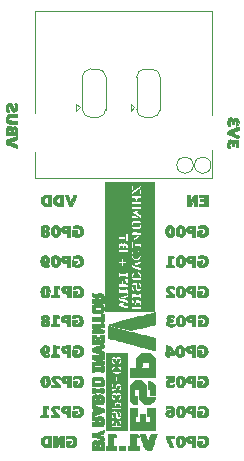
<source format=gbr>
G04 #@! TF.GenerationSoftware,KiCad,Pcbnew,(5.0.0)*
G04 #@! TF.CreationDate,2021-02-11T08:25:18+00:00*
G04 #@! TF.ProjectId,ESP-V,4553502D562E6B696361645F70636200,rev?*
G04 #@! TF.SameCoordinates,Original*
G04 #@! TF.FileFunction,Legend,Bot*
G04 #@! TF.FilePolarity,Positive*
%FSLAX46Y46*%
G04 Gerber Fmt 4.6, Leading zero omitted, Abs format (unit mm)*
G04 Created by KiCad (PCBNEW (5.0.0)) date 02/11/21 08:25:18*
%MOMM*%
%LPD*%
G01*
G04 APERTURE LIST*
%ADD10C,0.120000*%
%ADD11C,0.010000*%
G04 APERTURE END LIST*
D10*
G04 #@! TO.C,J4*
X96860000Y-80650000D02*
X96860000Y-72050000D01*
X111850000Y-80850000D02*
X111850000Y-72050000D01*
X111850000Y-72050000D02*
X96860000Y-72050000D01*
X111850000Y-86140000D02*
X96860000Y-86140000D01*
X96860000Y-86140000D02*
X96860000Y-84020000D01*
X111850000Y-86140000D02*
X111850000Y-83810000D01*
G04 #@! TO.C,JP1*
X100700000Y-80200000D02*
X100400000Y-79900000D01*
X100400000Y-80500000D02*
X100400000Y-79900000D01*
X100700000Y-80200000D02*
X100400000Y-80500000D01*
X101600000Y-81050000D02*
X102200000Y-81050000D01*
X100900000Y-77600000D02*
X100900000Y-80400000D01*
X102200000Y-76950000D02*
X101600000Y-76950000D01*
X102900000Y-80400000D02*
X102900000Y-77600000D01*
X102900000Y-77650000D02*
G75*
G03X102200000Y-76950000I-700000J0D01*
G01*
X101600000Y-76950000D02*
G75*
G03X100900000Y-77650000I0J-700000D01*
G01*
X100900000Y-80350000D02*
G75*
G03X101600000Y-81050000I700000J0D01*
G01*
X102200000Y-81050000D02*
G75*
G03X102900000Y-80350000I0J700000D01*
G01*
G04 #@! TO.C,JP2*
X106800000Y-81050000D02*
G75*
G03X107500000Y-80350000I0J700000D01*
G01*
X105500000Y-80350000D02*
G75*
G03X106200000Y-81050000I700000J0D01*
G01*
X106200000Y-76950000D02*
G75*
G03X105500000Y-77650000I0J-700000D01*
G01*
X107500000Y-77650000D02*
G75*
G03X106800000Y-76950000I-700000J0D01*
G01*
X107500000Y-80400000D02*
X107500000Y-77600000D01*
X106800000Y-76950000D02*
X106200000Y-76950000D01*
X105500000Y-77600000D02*
X105500000Y-80400000D01*
X106200000Y-81050000D02*
X106800000Y-81050000D01*
X105300000Y-80200000D02*
X105000000Y-80500000D01*
X105000000Y-80500000D02*
X105000000Y-79900000D01*
X105300000Y-80200000D02*
X105000000Y-79900000D01*
G04 #@! TO.C,TP1*
X110300000Y-85100000D02*
G75*
G03X110300000Y-85100000I-700000J0D01*
G01*
G04 #@! TO.C,TP2*
X111800000Y-85100000D02*
G75*
G03X111800000Y-85100000I-700000J0D01*
G01*
D11*
G04 #@! TO.C,G\002A\002A\002A*
G36*
X94595130Y-79845537D02*
X94502641Y-79905592D01*
X94449905Y-80011444D01*
X94432838Y-80167808D01*
X94432832Y-80171266D01*
X94436266Y-80293950D01*
X94445083Y-80406418D01*
X94452726Y-80459179D01*
X94472225Y-80524189D01*
X94509843Y-80552297D01*
X94587360Y-80558628D01*
X94595959Y-80558647D01*
X94674248Y-80555895D01*
X94716754Y-80549048D01*
X94719298Y-80546619D01*
X94708209Y-80512393D01*
X94680663Y-80442345D01*
X94671554Y-80420323D01*
X94633775Y-80297316D01*
X94625655Y-80190622D01*
X94646980Y-80115491D01*
X94676157Y-80090947D01*
X94736799Y-80096871D01*
X94786756Y-80161033D01*
X94822489Y-80278414D01*
X94827188Y-80305124D01*
X94869406Y-80438847D01*
X94947715Y-80521330D01*
X95066690Y-80556642D01*
X95112235Y-80558647D01*
X95234541Y-80542702D01*
X95304176Y-80499373D01*
X95370281Y-80386150D01*
X95404489Y-80240320D01*
X95402084Y-80097118D01*
X95381915Y-79975894D01*
X95360376Y-79904644D01*
X95328429Y-79870149D01*
X95277039Y-79859186D01*
X95238936Y-79858396D01*
X95165485Y-79863219D01*
X95141970Y-79883227D01*
X95149446Y-79914098D01*
X95178358Y-80016400D01*
X95190060Y-80128560D01*
X95184254Y-80228263D01*
X95160639Y-80293192D01*
X95154621Y-80299343D01*
X95108872Y-80314934D01*
X95071164Y-80275494D01*
X95039149Y-80177563D01*
X95025032Y-80108304D01*
X94978080Y-79962978D01*
X94897787Y-79870892D01*
X94781528Y-79829528D01*
X94731456Y-79826567D01*
X94595130Y-79845537D01*
X94595130Y-79845537D01*
G37*
X94595130Y-79845537D02*
X94502641Y-79905592D01*
X94449905Y-80011444D01*
X94432838Y-80167808D01*
X94432832Y-80171266D01*
X94436266Y-80293950D01*
X94445083Y-80406418D01*
X94452726Y-80459179D01*
X94472225Y-80524189D01*
X94509843Y-80552297D01*
X94587360Y-80558628D01*
X94595959Y-80558647D01*
X94674248Y-80555895D01*
X94716754Y-80549048D01*
X94719298Y-80546619D01*
X94708209Y-80512393D01*
X94680663Y-80442345D01*
X94671554Y-80420323D01*
X94633775Y-80297316D01*
X94625655Y-80190622D01*
X94646980Y-80115491D01*
X94676157Y-80090947D01*
X94736799Y-80096871D01*
X94786756Y-80161033D01*
X94822489Y-80278414D01*
X94827188Y-80305124D01*
X94869406Y-80438847D01*
X94947715Y-80521330D01*
X95066690Y-80556642D01*
X95112235Y-80558647D01*
X95234541Y-80542702D01*
X95304176Y-80499373D01*
X95370281Y-80386150D01*
X95404489Y-80240320D01*
X95402084Y-80097118D01*
X95381915Y-79975894D01*
X95360376Y-79904644D01*
X95328429Y-79870149D01*
X95277039Y-79859186D01*
X95238936Y-79858396D01*
X95165485Y-79863219D01*
X95141970Y-79883227D01*
X95149446Y-79914098D01*
X95178358Y-80016400D01*
X95190060Y-80128560D01*
X95184254Y-80228263D01*
X95160639Y-80293192D01*
X95154621Y-80299343D01*
X95108872Y-80314934D01*
X95071164Y-80275494D01*
X95039149Y-80177563D01*
X95025032Y-80108304D01*
X94978080Y-79962978D01*
X94897787Y-79870892D01*
X94781528Y-79829528D01*
X94731456Y-79826567D01*
X94595130Y-79845537D01*
G36*
X94833412Y-80756571D02*
X94671706Y-80780634D01*
X94558026Y-80826653D01*
X94485153Y-80899463D01*
X94445869Y-81003902D01*
X94432953Y-81144807D01*
X94432832Y-81163409D01*
X94442511Y-81310006D01*
X94476526Y-81418696D01*
X94542348Y-81494614D01*
X94647444Y-81542898D01*
X94799284Y-81568683D01*
X95005337Y-81577105D01*
X95034548Y-81577193D01*
X95387719Y-81577193D01*
X95387719Y-81322556D01*
X95121147Y-81322556D01*
X94934846Y-81319627D01*
X94802646Y-81309322D01*
X94715193Y-81289368D01*
X94663132Y-81257491D01*
X94637109Y-81211414D01*
X94635185Y-81204398D01*
X94628770Y-81132677D01*
X94655784Y-81080780D01*
X94723318Y-81045406D01*
X94838466Y-81023257D01*
X95008318Y-81011033D01*
X95054572Y-81009321D01*
X95387719Y-80998466D01*
X95387719Y-80749624D01*
X95050362Y-80749624D01*
X94833412Y-80756571D01*
X94833412Y-80756571D01*
G37*
X94833412Y-80756571D02*
X94671706Y-80780634D01*
X94558026Y-80826653D01*
X94485153Y-80899463D01*
X94445869Y-81003902D01*
X94432953Y-81144807D01*
X94432832Y-81163409D01*
X94442511Y-81310006D01*
X94476526Y-81418696D01*
X94542348Y-81494614D01*
X94647444Y-81542898D01*
X94799284Y-81568683D01*
X95005337Y-81577105D01*
X95034548Y-81577193D01*
X95387719Y-81577193D01*
X95387719Y-81322556D01*
X95121147Y-81322556D01*
X94934846Y-81319627D01*
X94802646Y-81309322D01*
X94715193Y-81289368D01*
X94663132Y-81257491D01*
X94637109Y-81211414D01*
X94635185Y-81204398D01*
X94628770Y-81132677D01*
X94655784Y-81080780D01*
X94723318Y-81045406D01*
X94838466Y-81023257D01*
X95008318Y-81011033D01*
X95054572Y-81009321D01*
X95387719Y-80998466D01*
X95387719Y-80749624D01*
X95050362Y-80749624D01*
X94833412Y-80756571D01*
G36*
X113388412Y-81050495D02*
X113283374Y-81119355D01*
X113277345Y-81125277D01*
X113206840Y-81235013D01*
X113166337Y-81382112D01*
X113160018Y-81545751D01*
X113173844Y-81640852D01*
X113199248Y-81717705D01*
X113243678Y-81751977D01*
X113303957Y-81762455D01*
X113374273Y-81765727D01*
X113397701Y-81744770D01*
X113389241Y-81682107D01*
X113385914Y-81666966D01*
X113367986Y-81544196D01*
X113367682Y-81433548D01*
X113384912Y-81358614D01*
X113387081Y-81354811D01*
X113433837Y-81327441D01*
X113499131Y-81326054D01*
X113544361Y-81350939D01*
X113558201Y-81399496D01*
X113569096Y-81481234D01*
X113570112Y-81494108D01*
X113581472Y-81570928D01*
X113610911Y-81602934D01*
X113665852Y-81608959D01*
X113728581Y-81599784D01*
X113751220Y-81558814D01*
X113753384Y-81515807D01*
X113772083Y-81424575D01*
X113819157Y-81360696D01*
X113881066Y-81339874D01*
X113901020Y-81344566D01*
X113929401Y-81368851D01*
X113941439Y-81422874D01*
X113939765Y-81521472D01*
X113937741Y-81551689D01*
X113924155Y-81739507D01*
X114021789Y-81729967D01*
X114119424Y-81720426D01*
X114128614Y-81479607D01*
X114130846Y-81348545D01*
X114123112Y-81261815D01*
X114102036Y-81200430D01*
X114070603Y-81153354D01*
X113983081Y-81086450D01*
X113877390Y-81067481D01*
X113776310Y-81098869D01*
X113749483Y-81119194D01*
X113706091Y-81150212D01*
X113665598Y-81144448D01*
X113607409Y-81103279D01*
X113495868Y-81045174D01*
X113388412Y-81050495D01*
X113388412Y-81050495D01*
G37*
X113388412Y-81050495D02*
X113283374Y-81119355D01*
X113277345Y-81125277D01*
X113206840Y-81235013D01*
X113166337Y-81382112D01*
X113160018Y-81545751D01*
X113173844Y-81640852D01*
X113199248Y-81717705D01*
X113243678Y-81751977D01*
X113303957Y-81762455D01*
X113374273Y-81765727D01*
X113397701Y-81744770D01*
X113389241Y-81682107D01*
X113385914Y-81666966D01*
X113367986Y-81544196D01*
X113367682Y-81433548D01*
X113384912Y-81358614D01*
X113387081Y-81354811D01*
X113433837Y-81327441D01*
X113499131Y-81326054D01*
X113544361Y-81350939D01*
X113558201Y-81399496D01*
X113569096Y-81481234D01*
X113570112Y-81494108D01*
X113581472Y-81570928D01*
X113610911Y-81602934D01*
X113665852Y-81608959D01*
X113728581Y-81599784D01*
X113751220Y-81558814D01*
X113753384Y-81515807D01*
X113772083Y-81424575D01*
X113819157Y-81360696D01*
X113881066Y-81339874D01*
X113901020Y-81344566D01*
X113929401Y-81368851D01*
X113941439Y-81422874D01*
X113939765Y-81521472D01*
X113937741Y-81551689D01*
X113924155Y-81739507D01*
X114021789Y-81729967D01*
X114119424Y-81720426D01*
X114128614Y-81479607D01*
X114130846Y-81348545D01*
X114123112Y-81261815D01*
X114102036Y-81200430D01*
X114070603Y-81153354D01*
X113983081Y-81086450D01*
X113877390Y-81067481D01*
X113776310Y-81098869D01*
X113749483Y-81119194D01*
X113706091Y-81150212D01*
X113665598Y-81144448D01*
X113607409Y-81103279D01*
X113495868Y-81045174D01*
X113388412Y-81050495D01*
G36*
X94588378Y-81787474D02*
X94561406Y-81799328D01*
X94497855Y-81866683D01*
X94455981Y-81990088D01*
X94435335Y-82171226D01*
X94432832Y-82282193D01*
X94432832Y-82532080D01*
X95387719Y-82532080D01*
X95387719Y-82249907D01*
X95387640Y-82245064D01*
X95191847Y-82245064D01*
X95166695Y-82273054D01*
X95117168Y-82277444D01*
X95060424Y-82270260D01*
X95041124Y-82235800D01*
X95043072Y-82185852D01*
X94846617Y-82185852D01*
X94840168Y-82247069D01*
X94808103Y-82272463D01*
X94733197Y-82277444D01*
X94658164Y-82273165D01*
X94629184Y-82248998D01*
X94628712Y-82187943D01*
X94629750Y-82177208D01*
X94659078Y-82083355D01*
X94712340Y-82036828D01*
X94772604Y-82036951D01*
X94822935Y-82083049D01*
X94846400Y-82174448D01*
X94846617Y-82185852D01*
X95043072Y-82185852D01*
X95043535Y-82173998D01*
X95061005Y-82099074D01*
X95100558Y-82071731D01*
X95117168Y-82070551D01*
X95164880Y-82087202D01*
X95187491Y-82147190D01*
X95190801Y-82173998D01*
X95191847Y-82245064D01*
X95387640Y-82245064D01*
X95385360Y-82105790D01*
X95376297Y-82008706D01*
X95357555Y-81942138D01*
X95326155Y-81889568D01*
X95321750Y-81883867D01*
X95231656Y-81816590D01*
X95117608Y-81799695D01*
X95001024Y-81834367D01*
X94935967Y-81850533D01*
X94881250Y-81818452D01*
X94800773Y-81780348D01*
X94692833Y-81769405D01*
X94588378Y-81787474D01*
X94588378Y-81787474D01*
G37*
X94588378Y-81787474D02*
X94561406Y-81799328D01*
X94497855Y-81866683D01*
X94455981Y-81990088D01*
X94435335Y-82171226D01*
X94432832Y-82282193D01*
X94432832Y-82532080D01*
X95387719Y-82532080D01*
X95387719Y-82249907D01*
X95387640Y-82245064D01*
X95191847Y-82245064D01*
X95166695Y-82273054D01*
X95117168Y-82277444D01*
X95060424Y-82270260D01*
X95041124Y-82235800D01*
X95043072Y-82185852D01*
X94846617Y-82185852D01*
X94840168Y-82247069D01*
X94808103Y-82272463D01*
X94733197Y-82277444D01*
X94658164Y-82273165D01*
X94629184Y-82248998D01*
X94628712Y-82187943D01*
X94629750Y-82177208D01*
X94659078Y-82083355D01*
X94712340Y-82036828D01*
X94772604Y-82036951D01*
X94822935Y-82083049D01*
X94846400Y-82174448D01*
X94846617Y-82185852D01*
X95043072Y-82185852D01*
X95043535Y-82173998D01*
X95061005Y-82099074D01*
X95100558Y-82071731D01*
X95117168Y-82070551D01*
X95164880Y-82087202D01*
X95187491Y-82147190D01*
X95190801Y-82173998D01*
X95191847Y-82245064D01*
X95387640Y-82245064D01*
X95385360Y-82105790D01*
X95376297Y-82008706D01*
X95357555Y-81942138D01*
X95326155Y-81889568D01*
X95321750Y-81883867D01*
X95231656Y-81816590D01*
X95117608Y-81799695D01*
X95001024Y-81834367D01*
X94935967Y-81850533D01*
X94881250Y-81818452D01*
X94800773Y-81780348D01*
X94692833Y-81769405D01*
X94588378Y-81787474D01*
G36*
X114081943Y-81844803D02*
X114079637Y-81845531D01*
X114030382Y-81862856D01*
X113934219Y-81897799D01*
X113803872Y-81945700D01*
X113652066Y-82001898D01*
X113610151Y-82017479D01*
X113196366Y-82171437D01*
X113186907Y-82331181D01*
X113177448Y-82490924D01*
X113632521Y-82655314D01*
X113792159Y-82712405D01*
X113930542Y-82760805D01*
X114036682Y-82796757D01*
X114099593Y-82816504D01*
X114111466Y-82819125D01*
X114126537Y-82790510D01*
X114134801Y-82719898D01*
X114135338Y-82693515D01*
X114132547Y-82623725D01*
X114114842Y-82579824D01*
X114068224Y-82547093D01*
X113978697Y-82510814D01*
X113952318Y-82501066D01*
X113823989Y-82453650D01*
X113694482Y-82405572D01*
X113629982Y-82381509D01*
X113490665Y-82329368D01*
X113812967Y-82215874D01*
X114135268Y-82102381D01*
X114135303Y-81964960D01*
X114131527Y-81879788D01*
X114115873Y-81844311D01*
X114081943Y-81844803D01*
X114081943Y-81844803D01*
G37*
X114081943Y-81844803D02*
X114079637Y-81845531D01*
X114030382Y-81862856D01*
X113934219Y-81897799D01*
X113803872Y-81945700D01*
X113652066Y-82001898D01*
X113610151Y-82017479D01*
X113196366Y-82171437D01*
X113186907Y-82331181D01*
X113177448Y-82490924D01*
X113632521Y-82655314D01*
X113792159Y-82712405D01*
X113930542Y-82760805D01*
X114036682Y-82796757D01*
X114099593Y-82816504D01*
X114111466Y-82819125D01*
X114126537Y-82790510D01*
X114134801Y-82719898D01*
X114135338Y-82693515D01*
X114132547Y-82623725D01*
X114114842Y-82579824D01*
X114068224Y-82547093D01*
X113978697Y-82510814D01*
X113952318Y-82501066D01*
X113823989Y-82453650D01*
X113694482Y-82405572D01*
X113629982Y-82381509D01*
X113490665Y-82329368D01*
X113812967Y-82215874D01*
X114135268Y-82102381D01*
X114135303Y-81964960D01*
X114131527Y-81879788D01*
X114115873Y-81844311D01*
X114081943Y-81844803D01*
G36*
X94902318Y-82810645D02*
X94432832Y-82984597D01*
X94432832Y-83285933D01*
X94647682Y-83369086D01*
X94786126Y-83421782D01*
X94951217Y-83483344D01*
X95109609Y-83541348D01*
X95125125Y-83546954D01*
X95387719Y-83641669D01*
X95387719Y-83366045D01*
X95085398Y-83259401D01*
X94958676Y-83213188D01*
X94858070Y-83173622D01*
X94796317Y-83145884D01*
X94783017Y-83136418D01*
X94810974Y-83119641D01*
X94885790Y-83088623D01*
X94993797Y-83048847D01*
X95048746Y-83029837D01*
X95196780Y-82978940D01*
X95294535Y-82940813D01*
X95351940Y-82907542D01*
X95378921Y-82871210D01*
X95385403Y-82823902D01*
X95381827Y-82764252D01*
X95371805Y-82636693D01*
X94902318Y-82810645D01*
X94902318Y-82810645D01*
G37*
X94902318Y-82810645D02*
X94432832Y-82984597D01*
X94432832Y-83285933D01*
X94647682Y-83369086D01*
X94786126Y-83421782D01*
X94951217Y-83483344D01*
X95109609Y-83541348D01*
X95125125Y-83546954D01*
X95387719Y-83641669D01*
X95387719Y-83366045D01*
X95085398Y-83259401D01*
X94958676Y-83213188D01*
X94858070Y-83173622D01*
X94796317Y-83145884D01*
X94783017Y-83136418D01*
X94810974Y-83119641D01*
X94885790Y-83088623D01*
X94993797Y-83048847D01*
X95048746Y-83029837D01*
X95196780Y-82978940D01*
X95294535Y-82940813D01*
X95351940Y-82907542D01*
X95378921Y-82871210D01*
X95385403Y-82823902D01*
X95381827Y-82764252D01*
X95371805Y-82636693D01*
X94902318Y-82810645D01*
G36*
X113290077Y-82968798D02*
X113261262Y-82995282D01*
X113200636Y-83100193D01*
X113166487Y-83244966D01*
X113162168Y-83410155D01*
X113173762Y-83502882D01*
X113194373Y-83585558D01*
X113227899Y-83624490D01*
X113292972Y-83639339D01*
X113304154Y-83640471D01*
X113411211Y-83650742D01*
X113385902Y-83529068D01*
X113364625Y-83379616D01*
X113374515Y-83275358D01*
X113414438Y-83207510D01*
X113471795Y-83179322D01*
X113522192Y-83210177D01*
X113560822Y-83295497D01*
X113574725Y-83360250D01*
X113593812Y-83442920D01*
X113624484Y-83479349D01*
X113674186Y-83486968D01*
X113732137Y-83475641D01*
X113752173Y-83428857D01*
X113753384Y-83397562D01*
X113770345Y-83299491D01*
X113813879Y-83231145D01*
X113872957Y-83206902D01*
X113895914Y-83211742D01*
X113928088Y-83234742D01*
X113941787Y-83282129D01*
X113940503Y-83370495D01*
X113937550Y-83409520D01*
X113922939Y-83585713D01*
X114021181Y-83576127D01*
X114119424Y-83566541D01*
X114119424Y-83301336D01*
X114117310Y-83166166D01*
X114109005Y-83079793D01*
X114091569Y-83027440D01*
X114062058Y-82994328D01*
X114057638Y-82990998D01*
X113973255Y-82955659D01*
X113873835Y-82948173D01*
X113787375Y-82968341D01*
X113753763Y-82993152D01*
X113719704Y-83020814D01*
X113678732Y-83009523D01*
X113634170Y-82977237D01*
X113519994Y-82922077D01*
X113398692Y-82919583D01*
X113290077Y-82968798D01*
X113290077Y-82968798D01*
G37*
X113290077Y-82968798D02*
X113261262Y-82995282D01*
X113200636Y-83100193D01*
X113166487Y-83244966D01*
X113162168Y-83410155D01*
X113173762Y-83502882D01*
X113194373Y-83585558D01*
X113227899Y-83624490D01*
X113292972Y-83639339D01*
X113304154Y-83640471D01*
X113411211Y-83650742D01*
X113385902Y-83529068D01*
X113364625Y-83379616D01*
X113374515Y-83275358D01*
X113414438Y-83207510D01*
X113471795Y-83179322D01*
X113522192Y-83210177D01*
X113560822Y-83295497D01*
X113574725Y-83360250D01*
X113593812Y-83442920D01*
X113624484Y-83479349D01*
X113674186Y-83486968D01*
X113732137Y-83475641D01*
X113752173Y-83428857D01*
X113753384Y-83397562D01*
X113770345Y-83299491D01*
X113813879Y-83231145D01*
X113872957Y-83206902D01*
X113895914Y-83211742D01*
X113928088Y-83234742D01*
X113941787Y-83282129D01*
X113940503Y-83370495D01*
X113937550Y-83409520D01*
X113922939Y-83585713D01*
X114021181Y-83576127D01*
X114119424Y-83566541D01*
X114119424Y-83301336D01*
X114117310Y-83166166D01*
X114109005Y-83079793D01*
X114091569Y-83027440D01*
X114062058Y-82994328D01*
X114057638Y-82990998D01*
X113973255Y-82955659D01*
X113873835Y-82948173D01*
X113787375Y-82968341D01*
X113753763Y-82993152D01*
X113719704Y-83020814D01*
X113678732Y-83009523D01*
X113634170Y-82977237D01*
X113519994Y-82922077D01*
X113398692Y-82919583D01*
X113290077Y-82968798D01*
G36*
X97973872Y-87598451D02*
X97785917Y-87613515D01*
X97647196Y-87643945D01*
X97544060Y-87695209D01*
X97462860Y-87772772D01*
X97431141Y-87815790D01*
X97385158Y-87897715D01*
X97366063Y-87981650D01*
X97367395Y-88096983D01*
X97367854Y-88103702D01*
X97397569Y-88267139D01*
X97464174Y-88389672D01*
X97572656Y-88474815D01*
X97728001Y-88526079D01*
X97935195Y-88546977D01*
X97998389Y-88547870D01*
X98252381Y-88547870D01*
X98252381Y-87815790D01*
X97997745Y-87815790D01*
X97997745Y-88361950D01*
X97894298Y-88340382D01*
X97798724Y-88311583D01*
X97723114Y-88276001D01*
X97663647Y-88204014D01*
X97639399Y-88098322D01*
X97654177Y-87980585D01*
X97665648Y-87948833D01*
X97718008Y-87866995D01*
X97797819Y-87825840D01*
X97904859Y-87815790D01*
X97997745Y-87815790D01*
X98252381Y-87815790D01*
X98252381Y-87586649D01*
X97973872Y-87598451D01*
X97973872Y-87598451D01*
G37*
X97973872Y-87598451D02*
X97785917Y-87613515D01*
X97647196Y-87643945D01*
X97544060Y-87695209D01*
X97462860Y-87772772D01*
X97431141Y-87815790D01*
X97385158Y-87897715D01*
X97366063Y-87981650D01*
X97367395Y-88096983D01*
X97367854Y-88103702D01*
X97397569Y-88267139D01*
X97464174Y-88389672D01*
X97572656Y-88474815D01*
X97728001Y-88526079D01*
X97935195Y-88546977D01*
X97998389Y-88547870D01*
X98252381Y-88547870D01*
X98252381Y-87815790D01*
X97997745Y-87815790D01*
X97997745Y-88361950D01*
X97894298Y-88340382D01*
X97798724Y-88311583D01*
X97723114Y-88276001D01*
X97663647Y-88204014D01*
X97639399Y-88098322D01*
X97654177Y-87980585D01*
X97665648Y-87948833D01*
X97718008Y-87866995D01*
X97797819Y-87825840D01*
X97904859Y-87815790D01*
X97997745Y-87815790D01*
X98252381Y-87815790D01*
X98252381Y-87586649D01*
X97973872Y-87598451D01*
G36*
X99003814Y-87599945D02*
X98849295Y-87610893D01*
X98741902Y-87626920D01*
X98665119Y-87651609D01*
X98605464Y-87686366D01*
X98491257Y-87802531D01*
X98426741Y-87943390D01*
X98410875Y-88095271D01*
X98442617Y-88244501D01*
X98520926Y-88377407D01*
X98644763Y-88480316D01*
X98666800Y-88492119D01*
X98766952Y-88526367D01*
X98904815Y-88544096D01*
X99040163Y-88547820D01*
X99302757Y-88547870D01*
X99302757Y-87815790D01*
X99048120Y-87815790D01*
X99048120Y-88089746D01*
X99046686Y-88222411D01*
X99040948Y-88302327D01*
X99028756Y-88340369D01*
X99007962Y-88347412D01*
X98997773Y-88344383D01*
X98921650Y-88327420D01*
X98886369Y-88325063D01*
X98799136Y-88296123D01*
X98733439Y-88219037D01*
X98700082Y-88108409D01*
X98697995Y-88070426D01*
X98721533Y-87941468D01*
X98789998Y-87856066D01*
X98900170Y-87817657D01*
X98936717Y-87815790D01*
X99048120Y-87815790D01*
X99302757Y-87815790D01*
X99302757Y-87584308D01*
X99003814Y-87599945D01*
X99003814Y-87599945D01*
G37*
X99003814Y-87599945D02*
X98849295Y-87610893D01*
X98741902Y-87626920D01*
X98665119Y-87651609D01*
X98605464Y-87686366D01*
X98491257Y-87802531D01*
X98426741Y-87943390D01*
X98410875Y-88095271D01*
X98442617Y-88244501D01*
X98520926Y-88377407D01*
X98644763Y-88480316D01*
X98666800Y-88492119D01*
X98766952Y-88526367D01*
X98904815Y-88544096D01*
X99040163Y-88547820D01*
X99302757Y-88547870D01*
X99302757Y-87815790D01*
X99048120Y-87815790D01*
X99048120Y-88089746D01*
X99046686Y-88222411D01*
X99040948Y-88302327D01*
X99028756Y-88340369D01*
X99007962Y-88347412D01*
X98997773Y-88344383D01*
X98921650Y-88327420D01*
X98886369Y-88325063D01*
X98799136Y-88296123D01*
X98733439Y-88219037D01*
X98700082Y-88108409D01*
X98697995Y-88070426D01*
X98721533Y-87941468D01*
X98789998Y-87856066D01*
X98900170Y-87817657D01*
X98936717Y-87815790D01*
X99048120Y-87815790D01*
X99302757Y-87815790D01*
X99302757Y-87584308D01*
X99003814Y-87599945D01*
G36*
X99451243Y-87594646D02*
X99403416Y-87598831D01*
X99398655Y-87600940D01*
X99409168Y-87631957D01*
X99437904Y-87712306D01*
X99481100Y-87831580D01*
X99534994Y-87979368D01*
X99568342Y-88070426D01*
X99737621Y-88531955D01*
X100059137Y-88550935D01*
X100204039Y-88157468D01*
X100260409Y-88002368D01*
X100310067Y-87861978D01*
X100348010Y-87750703D01*
X100369234Y-87682946D01*
X100370402Y-87678491D01*
X100379749Y-87624012D01*
X100360868Y-87599580D01*
X100298728Y-87593183D01*
X100263382Y-87592983D01*
X100189117Y-87596046D01*
X100143845Y-87615022D01*
X100110863Y-87664588D01*
X100073471Y-87759421D01*
X100073225Y-87760088D01*
X100029304Y-87882757D01*
X99987634Y-88004974D01*
X99971604Y-88054511D01*
X99941951Y-88139431D01*
X99916526Y-88196518D01*
X99910902Y-88204839D01*
X99892809Y-88186484D01*
X99859940Y-88118952D01*
X99817332Y-88013563D01*
X99779901Y-87910416D01*
X99669656Y-87592983D01*
X99533951Y-87592983D01*
X99451243Y-87594646D01*
X99451243Y-87594646D01*
G37*
X99451243Y-87594646D02*
X99403416Y-87598831D01*
X99398655Y-87600940D01*
X99409168Y-87631957D01*
X99437904Y-87712306D01*
X99481100Y-87831580D01*
X99534994Y-87979368D01*
X99568342Y-88070426D01*
X99737621Y-88531955D01*
X100059137Y-88550935D01*
X100204039Y-88157468D01*
X100260409Y-88002368D01*
X100310067Y-87861978D01*
X100348010Y-87750703D01*
X100369234Y-87682946D01*
X100370402Y-87678491D01*
X100379749Y-87624012D01*
X100360868Y-87599580D01*
X100298728Y-87593183D01*
X100263382Y-87592983D01*
X100189117Y-87596046D01*
X100143845Y-87615022D01*
X100110863Y-87664588D01*
X100073471Y-87759421D01*
X100073225Y-87760088D01*
X100029304Y-87882757D01*
X99987634Y-88004974D01*
X99971604Y-88054511D01*
X99941951Y-88139431D01*
X99916526Y-88196518D01*
X99910902Y-88204839D01*
X99892809Y-88186484D01*
X99859940Y-88118952D01*
X99817332Y-88013563D01*
X99779901Y-87910416D01*
X99669656Y-87592983D01*
X99533951Y-87592983D01*
X99451243Y-87594646D01*
G36*
X110342807Y-87608897D02*
X110194023Y-87889335D01*
X110045238Y-88169772D01*
X110036086Y-87881377D01*
X110026935Y-87592983D01*
X109774687Y-87592983D01*
X109774687Y-88547870D01*
X110077549Y-88547870D01*
X110378051Y-87990852D01*
X110379449Y-88547870D01*
X110634085Y-88547870D01*
X110634085Y-87589495D01*
X110342807Y-87608897D01*
X110342807Y-87608897D01*
G37*
X110342807Y-87608897D02*
X110194023Y-87889335D01*
X110045238Y-88169772D01*
X110036086Y-87881377D01*
X110026935Y-87592983D01*
X109774687Y-87592983D01*
X109774687Y-88547870D01*
X110077549Y-88547870D01*
X110378051Y-87990852D01*
X110379449Y-88547870D01*
X110634085Y-88547870D01*
X110634085Y-87589495D01*
X110342807Y-87608897D01*
G36*
X110825063Y-87815790D02*
X111031955Y-87815790D01*
X111143922Y-87817774D01*
X111206346Y-87826611D01*
X111233294Y-87846631D01*
X111238847Y-87879449D01*
X111231879Y-87915004D01*
X111201268Y-87934216D01*
X111132457Y-87941938D01*
X111047870Y-87943108D01*
X110856892Y-87943108D01*
X110856892Y-88165915D01*
X111238847Y-88165915D01*
X111238847Y-88356892D01*
X110825063Y-88356892D01*
X110825063Y-88547870D01*
X111509399Y-88547870D01*
X111509399Y-87592983D01*
X110825063Y-87592983D01*
X110825063Y-87815790D01*
X110825063Y-87815790D01*
G37*
X110825063Y-87815790D02*
X111031955Y-87815790D01*
X111143922Y-87817774D01*
X111206346Y-87826611D01*
X111233294Y-87846631D01*
X111238847Y-87879449D01*
X111231879Y-87915004D01*
X111201268Y-87934216D01*
X111132457Y-87941938D01*
X111047870Y-87943108D01*
X110856892Y-87943108D01*
X110856892Y-88165915D01*
X111238847Y-88165915D01*
X111238847Y-88356892D01*
X110825063Y-88356892D01*
X110825063Y-88547870D01*
X111509399Y-88547870D01*
X111509399Y-87592983D01*
X110825063Y-87592983D01*
X110825063Y-87815790D01*
G36*
X97631520Y-90191086D02*
X97508416Y-90225816D01*
X97422606Y-90285244D01*
X97422053Y-90285906D01*
X97387909Y-90369204D01*
X97388275Y-90472379D01*
X97421930Y-90562626D01*
X97432869Y-90576594D01*
X97464287Y-90621440D01*
X97455845Y-90662595D01*
X97422259Y-90707850D01*
X97367959Y-90819739D01*
X97367213Y-90941077D01*
X97418726Y-91051056D01*
X97445375Y-91079841D01*
X97504660Y-91124797D01*
X97573132Y-91148558D01*
X97673161Y-91157257D01*
X97730066Y-91157895D01*
X97853828Y-91153000D01*
X97936708Y-91134531D01*
X98000991Y-91096814D01*
X98014835Y-91085384D01*
X98082866Y-90990712D01*
X98105314Y-90877023D01*
X98095589Y-90833394D01*
X97833083Y-90833394D01*
X97823115Y-90916189D01*
X97779155Y-90978865D01*
X97727193Y-90998747D01*
X97674524Y-90976477D01*
X97649073Y-90952755D01*
X97622603Y-90885809D01*
X97621304Y-90833394D01*
X97643402Y-90779476D01*
X97701279Y-90760801D01*
X97727193Y-90760025D01*
X97798941Y-90771132D01*
X97829262Y-90813567D01*
X97833083Y-90833394D01*
X98095589Y-90833394D01*
X98080719Y-90766693D01*
X98039440Y-90708000D01*
X97972988Y-90641548D01*
X98036694Y-90577843D01*
X98079208Y-90495396D01*
X98080573Y-90451499D01*
X97835993Y-90451499D01*
X97827086Y-90505389D01*
X97783955Y-90543445D01*
X97716307Y-90550801D01*
X97655034Y-90528104D01*
X97634561Y-90501354D01*
X97636661Y-90432467D01*
X97684849Y-90379229D01*
X97748004Y-90362155D01*
X97809964Y-90388049D01*
X97835993Y-90451499D01*
X98080573Y-90451499D01*
X98082415Y-90392274D01*
X98048773Y-90295846D01*
X98007153Y-90248845D01*
X97902632Y-90201223D01*
X97770173Y-90182429D01*
X97631520Y-90191086D01*
X97631520Y-90191086D01*
G37*
X97631520Y-90191086D02*
X97508416Y-90225816D01*
X97422606Y-90285244D01*
X97422053Y-90285906D01*
X97387909Y-90369204D01*
X97388275Y-90472379D01*
X97421930Y-90562626D01*
X97432869Y-90576594D01*
X97464287Y-90621440D01*
X97455845Y-90662595D01*
X97422259Y-90707850D01*
X97367959Y-90819739D01*
X97367213Y-90941077D01*
X97418726Y-91051056D01*
X97445375Y-91079841D01*
X97504660Y-91124797D01*
X97573132Y-91148558D01*
X97673161Y-91157257D01*
X97730066Y-91157895D01*
X97853828Y-91153000D01*
X97936708Y-91134531D01*
X98000991Y-91096814D01*
X98014835Y-91085384D01*
X98082866Y-90990712D01*
X98105314Y-90877023D01*
X98095589Y-90833394D01*
X97833083Y-90833394D01*
X97823115Y-90916189D01*
X97779155Y-90978865D01*
X97727193Y-90998747D01*
X97674524Y-90976477D01*
X97649073Y-90952755D01*
X97622603Y-90885809D01*
X97621304Y-90833394D01*
X97643402Y-90779476D01*
X97701279Y-90760801D01*
X97727193Y-90760025D01*
X97798941Y-90771132D01*
X97829262Y-90813567D01*
X97833083Y-90833394D01*
X98095589Y-90833394D01*
X98080719Y-90766693D01*
X98039440Y-90708000D01*
X97972988Y-90641548D01*
X98036694Y-90577843D01*
X98079208Y-90495396D01*
X98080573Y-90451499D01*
X97835993Y-90451499D01*
X97827086Y-90505389D01*
X97783955Y-90543445D01*
X97716307Y-90550801D01*
X97655034Y-90528104D01*
X97634561Y-90501354D01*
X97636661Y-90432467D01*
X97684849Y-90379229D01*
X97748004Y-90362155D01*
X97809964Y-90388049D01*
X97835993Y-90451499D01*
X98080573Y-90451499D01*
X98082415Y-90392274D01*
X98048773Y-90295846D01*
X98007153Y-90248845D01*
X97902632Y-90201223D01*
X97770173Y-90182429D01*
X97631520Y-90191086D01*
G36*
X98443337Y-90222441D02*
X98331474Y-90306820D01*
X98266381Y-90409574D01*
X98228635Y-90556372D01*
X98225117Y-90716831D01*
X98252466Y-90872995D01*
X98307318Y-91006906D01*
X98386313Y-91100609D01*
X98397193Y-91108258D01*
X98496522Y-91144534D01*
X98624674Y-91154778D01*
X98752292Y-91138799D01*
X98827168Y-91111057D01*
X98914789Y-91029847D01*
X98974070Y-90907515D01*
X99004548Y-90760172D01*
X99005095Y-90689722D01*
X98731108Y-90689722D01*
X98726476Y-90804188D01*
X98710161Y-90893266D01*
X98691629Y-90928722D01*
X98622769Y-90968875D01*
X98562547Y-90947915D01*
X98515936Y-90868282D01*
X98506553Y-90837873D01*
X98485617Y-90709492D01*
X98489303Y-90589037D01*
X98513298Y-90487101D01*
X98553286Y-90414280D01*
X98604955Y-90381168D01*
X98663989Y-90398362D01*
X98679870Y-90412236D01*
X98707308Y-90471922D01*
X98724553Y-90571692D01*
X98731108Y-90689722D01*
X99005095Y-90689722D01*
X99005762Y-90603927D01*
X98977248Y-90454890D01*
X98918545Y-90329169D01*
X98851672Y-90257786D01*
X98718992Y-90193889D01*
X98577695Y-90183453D01*
X98443337Y-90222441D01*
X98443337Y-90222441D01*
G37*
X98443337Y-90222441D02*
X98331474Y-90306820D01*
X98266381Y-90409574D01*
X98228635Y-90556372D01*
X98225117Y-90716831D01*
X98252466Y-90872995D01*
X98307318Y-91006906D01*
X98386313Y-91100609D01*
X98397193Y-91108258D01*
X98496522Y-91144534D01*
X98624674Y-91154778D01*
X98752292Y-91138799D01*
X98827168Y-91111057D01*
X98914789Y-91029847D01*
X98974070Y-90907515D01*
X99004548Y-90760172D01*
X99005095Y-90689722D01*
X98731108Y-90689722D01*
X98726476Y-90804188D01*
X98710161Y-90893266D01*
X98691629Y-90928722D01*
X98622769Y-90968875D01*
X98562547Y-90947915D01*
X98515936Y-90868282D01*
X98506553Y-90837873D01*
X98485617Y-90709492D01*
X98489303Y-90589037D01*
X98513298Y-90487101D01*
X98553286Y-90414280D01*
X98604955Y-90381168D01*
X98663989Y-90398362D01*
X98679870Y-90412236D01*
X98707308Y-90471922D01*
X98724553Y-90571692D01*
X98731108Y-90689722D01*
X99005095Y-90689722D01*
X99005762Y-90603927D01*
X98977248Y-90454890D01*
X98918545Y-90329169D01*
X98851672Y-90257786D01*
X98718992Y-90193889D01*
X98577695Y-90183453D01*
X98443337Y-90222441D01*
G36*
X99407662Y-90211921D02*
X99266566Y-90241615D01*
X99173547Y-90296521D01*
X99121882Y-90381071D01*
X99104846Y-90499697D01*
X99105098Y-90531552D01*
X99137292Y-90657153D01*
X99221762Y-90753346D01*
X99352181Y-90815585D01*
X99522223Y-90839321D01*
X99533521Y-90839422D01*
X99585381Y-90843742D01*
X99611245Y-90867358D01*
X99620123Y-90926666D01*
X99621053Y-90998747D01*
X99621053Y-91157895D01*
X99875689Y-91157895D01*
X99875689Y-90505389D01*
X99621053Y-90505389D01*
X99616080Y-90580070D01*
X99588409Y-90610699D01*
X99518908Y-90616781D01*
X99511794Y-90616792D01*
X99428228Y-90605469D01*
X99387088Y-90565433D01*
X99381846Y-90551605D01*
X99383087Y-90471180D01*
X99436171Y-90414910D01*
X99529461Y-90393985D01*
X99591063Y-90400611D01*
X99616326Y-90433296D01*
X99621053Y-90505389D01*
X99875689Y-90505389D01*
X99875689Y-90203008D01*
X99603557Y-90203008D01*
X99407662Y-90211921D01*
X99407662Y-90211921D01*
G37*
X99407662Y-90211921D02*
X99266566Y-90241615D01*
X99173547Y-90296521D01*
X99121882Y-90381071D01*
X99104846Y-90499697D01*
X99105098Y-90531552D01*
X99137292Y-90657153D01*
X99221762Y-90753346D01*
X99352181Y-90815585D01*
X99522223Y-90839321D01*
X99533521Y-90839422D01*
X99585381Y-90843742D01*
X99611245Y-90867358D01*
X99620123Y-90926666D01*
X99621053Y-90998747D01*
X99621053Y-91157895D01*
X99875689Y-91157895D01*
X99875689Y-90505389D01*
X99621053Y-90505389D01*
X99616080Y-90580070D01*
X99588409Y-90610699D01*
X99518908Y-90616781D01*
X99511794Y-90616792D01*
X99428228Y-90605469D01*
X99387088Y-90565433D01*
X99381846Y-90551605D01*
X99383087Y-90471180D01*
X99436171Y-90414910D01*
X99529461Y-90393985D01*
X99591063Y-90400611D01*
X99616326Y-90433296D01*
X99621053Y-90505389D01*
X99875689Y-90505389D01*
X99875689Y-90203008D01*
X99603557Y-90203008D01*
X99407662Y-90211921D01*
G36*
X100265883Y-90201111D02*
X100254504Y-90203761D01*
X100162143Y-90228756D01*
X100116050Y-90255976D01*
X100100192Y-90300738D01*
X100098496Y-90352821D01*
X100103364Y-90425741D01*
X100123573Y-90448693D01*
X100154198Y-90440980D01*
X100217382Y-90424446D01*
X100316006Y-90408586D01*
X100374702Y-90401994D01*
X100478215Y-90396607D01*
X100544808Y-90409624D01*
X100600174Y-90447958D01*
X100621381Y-90468362D01*
X100685735Y-90562207D01*
X100702551Y-90671047D01*
X100677788Y-90807204D01*
X100605538Y-90900998D01*
X100486097Y-90952089D01*
X100454781Y-90957396D01*
X100371000Y-90965826D01*
X100332500Y-90955235D01*
X100321756Y-90916974D01*
X100321303Y-90891534D01*
X100332972Y-90828865D01*
X100379991Y-90808483D01*
X100400877Y-90807770D01*
X100457747Y-90797492D01*
X100478551Y-90753805D01*
X100480451Y-90712281D01*
X100480451Y-90616792D01*
X100066667Y-90616792D01*
X100066667Y-91088008D01*
X100166905Y-91122952D01*
X100295515Y-91150744D01*
X100445803Y-91158314D01*
X100593552Y-91146668D01*
X100714542Y-91116814D01*
X100752365Y-91098595D01*
X100877058Y-90987652D01*
X100952627Y-90841532D01*
X100975751Y-90669271D01*
X100958779Y-90537218D01*
X100895092Y-90391401D01*
X100784769Y-90280531D01*
X100637000Y-90208959D01*
X100460975Y-90181035D01*
X100265883Y-90201111D01*
X100265883Y-90201111D01*
G37*
X100265883Y-90201111D02*
X100254504Y-90203761D01*
X100162143Y-90228756D01*
X100116050Y-90255976D01*
X100100192Y-90300738D01*
X100098496Y-90352821D01*
X100103364Y-90425741D01*
X100123573Y-90448693D01*
X100154198Y-90440980D01*
X100217382Y-90424446D01*
X100316006Y-90408586D01*
X100374702Y-90401994D01*
X100478215Y-90396607D01*
X100544808Y-90409624D01*
X100600174Y-90447958D01*
X100621381Y-90468362D01*
X100685735Y-90562207D01*
X100702551Y-90671047D01*
X100677788Y-90807204D01*
X100605538Y-90900998D01*
X100486097Y-90952089D01*
X100454781Y-90957396D01*
X100371000Y-90965826D01*
X100332500Y-90955235D01*
X100321756Y-90916974D01*
X100321303Y-90891534D01*
X100332972Y-90828865D01*
X100379991Y-90808483D01*
X100400877Y-90807770D01*
X100457747Y-90797492D01*
X100478551Y-90753805D01*
X100480451Y-90712281D01*
X100480451Y-90616792D01*
X100066667Y-90616792D01*
X100066667Y-91088008D01*
X100166905Y-91122952D01*
X100295515Y-91150744D01*
X100445803Y-91158314D01*
X100593552Y-91146668D01*
X100714542Y-91116814D01*
X100752365Y-91098595D01*
X100877058Y-90987652D01*
X100952627Y-90841532D01*
X100975751Y-90669271D01*
X100958779Y-90537218D01*
X100895092Y-90391401D01*
X100784769Y-90280531D01*
X100637000Y-90208959D01*
X100460975Y-90181035D01*
X100265883Y-90201111D01*
G36*
X108189843Y-90197534D02*
X108066624Y-90274071D01*
X107973057Y-90400287D01*
X107941382Y-90507187D01*
X107930141Y-90647699D01*
X107938972Y-90795265D01*
X107967515Y-90923331D01*
X107980608Y-90955552D01*
X108065359Y-91066817D01*
X108184051Y-91136338D01*
X108319892Y-91160822D01*
X108456092Y-91136978D01*
X108566351Y-91070363D01*
X108658434Y-90946372D01*
X108703882Y-90780618D01*
X108704808Y-90695827D01*
X108438890Y-90695827D01*
X108430913Y-90810578D01*
X108408787Y-90897420D01*
X108404895Y-90905351D01*
X108349183Y-90958968D01*
X108282563Y-90959792D01*
X108226150Y-90910047D01*
X108214250Y-90885271D01*
X108188117Y-90770551D01*
X108185843Y-90643920D01*
X108204444Y-90523499D01*
X108240937Y-90427409D01*
X108292340Y-90373769D01*
X108298875Y-90371205D01*
X108347451Y-90381842D01*
X108386406Y-90410752D01*
X108415790Y-90473251D01*
X108433567Y-90575831D01*
X108438890Y-90695827D01*
X108704808Y-90695827D01*
X108705831Y-90602225D01*
X108671805Y-90429729D01*
X108598691Y-90304190D01*
X108483160Y-90219903D01*
X108482796Y-90219731D01*
X108331520Y-90178374D01*
X108189843Y-90197534D01*
X108189843Y-90197534D01*
G37*
X108189843Y-90197534D02*
X108066624Y-90274071D01*
X107973057Y-90400287D01*
X107941382Y-90507187D01*
X107930141Y-90647699D01*
X107938972Y-90795265D01*
X107967515Y-90923331D01*
X107980608Y-90955552D01*
X108065359Y-91066817D01*
X108184051Y-91136338D01*
X108319892Y-91160822D01*
X108456092Y-91136978D01*
X108566351Y-91070363D01*
X108658434Y-90946372D01*
X108703882Y-90780618D01*
X108704808Y-90695827D01*
X108438890Y-90695827D01*
X108430913Y-90810578D01*
X108408787Y-90897420D01*
X108404895Y-90905351D01*
X108349183Y-90958968D01*
X108282563Y-90959792D01*
X108226150Y-90910047D01*
X108214250Y-90885271D01*
X108188117Y-90770551D01*
X108185843Y-90643920D01*
X108204444Y-90523499D01*
X108240937Y-90427409D01*
X108292340Y-90373769D01*
X108298875Y-90371205D01*
X108347451Y-90381842D01*
X108386406Y-90410752D01*
X108415790Y-90473251D01*
X108433567Y-90575831D01*
X108438890Y-90695827D01*
X108704808Y-90695827D01*
X108705831Y-90602225D01*
X108671805Y-90429729D01*
X108598691Y-90304190D01*
X108483160Y-90219903D01*
X108482796Y-90219731D01*
X108331520Y-90178374D01*
X108189843Y-90197534D01*
G36*
X109115790Y-90186253D02*
X109022143Y-90223214D01*
X108916797Y-90298380D01*
X108850508Y-90409602D01*
X108819398Y-90565082D01*
X108815821Y-90659498D01*
X108828771Y-90849072D01*
X108870931Y-90986504D01*
X108947262Y-91078516D01*
X109062726Y-91131828D01*
X109178376Y-91150488D01*
X109291198Y-91153410D01*
X109368630Y-91135567D01*
X109430215Y-91096867D01*
X109521470Y-90984480D01*
X109571007Y-90824263D01*
X109576829Y-90670155D01*
X109329073Y-90670155D01*
X109317551Y-90825235D01*
X109282430Y-90922814D01*
X109222872Y-90964840D01*
X109201755Y-90966917D01*
X109138268Y-90941305D01*
X109107386Y-90905351D01*
X109087060Y-90831462D01*
X109076614Y-90720523D01*
X109076846Y-90598491D01*
X109088556Y-90491323D01*
X109093922Y-90467803D01*
X109135877Y-90395226D01*
X109198348Y-90377791D01*
X109265894Y-90418983D01*
X109273092Y-90427393D01*
X109314698Y-90519172D01*
X109329041Y-90661579D01*
X109329073Y-90670155D01*
X109576829Y-90670155D01*
X109578874Y-90616048D01*
X109578209Y-90604915D01*
X109548788Y-90427205D01*
X109484895Y-90300176D01*
X109384019Y-90219454D01*
X109348195Y-90204336D01*
X109225921Y-90174477D01*
X109115790Y-90186253D01*
X109115790Y-90186253D01*
G37*
X109115790Y-90186253D02*
X109022143Y-90223214D01*
X108916797Y-90298380D01*
X108850508Y-90409602D01*
X108819398Y-90565082D01*
X108815821Y-90659498D01*
X108828771Y-90849072D01*
X108870931Y-90986504D01*
X108947262Y-91078516D01*
X109062726Y-91131828D01*
X109178376Y-91150488D01*
X109291198Y-91153410D01*
X109368630Y-91135567D01*
X109430215Y-91096867D01*
X109521470Y-90984480D01*
X109571007Y-90824263D01*
X109576829Y-90670155D01*
X109329073Y-90670155D01*
X109317551Y-90825235D01*
X109282430Y-90922814D01*
X109222872Y-90964840D01*
X109201755Y-90966917D01*
X109138268Y-90941305D01*
X109107386Y-90905351D01*
X109087060Y-90831462D01*
X109076614Y-90720523D01*
X109076846Y-90598491D01*
X109088556Y-90491323D01*
X109093922Y-90467803D01*
X109135877Y-90395226D01*
X109198348Y-90377791D01*
X109265894Y-90418983D01*
X109273092Y-90427393D01*
X109314698Y-90519172D01*
X109329041Y-90661579D01*
X109329073Y-90670155D01*
X109576829Y-90670155D01*
X109578874Y-90616048D01*
X109578209Y-90604915D01*
X109548788Y-90427205D01*
X109484895Y-90300176D01*
X109384019Y-90219454D01*
X109348195Y-90204336D01*
X109225921Y-90174477D01*
X109115790Y-90186253D01*
G36*
X110027646Y-90203979D02*
X109933108Y-90209344D01*
X109870763Y-90222783D01*
X109824877Y-90247974D01*
X109779721Y-90288596D01*
X109772238Y-90296048D01*
X109695878Y-90412046D01*
X109680652Y-90543412D01*
X109713293Y-90656797D01*
X109774661Y-90741657D01*
X109873721Y-90796871D01*
X110022019Y-90828717D01*
X110031754Y-90829905D01*
X110188471Y-90848466D01*
X110188471Y-91157895D01*
X110474937Y-91157895D01*
X110474937Y-90507405D01*
X110188471Y-90507405D01*
X110184256Y-90582450D01*
X110159888Y-90611469D01*
X110097786Y-90612045D01*
X110085025Y-90610851D01*
X110008617Y-90592520D01*
X109975549Y-90548023D01*
X109970837Y-90524903D01*
X109983802Y-90445983D01*
X110048797Y-90402736D01*
X110116855Y-90394472D01*
X110165265Y-90403827D01*
X110185264Y-90444771D01*
X110188471Y-90507405D01*
X110474937Y-90507405D01*
X110474937Y-90203008D01*
X110170108Y-90203008D01*
X110027646Y-90203979D01*
X110027646Y-90203979D01*
G37*
X110027646Y-90203979D02*
X109933108Y-90209344D01*
X109870763Y-90222783D01*
X109824877Y-90247974D01*
X109779721Y-90288596D01*
X109772238Y-90296048D01*
X109695878Y-90412046D01*
X109680652Y-90543412D01*
X109713293Y-90656797D01*
X109774661Y-90741657D01*
X109873721Y-90796871D01*
X110022019Y-90828717D01*
X110031754Y-90829905D01*
X110188471Y-90848466D01*
X110188471Y-91157895D01*
X110474937Y-91157895D01*
X110474937Y-90507405D01*
X110188471Y-90507405D01*
X110184256Y-90582450D01*
X110159888Y-90611469D01*
X110097786Y-90612045D01*
X110085025Y-90610851D01*
X110008617Y-90592520D01*
X109975549Y-90548023D01*
X109970837Y-90524903D01*
X109983802Y-90445983D01*
X110048797Y-90402736D01*
X110116855Y-90394472D01*
X110165265Y-90403827D01*
X110185264Y-90444771D01*
X110188471Y-90507405D01*
X110474937Y-90507405D01*
X110474937Y-90203008D01*
X110170108Y-90203008D01*
X110027646Y-90203979D01*
G36*
X110780532Y-90215150D02*
X110753446Y-90222764D01*
X110711663Y-90259726D01*
X110697794Y-90344311D01*
X110697745Y-90351791D01*
X110702367Y-90424996D01*
X110721820Y-90448029D01*
X110753446Y-90439283D01*
X110816818Y-90422181D01*
X110915432Y-90406960D01*
X110972473Y-90401322D01*
X111111917Y-90408594D01*
X111207163Y-90458043D01*
X111260956Y-90552947D01*
X111276040Y-90696586D01*
X111272594Y-90760025D01*
X111238145Y-90840118D01*
X111162770Y-90912204D01*
X111068474Y-90958660D01*
X111014265Y-90966917D01*
X110946844Y-90957963D01*
X110922555Y-90920177D01*
X110920552Y-90887343D01*
X110935471Y-90824945D01*
X110984211Y-90807770D01*
X111030522Y-90793049D01*
X111047093Y-90737981D01*
X111047870Y-90710762D01*
X111047870Y-90613754D01*
X110848935Y-90623231D01*
X110650000Y-90632707D01*
X110640566Y-90848563D01*
X110631131Y-91064420D01*
X110742989Y-91111157D01*
X110880765Y-91146931D01*
X111042479Y-91157036D01*
X111201000Y-91142007D01*
X111329198Y-91102378D01*
X111334833Y-91099494D01*
X111451928Y-91003172D01*
X111526998Y-90862845D01*
X111556730Y-90685044D01*
X111557094Y-90661355D01*
X111530424Y-90489433D01*
X111454416Y-90352040D01*
X111335247Y-90252544D01*
X111179093Y-90194317D01*
X110992129Y-90180729D01*
X110780532Y-90215150D01*
X110780532Y-90215150D01*
G37*
X110780532Y-90215150D02*
X110753446Y-90222764D01*
X110711663Y-90259726D01*
X110697794Y-90344311D01*
X110697745Y-90351791D01*
X110702367Y-90424996D01*
X110721820Y-90448029D01*
X110753446Y-90439283D01*
X110816818Y-90422181D01*
X110915432Y-90406960D01*
X110972473Y-90401322D01*
X111111917Y-90408594D01*
X111207163Y-90458043D01*
X111260956Y-90552947D01*
X111276040Y-90696586D01*
X111272594Y-90760025D01*
X111238145Y-90840118D01*
X111162770Y-90912204D01*
X111068474Y-90958660D01*
X111014265Y-90966917D01*
X110946844Y-90957963D01*
X110922555Y-90920177D01*
X110920552Y-90887343D01*
X110935471Y-90824945D01*
X110984211Y-90807770D01*
X111030522Y-90793049D01*
X111047093Y-90737981D01*
X111047870Y-90710762D01*
X111047870Y-90613754D01*
X110848935Y-90623231D01*
X110650000Y-90632707D01*
X110640566Y-90848563D01*
X110631131Y-91064420D01*
X110742989Y-91111157D01*
X110880765Y-91146931D01*
X111042479Y-91157036D01*
X111201000Y-91142007D01*
X111329198Y-91102378D01*
X111334833Y-91099494D01*
X111451928Y-91003172D01*
X111526998Y-90862845D01*
X111556730Y-90685044D01*
X111557094Y-90661355D01*
X111530424Y-90489433D01*
X111454416Y-90352040D01*
X111335247Y-90252544D01*
X111179093Y-90194317D01*
X110992129Y-90180729D01*
X110780532Y-90215150D01*
G36*
X97682261Y-92733575D02*
X97539346Y-92788590D01*
X97436931Y-92891399D01*
X97377064Y-93039065D01*
X97361153Y-93194429D01*
X97382166Y-93391187D01*
X97444878Y-93540398D01*
X97548798Y-93641500D01*
X97693435Y-93693929D01*
X97803102Y-93701748D01*
X97909022Y-93697636D01*
X97991243Y-93689734D01*
X98021617Y-93683181D01*
X98051161Y-93642812D01*
X98061404Y-93581446D01*
X98057735Y-93532816D01*
X98036406Y-93507368D01*
X97981935Y-93497743D01*
X97882777Y-93496567D01*
X97774544Y-93492953D01*
X97709439Y-93476585D01*
X97667244Y-93441015D01*
X97654828Y-93423855D01*
X97623714Y-93372246D01*
X97637581Y-93360270D01*
X97690431Y-93371656D01*
X97834181Y-93382309D01*
X97960795Y-93344031D01*
X98054195Y-93262119D01*
X98062803Y-93248962D01*
X98104750Y-93160854D01*
X98124685Y-93081007D01*
X98124944Y-93074046D01*
X98124164Y-93070486D01*
X97858137Y-93070486D01*
X97832717Y-93144876D01*
X97774982Y-93186610D01*
X97732997Y-93188962D01*
X97687340Y-93171846D01*
X97667358Y-93125662D01*
X97663534Y-93051754D01*
X97669189Y-92967486D01*
X97692657Y-92927560D01*
X97734843Y-92914305D01*
X97802361Y-92928013D01*
X97841563Y-92981896D01*
X97858137Y-93070486D01*
X98124164Y-93070486D01*
X98096190Y-92942947D01*
X98018354Y-92834694D01*
X97904755Y-92759528D01*
X97768709Y-92727693D01*
X97682261Y-92733575D01*
X97682261Y-92733575D01*
G37*
X97682261Y-92733575D02*
X97539346Y-92788590D01*
X97436931Y-92891399D01*
X97377064Y-93039065D01*
X97361153Y-93194429D01*
X97382166Y-93391187D01*
X97444878Y-93540398D01*
X97548798Y-93641500D01*
X97693435Y-93693929D01*
X97803102Y-93701748D01*
X97909022Y-93697636D01*
X97991243Y-93689734D01*
X98021617Y-93683181D01*
X98051161Y-93642812D01*
X98061404Y-93581446D01*
X98057735Y-93532816D01*
X98036406Y-93507368D01*
X97981935Y-93497743D01*
X97882777Y-93496567D01*
X97774544Y-93492953D01*
X97709439Y-93476585D01*
X97667244Y-93441015D01*
X97654828Y-93423855D01*
X97623714Y-93372246D01*
X97637581Y-93360270D01*
X97690431Y-93371656D01*
X97834181Y-93382309D01*
X97960795Y-93344031D01*
X98054195Y-93262119D01*
X98062803Y-93248962D01*
X98104750Y-93160854D01*
X98124685Y-93081007D01*
X98124944Y-93074046D01*
X98124164Y-93070486D01*
X97858137Y-93070486D01*
X97832717Y-93144876D01*
X97774982Y-93186610D01*
X97732997Y-93188962D01*
X97687340Y-93171846D01*
X97667358Y-93125662D01*
X97663534Y-93051754D01*
X97669189Y-92967486D01*
X97692657Y-92927560D01*
X97734843Y-92914305D01*
X97802361Y-92928013D01*
X97841563Y-92981896D01*
X97858137Y-93070486D01*
X98124164Y-93070486D01*
X98096190Y-92942947D01*
X98018354Y-92834694D01*
X97904755Y-92759528D01*
X97768709Y-92727693D01*
X97682261Y-92733575D01*
G36*
X98530020Y-92732803D02*
X98410458Y-92775288D01*
X98372836Y-92802378D01*
X98284655Y-92920235D01*
X98233140Y-93072276D01*
X98218832Y-93240268D01*
X98242269Y-93405979D01*
X98303992Y-93551178D01*
X98348931Y-93609908D01*
X98416245Y-93670006D01*
X98487906Y-93697383D01*
X98591405Y-93703414D01*
X98710490Y-93690813D01*
X98812087Y-93659680D01*
X98832192Y-93648952D01*
X98922640Y-93561527D01*
X98977308Y-93430788D01*
X98998314Y-93251163D01*
X98998364Y-93245550D01*
X98730110Y-93245550D01*
X98724169Y-93359299D01*
X98707120Y-93445580D01*
X98690409Y-93476308D01*
X98622112Y-93513464D01*
X98559273Y-93492200D01*
X98510720Y-93417665D01*
X98494574Y-93362093D01*
X98481188Y-93236853D01*
X98490618Y-93119130D01*
X98518078Y-93019231D01*
X98558781Y-92947459D01*
X98607941Y-92914121D01*
X98660770Y-92929520D01*
X98683945Y-92954392D01*
X98709731Y-93021605D01*
X98725209Y-93125821D01*
X98730110Y-93245550D01*
X98998364Y-93245550D01*
X98998674Y-93210902D01*
X98977181Y-93018429D01*
X98914420Y-92873506D01*
X98809676Y-92774611D01*
X98787765Y-92762331D01*
X98664982Y-92727597D01*
X98530020Y-92732803D01*
X98530020Y-92732803D01*
G37*
X98530020Y-92732803D02*
X98410458Y-92775288D01*
X98372836Y-92802378D01*
X98284655Y-92920235D01*
X98233140Y-93072276D01*
X98218832Y-93240268D01*
X98242269Y-93405979D01*
X98303992Y-93551178D01*
X98348931Y-93609908D01*
X98416245Y-93670006D01*
X98487906Y-93697383D01*
X98591405Y-93703414D01*
X98710490Y-93690813D01*
X98812087Y-93659680D01*
X98832192Y-93648952D01*
X98922640Y-93561527D01*
X98977308Y-93430788D01*
X98998314Y-93251163D01*
X98998364Y-93245550D01*
X98730110Y-93245550D01*
X98724169Y-93359299D01*
X98707120Y-93445580D01*
X98690409Y-93476308D01*
X98622112Y-93513464D01*
X98559273Y-93492200D01*
X98510720Y-93417665D01*
X98494574Y-93362093D01*
X98481188Y-93236853D01*
X98490618Y-93119130D01*
X98518078Y-93019231D01*
X98558781Y-92947459D01*
X98607941Y-92914121D01*
X98660770Y-92929520D01*
X98683945Y-92954392D01*
X98709731Y-93021605D01*
X98725209Y-93125821D01*
X98730110Y-93245550D01*
X98998364Y-93245550D01*
X98998674Y-93210902D01*
X98977181Y-93018429D01*
X98914420Y-92873506D01*
X98809676Y-92774611D01*
X98787765Y-92762331D01*
X98664982Y-92727597D01*
X98530020Y-92732803D01*
G36*
X99430649Y-92753957D02*
X99305476Y-92770647D01*
X99219889Y-92803852D01*
X99162085Y-92857982D01*
X99123251Y-92930162D01*
X99092466Y-93069585D01*
X99119531Y-93190581D01*
X99199828Y-93286993D01*
X99328740Y-93352668D01*
X99459534Y-93378544D01*
X99621053Y-93394064D01*
X99621053Y-93704261D01*
X99875689Y-93704261D01*
X99875689Y-93051754D01*
X99621053Y-93051754D01*
X99616080Y-93126436D01*
X99588409Y-93157065D01*
X99518908Y-93163147D01*
X99511794Y-93163158D01*
X99428228Y-93151834D01*
X99387088Y-93111799D01*
X99381846Y-93097971D01*
X99383087Y-93017546D01*
X99436171Y-92961276D01*
X99529461Y-92940351D01*
X99591063Y-92946977D01*
X99616326Y-92979662D01*
X99621053Y-93051754D01*
X99875689Y-93051754D01*
X99875689Y-92749374D01*
X99607210Y-92749374D01*
X99430649Y-92753957D01*
X99430649Y-92753957D01*
G37*
X99430649Y-92753957D02*
X99305476Y-92770647D01*
X99219889Y-92803852D01*
X99162085Y-92857982D01*
X99123251Y-92930162D01*
X99092466Y-93069585D01*
X99119531Y-93190581D01*
X99199828Y-93286993D01*
X99328740Y-93352668D01*
X99459534Y-93378544D01*
X99621053Y-93394064D01*
X99621053Y-93704261D01*
X99875689Y-93704261D01*
X99875689Y-93051754D01*
X99621053Y-93051754D01*
X99616080Y-93126436D01*
X99588409Y-93157065D01*
X99518908Y-93163147D01*
X99511794Y-93163158D01*
X99428228Y-93151834D01*
X99387088Y-93111799D01*
X99381846Y-93097971D01*
X99383087Y-93017546D01*
X99436171Y-92961276D01*
X99529461Y-92940351D01*
X99591063Y-92946977D01*
X99616326Y-92979662D01*
X99621053Y-93051754D01*
X99875689Y-93051754D01*
X99875689Y-92749374D01*
X99607210Y-92749374D01*
X99430649Y-92753957D01*
G36*
X100245612Y-92744650D02*
X100186028Y-92757937D01*
X100126274Y-92784632D01*
X100102098Y-92834123D01*
X100098496Y-92896925D01*
X100102476Y-92971419D01*
X100122091Y-92997017D01*
X100168854Y-92988350D01*
X100170113Y-92987938D01*
X100317569Y-92954315D01*
X100456208Y-92948673D01*
X100565313Y-92971178D01*
X100590987Y-92984600D01*
X100659451Y-93064121D01*
X100693275Y-93177357D01*
X100687619Y-93301771D01*
X100670705Y-93355882D01*
X100606790Y-93454517D01*
X100511174Y-93503933D01*
X100418885Y-93513283D01*
X100349545Y-93505014D01*
X100323789Y-93470151D01*
X100321303Y-93435923D01*
X100339960Y-93371300D01*
X100392920Y-93348392D01*
X100449716Y-93320866D01*
X100464536Y-93258647D01*
X100460225Y-93214987D01*
X100437543Y-93190059D01*
X100381869Y-93177320D01*
X100278581Y-93170223D01*
X100265602Y-93169597D01*
X100066667Y-93160120D01*
X100066667Y-93634374D01*
X100166905Y-93669317D01*
X100301940Y-93697455D01*
X100459755Y-93702770D01*
X100612680Y-93686277D01*
X100733045Y-93648991D01*
X100734005Y-93648510D01*
X100858109Y-93552333D01*
X100935968Y-93413311D01*
X100966541Y-93233420D01*
X100966989Y-93205900D01*
X100950546Y-93053805D01*
X100894404Y-92933444D01*
X100788349Y-92825198D01*
X100755446Y-92799672D01*
X100665809Y-92760541D01*
X100536223Y-92737247D01*
X100388790Y-92731410D01*
X100245612Y-92744650D01*
X100245612Y-92744650D01*
G37*
X100245612Y-92744650D02*
X100186028Y-92757937D01*
X100126274Y-92784632D01*
X100102098Y-92834123D01*
X100098496Y-92896925D01*
X100102476Y-92971419D01*
X100122091Y-92997017D01*
X100168854Y-92988350D01*
X100170113Y-92987938D01*
X100317569Y-92954315D01*
X100456208Y-92948673D01*
X100565313Y-92971178D01*
X100590987Y-92984600D01*
X100659451Y-93064121D01*
X100693275Y-93177357D01*
X100687619Y-93301771D01*
X100670705Y-93355882D01*
X100606790Y-93454517D01*
X100511174Y-93503933D01*
X100418885Y-93513283D01*
X100349545Y-93505014D01*
X100323789Y-93470151D01*
X100321303Y-93435923D01*
X100339960Y-93371300D01*
X100392920Y-93348392D01*
X100449716Y-93320866D01*
X100464536Y-93258647D01*
X100460225Y-93214987D01*
X100437543Y-93190059D01*
X100381869Y-93177320D01*
X100278581Y-93170223D01*
X100265602Y-93169597D01*
X100066667Y-93160120D01*
X100066667Y-93634374D01*
X100166905Y-93669317D01*
X100301940Y-93697455D01*
X100459755Y-93702770D01*
X100612680Y-93686277D01*
X100733045Y-93648991D01*
X100734005Y-93648510D01*
X100858109Y-93552333D01*
X100935968Y-93413311D01*
X100966541Y-93233420D01*
X100966989Y-93205900D01*
X100950546Y-93053805D01*
X100894404Y-92933444D01*
X100788349Y-92825198D01*
X100755446Y-92799672D01*
X100665809Y-92760541D01*
X100536223Y-92737247D01*
X100388790Y-92731410D01*
X100245612Y-92744650D01*
G36*
X108151379Y-93513283D02*
X108055890Y-93513283D01*
X107988255Y-93521170D01*
X107963326Y-93558373D01*
X107960401Y-93608772D01*
X107960401Y-93704261D01*
X108628822Y-93704261D01*
X108628822Y-93608772D01*
X108622612Y-93544617D01*
X108591112Y-93518303D01*
X108517419Y-93513283D01*
X108406015Y-93513283D01*
X108406015Y-92937466D01*
X108517419Y-92958366D01*
X108591478Y-92968471D01*
X108622300Y-92952110D01*
X108628781Y-92896657D01*
X108628822Y-92883946D01*
X108619115Y-92821474D01*
X108582844Y-92781527D01*
X108509289Y-92759470D01*
X108387726Y-92750670D01*
X108318484Y-92749808D01*
X108151379Y-92749374D01*
X108151379Y-93513283D01*
X108151379Y-93513283D01*
G37*
X108151379Y-93513283D02*
X108055890Y-93513283D01*
X107988255Y-93521170D01*
X107963326Y-93558373D01*
X107960401Y-93608772D01*
X107960401Y-93704261D01*
X108628822Y-93704261D01*
X108628822Y-93608772D01*
X108622612Y-93544617D01*
X108591112Y-93518303D01*
X108517419Y-93513283D01*
X108406015Y-93513283D01*
X108406015Y-92937466D01*
X108517419Y-92958366D01*
X108591478Y-92968471D01*
X108622300Y-92952110D01*
X108628781Y-92896657D01*
X108628822Y-92883946D01*
X108619115Y-92821474D01*
X108582844Y-92781527D01*
X108509289Y-92759470D01*
X108387726Y-92750670D01*
X108318484Y-92749808D01*
X108151379Y-92749374D01*
X108151379Y-93513283D01*
G36*
X109029485Y-92766096D02*
X108920649Y-92841947D01*
X108851936Y-92951760D01*
X108818960Y-93104503D01*
X108814474Y-93206004D01*
X108823496Y-93375154D01*
X108855171Y-93498262D01*
X108914818Y-93590540D01*
X108964948Y-93636422D01*
X109070755Y-93686400D01*
X109202914Y-93704704D01*
X109333298Y-93690350D01*
X109420842Y-93652356D01*
X109507846Y-93554038D01*
X109563175Y-93407406D01*
X109583657Y-93221068D01*
X109583679Y-93216521D01*
X109329073Y-93216521D01*
X109317551Y-93371601D01*
X109282430Y-93469180D01*
X109222872Y-93511206D01*
X109201755Y-93513283D01*
X109138268Y-93487671D01*
X109107386Y-93451717D01*
X109087060Y-93377828D01*
X109076614Y-93266889D01*
X109076846Y-93144856D01*
X109088556Y-93037689D01*
X109093922Y-93014169D01*
X109135877Y-92941592D01*
X109198348Y-92924157D01*
X109265894Y-92965349D01*
X109273092Y-92973759D01*
X109314698Y-93065538D01*
X109329041Y-93207945D01*
X109329073Y-93216521D01*
X109583679Y-93216521D01*
X109583709Y-93210344D01*
X109561400Y-93029076D01*
X109499098Y-92884707D01*
X109403744Y-92782800D01*
X109282278Y-92728919D01*
X109141640Y-92728627D01*
X109029485Y-92766096D01*
X109029485Y-92766096D01*
G37*
X109029485Y-92766096D02*
X108920649Y-92841947D01*
X108851936Y-92951760D01*
X108818960Y-93104503D01*
X108814474Y-93206004D01*
X108823496Y-93375154D01*
X108855171Y-93498262D01*
X108914818Y-93590540D01*
X108964948Y-93636422D01*
X109070755Y-93686400D01*
X109202914Y-93704704D01*
X109333298Y-93690350D01*
X109420842Y-93652356D01*
X109507846Y-93554038D01*
X109563175Y-93407406D01*
X109583657Y-93221068D01*
X109583679Y-93216521D01*
X109329073Y-93216521D01*
X109317551Y-93371601D01*
X109282430Y-93469180D01*
X109222872Y-93511206D01*
X109201755Y-93513283D01*
X109138268Y-93487671D01*
X109107386Y-93451717D01*
X109087060Y-93377828D01*
X109076614Y-93266889D01*
X109076846Y-93144856D01*
X109088556Y-93037689D01*
X109093922Y-93014169D01*
X109135877Y-92941592D01*
X109198348Y-92924157D01*
X109265894Y-92965349D01*
X109273092Y-92973759D01*
X109314698Y-93065538D01*
X109329041Y-93207945D01*
X109329073Y-93216521D01*
X109583679Y-93216521D01*
X109583709Y-93210344D01*
X109561400Y-93029076D01*
X109499098Y-92884707D01*
X109403744Y-92782800D01*
X109282278Y-92728919D01*
X109141640Y-92728627D01*
X109029485Y-92766096D01*
G36*
X110027646Y-92750345D02*
X109933108Y-92755710D01*
X109870763Y-92769149D01*
X109824877Y-92794340D01*
X109779721Y-92834962D01*
X109772238Y-92842414D01*
X109695910Y-92958035D01*
X109680949Y-93089247D01*
X109715350Y-93207678D01*
X109775661Y-93276746D01*
X109877849Y-93336146D01*
X110000134Y-93375615D01*
X110093627Y-93385965D01*
X110149775Y-93389494D01*
X110177774Y-93411029D01*
X110187409Y-93466986D01*
X110188471Y-93545113D01*
X110188471Y-93704261D01*
X110474937Y-93704261D01*
X110474937Y-93053771D01*
X110188471Y-93053771D01*
X110184256Y-93128816D01*
X110159888Y-93157835D01*
X110097786Y-93158411D01*
X110085025Y-93157217D01*
X110008617Y-93138886D01*
X109975549Y-93094389D01*
X109970837Y-93071269D01*
X109983802Y-92992349D01*
X110048797Y-92949102D01*
X110116855Y-92940838D01*
X110165265Y-92950192D01*
X110185264Y-92991137D01*
X110188471Y-93053771D01*
X110474937Y-93053771D01*
X110474937Y-92749374D01*
X110170108Y-92749374D01*
X110027646Y-92750345D01*
X110027646Y-92750345D01*
G37*
X110027646Y-92750345D02*
X109933108Y-92755710D01*
X109870763Y-92769149D01*
X109824877Y-92794340D01*
X109779721Y-92834962D01*
X109772238Y-92842414D01*
X109695910Y-92958035D01*
X109680949Y-93089247D01*
X109715350Y-93207678D01*
X109775661Y-93276746D01*
X109877849Y-93336146D01*
X110000134Y-93375615D01*
X110093627Y-93385965D01*
X110149775Y-93389494D01*
X110177774Y-93411029D01*
X110187409Y-93466986D01*
X110188471Y-93545113D01*
X110188471Y-93704261D01*
X110474937Y-93704261D01*
X110474937Y-93053771D01*
X110188471Y-93053771D01*
X110184256Y-93128816D01*
X110159888Y-93157835D01*
X110097786Y-93158411D01*
X110085025Y-93157217D01*
X110008617Y-93138886D01*
X109975549Y-93094389D01*
X109970837Y-93071269D01*
X109983802Y-92992349D01*
X110048797Y-92949102D01*
X110116855Y-92940838D01*
X110165265Y-92950192D01*
X110185264Y-92991137D01*
X110188471Y-93053771D01*
X110474937Y-93053771D01*
X110474937Y-92749374D01*
X110170108Y-92749374D01*
X110027646Y-92750345D01*
G36*
X110818370Y-92750478D02*
X110785276Y-92758081D01*
X110725466Y-92784716D01*
X110701311Y-92834240D01*
X110697745Y-92896618D01*
X110702428Y-92970761D01*
X110721935Y-92994925D01*
X110753446Y-92987346D01*
X110816844Y-92970720D01*
X110915341Y-92954871D01*
X110971694Y-92948547D01*
X111074982Y-92943434D01*
X111140020Y-92956741D01*
X111191003Y-92994542D01*
X111202458Y-93006449D01*
X111255937Y-93091340D01*
X111275976Y-93204204D01*
X111272594Y-93306391D01*
X111238145Y-93386484D01*
X111162770Y-93458569D01*
X111068474Y-93505026D01*
X111014265Y-93513283D01*
X110946844Y-93504329D01*
X110922555Y-93466543D01*
X110920552Y-93433709D01*
X110935471Y-93371310D01*
X110984211Y-93354135D01*
X111030522Y-93339415D01*
X111047093Y-93284347D01*
X111047870Y-93257128D01*
X111047870Y-93160120D01*
X110848935Y-93169597D01*
X110650000Y-93179073D01*
X110640631Y-93392047D01*
X110637597Y-93507610D01*
X110644049Y-93576679D01*
X110664260Y-93616206D01*
X110702498Y-93643142D01*
X110704105Y-93644005D01*
X110799423Y-93674628D01*
X110931254Y-93692158D01*
X111075861Y-93696109D01*
X111209507Y-93685996D01*
X111308457Y-93661333D01*
X111318421Y-93656570D01*
X111431982Y-93577068D01*
X111502137Y-93474518D01*
X111535740Y-93335526D01*
X111541228Y-93221194D01*
X111525689Y-93046419D01*
X111475458Y-92917594D01*
X111385113Y-92824140D01*
X111317494Y-92784537D01*
X111220673Y-92756086D01*
X111087596Y-92740050D01*
X110944686Y-92737743D01*
X110818370Y-92750478D01*
X110818370Y-92750478D01*
G37*
X110818370Y-92750478D02*
X110785276Y-92758081D01*
X110725466Y-92784716D01*
X110701311Y-92834240D01*
X110697745Y-92896618D01*
X110702428Y-92970761D01*
X110721935Y-92994925D01*
X110753446Y-92987346D01*
X110816844Y-92970720D01*
X110915341Y-92954871D01*
X110971694Y-92948547D01*
X111074982Y-92943434D01*
X111140020Y-92956741D01*
X111191003Y-92994542D01*
X111202458Y-93006449D01*
X111255937Y-93091340D01*
X111275976Y-93204204D01*
X111272594Y-93306391D01*
X111238145Y-93386484D01*
X111162770Y-93458569D01*
X111068474Y-93505026D01*
X111014265Y-93513283D01*
X110946844Y-93504329D01*
X110922555Y-93466543D01*
X110920552Y-93433709D01*
X110935471Y-93371310D01*
X110984211Y-93354135D01*
X111030522Y-93339415D01*
X111047093Y-93284347D01*
X111047870Y-93257128D01*
X111047870Y-93160120D01*
X110848935Y-93169597D01*
X110650000Y-93179073D01*
X110640631Y-93392047D01*
X110637597Y-93507610D01*
X110644049Y-93576679D01*
X110664260Y-93616206D01*
X110702498Y-93643142D01*
X110704105Y-93644005D01*
X110799423Y-93674628D01*
X110931254Y-93692158D01*
X111075861Y-93696109D01*
X111209507Y-93685996D01*
X111308457Y-93661333D01*
X111318421Y-93656570D01*
X111431982Y-93577068D01*
X111502137Y-93474518D01*
X111535740Y-93335526D01*
X111541228Y-93221194D01*
X111525689Y-93046419D01*
X111475458Y-92917594D01*
X111385113Y-92824140D01*
X111317494Y-92784537D01*
X111220673Y-92756086D01*
X111087596Y-92740050D01*
X110944686Y-92737743D01*
X110818370Y-92750478D01*
G36*
X97680609Y-95305898D02*
X97572508Y-95339568D01*
X97466756Y-95417276D01*
X97396470Y-95545079D01*
X97363520Y-95718999D01*
X97361153Y-95789098D01*
X97381965Y-95983188D01*
X97443823Y-96129893D01*
X97545860Y-96228159D01*
X97687211Y-96276931D01*
X97766275Y-96282456D01*
X97866866Y-96269435D01*
X97951554Y-96237603D01*
X97959014Y-96232780D01*
X98057620Y-96125446D01*
X98117674Y-95970955D01*
X98137183Y-95789098D01*
X98135901Y-95777549D01*
X97870426Y-95777549D01*
X97860021Y-95928788D01*
X97831144Y-96033370D01*
X97787305Y-96087135D01*
X97732013Y-96085921D01*
X97668776Y-96025568D01*
X97665339Y-96020737D01*
X97629497Y-95932374D01*
X97617389Y-95818607D01*
X97626598Y-95698625D01*
X97654708Y-95591618D01*
X97699302Y-95516775D01*
X97731456Y-95495767D01*
X97791644Y-95504030D01*
X97837297Y-95567093D01*
X97864486Y-95676987D01*
X97870426Y-95777549D01*
X98135901Y-95777549D01*
X98116333Y-95601316D01*
X98054616Y-95454619D01*
X97957666Y-95353493D01*
X97831118Y-95302424D01*
X97680609Y-95305898D01*
X97680609Y-95305898D01*
G37*
X97680609Y-95305898D02*
X97572508Y-95339568D01*
X97466756Y-95417276D01*
X97396470Y-95545079D01*
X97363520Y-95718999D01*
X97361153Y-95789098D01*
X97381965Y-95983188D01*
X97443823Y-96129893D01*
X97545860Y-96228159D01*
X97687211Y-96276931D01*
X97766275Y-96282456D01*
X97866866Y-96269435D01*
X97951554Y-96237603D01*
X97959014Y-96232780D01*
X98057620Y-96125446D01*
X98117674Y-95970955D01*
X98137183Y-95789098D01*
X98135901Y-95777549D01*
X97870426Y-95777549D01*
X97860021Y-95928788D01*
X97831144Y-96033370D01*
X97787305Y-96087135D01*
X97732013Y-96085921D01*
X97668776Y-96025568D01*
X97665339Y-96020737D01*
X97629497Y-95932374D01*
X97617389Y-95818607D01*
X97626598Y-95698625D01*
X97654708Y-95591618D01*
X97699302Y-95516775D01*
X97731456Y-95495767D01*
X97791644Y-95504030D01*
X97837297Y-95567093D01*
X97864486Y-95676987D01*
X97870426Y-95777549D01*
X98135901Y-95777549D01*
X98116333Y-95601316D01*
X98054616Y-95454619D01*
X97957666Y-95353493D01*
X97831118Y-95302424D01*
X97680609Y-95305898D01*
G36*
X98475188Y-96055616D02*
X98371742Y-96065590D01*
X98300054Y-96079944D01*
X98272238Y-96117093D01*
X98268296Y-96171053D01*
X98268296Y-96266541D01*
X98612562Y-96275597D01*
X98956829Y-96284652D01*
X98946773Y-96180108D01*
X98931549Y-96106739D01*
X98890922Y-96075006D01*
X98833271Y-96065590D01*
X98729825Y-96055616D01*
X98729825Y-95511462D01*
X98841228Y-95532361D01*
X98915287Y-95542430D01*
X98946121Y-95526216D01*
X98952595Y-95471471D01*
X98952632Y-95460042D01*
X98942617Y-95398463D01*
X98905476Y-95359077D01*
X98830565Y-95337356D01*
X98707242Y-95328772D01*
X98642293Y-95328004D01*
X98475188Y-95327569D01*
X98475188Y-96055616D01*
X98475188Y-96055616D01*
G37*
X98475188Y-96055616D02*
X98371742Y-96065590D01*
X98300054Y-96079944D01*
X98272238Y-96117093D01*
X98268296Y-96171053D01*
X98268296Y-96266541D01*
X98612562Y-96275597D01*
X98956829Y-96284652D01*
X98946773Y-96180108D01*
X98931549Y-96106739D01*
X98890922Y-96075006D01*
X98833271Y-96065590D01*
X98729825Y-96055616D01*
X98729825Y-95511462D01*
X98841228Y-95532361D01*
X98915287Y-95542430D01*
X98946121Y-95526216D01*
X98952595Y-95471471D01*
X98952632Y-95460042D01*
X98942617Y-95398463D01*
X98905476Y-95359077D01*
X98830565Y-95337356D01*
X98707242Y-95328772D01*
X98642293Y-95328004D01*
X98475188Y-95327569D01*
X98475188Y-96055616D01*
G36*
X99460228Y-95328540D02*
X99365690Y-95333906D01*
X99303344Y-95347345D01*
X99257459Y-95372536D01*
X99212303Y-95413158D01*
X99204820Y-95420609D01*
X99128477Y-95536381D01*
X99113416Y-95667658D01*
X99147119Y-95784090D01*
X99199735Y-95855863D01*
X99288551Y-95906295D01*
X99425467Y-95941425D01*
X99472066Y-95949047D01*
X99617840Y-95970907D01*
X99636968Y-96266541D01*
X99772243Y-96276329D01*
X99907519Y-96286116D01*
X99907519Y-95631967D01*
X99621053Y-95631967D01*
X99616837Y-95707011D01*
X99592470Y-95736031D01*
X99530368Y-95736606D01*
X99517607Y-95735413D01*
X99441198Y-95717081D01*
X99408130Y-95672584D01*
X99403418Y-95649464D01*
X99416384Y-95570545D01*
X99481379Y-95527297D01*
X99549436Y-95519034D01*
X99597847Y-95528388D01*
X99617845Y-95569332D01*
X99621053Y-95631967D01*
X99907519Y-95631967D01*
X99907519Y-95327569D01*
X99602690Y-95327569D01*
X99460228Y-95328540D01*
X99460228Y-95328540D01*
G37*
X99460228Y-95328540D02*
X99365690Y-95333906D01*
X99303344Y-95347345D01*
X99257459Y-95372536D01*
X99212303Y-95413158D01*
X99204820Y-95420609D01*
X99128477Y-95536381D01*
X99113416Y-95667658D01*
X99147119Y-95784090D01*
X99199735Y-95855863D01*
X99288551Y-95906295D01*
X99425467Y-95941425D01*
X99472066Y-95949047D01*
X99617840Y-95970907D01*
X99636968Y-96266541D01*
X99772243Y-96276329D01*
X99907519Y-96286116D01*
X99907519Y-95631967D01*
X99621053Y-95631967D01*
X99616837Y-95707011D01*
X99592470Y-95736031D01*
X99530368Y-95736606D01*
X99517607Y-95735413D01*
X99441198Y-95717081D01*
X99408130Y-95672584D01*
X99403418Y-95649464D01*
X99416384Y-95570545D01*
X99481379Y-95527297D01*
X99549436Y-95519034D01*
X99597847Y-95528388D01*
X99617845Y-95569332D01*
X99621053Y-95631967D01*
X99907519Y-95631967D01*
X99907519Y-95327569D01*
X99602690Y-95327569D01*
X99460228Y-95328540D01*
G36*
X100280679Y-95312910D02*
X100257644Y-95318142D01*
X100183296Y-95344765D01*
X100149107Y-95387968D01*
X100136109Y-95468926D01*
X100133204Y-95546324D01*
X100146674Y-95574496D01*
X100183193Y-95567133D01*
X100183854Y-95566862D01*
X100354144Y-95516468D01*
X100498074Y-95513654D01*
X100609432Y-95556965D01*
X100682010Y-95644948D01*
X100697402Y-95687111D01*
X100716394Y-95838396D01*
X100682174Y-95956471D01*
X100596287Y-96038677D01*
X100468484Y-96081089D01*
X100392549Y-96089876D01*
X100360388Y-96073671D01*
X100353221Y-96019299D01*
X100353133Y-96000155D01*
X100362233Y-95928414D01*
X100396585Y-95902064D01*
X100416792Y-95900501D01*
X100466711Y-95881851D01*
X100480451Y-95820927D01*
X100476408Y-95776827D01*
X100454311Y-95753016D01*
X100399214Y-95743269D01*
X100296168Y-95741355D01*
X100289474Y-95741353D01*
X100098496Y-95741353D01*
X100098496Y-96215805D01*
X100217857Y-96248953D01*
X100367089Y-96274745D01*
X100526521Y-96277446D01*
X100670379Y-96257964D01*
X100751003Y-96230131D01*
X100868654Y-96146096D01*
X100942494Y-96029995D01*
X100978529Y-95871227D01*
X100982444Y-95821699D01*
X100971004Y-95639376D01*
X100912074Y-95496174D01*
X100802992Y-95386015D01*
X100786817Y-95374997D01*
X100689535Y-95335185D01*
X100555511Y-95309714D01*
X100410607Y-95301363D01*
X100280679Y-95312910D01*
X100280679Y-95312910D01*
G37*
X100280679Y-95312910D02*
X100257644Y-95318142D01*
X100183296Y-95344765D01*
X100149107Y-95387968D01*
X100136109Y-95468926D01*
X100133204Y-95546324D01*
X100146674Y-95574496D01*
X100183193Y-95567133D01*
X100183854Y-95566862D01*
X100354144Y-95516468D01*
X100498074Y-95513654D01*
X100609432Y-95556965D01*
X100682010Y-95644948D01*
X100697402Y-95687111D01*
X100716394Y-95838396D01*
X100682174Y-95956471D01*
X100596287Y-96038677D01*
X100468484Y-96081089D01*
X100392549Y-96089876D01*
X100360388Y-96073671D01*
X100353221Y-96019299D01*
X100353133Y-96000155D01*
X100362233Y-95928414D01*
X100396585Y-95902064D01*
X100416792Y-95900501D01*
X100466711Y-95881851D01*
X100480451Y-95820927D01*
X100476408Y-95776827D01*
X100454311Y-95753016D01*
X100399214Y-95743269D01*
X100296168Y-95741355D01*
X100289474Y-95741353D01*
X100098496Y-95741353D01*
X100098496Y-96215805D01*
X100217857Y-96248953D01*
X100367089Y-96274745D01*
X100526521Y-96277446D01*
X100670379Y-96257964D01*
X100751003Y-96230131D01*
X100868654Y-96146096D01*
X100942494Y-96029995D01*
X100978529Y-95871227D01*
X100982444Y-95821699D01*
X100971004Y-95639376D01*
X100912074Y-95496174D01*
X100802992Y-95386015D01*
X100786817Y-95374997D01*
X100689535Y-95335185D01*
X100555511Y-95309714D01*
X100410607Y-95301363D01*
X100280679Y-95312910D01*
G36*
X108169033Y-95326474D02*
X108063523Y-95394382D01*
X108003975Y-95500239D01*
X107992231Y-95590402D01*
X107997473Y-95665927D01*
X108019902Y-95728846D01*
X108069569Y-95797392D01*
X108156526Y-95889798D01*
X108158249Y-95891543D01*
X108324267Y-96059649D01*
X107960401Y-96059649D01*
X107960401Y-96282456D01*
X108660652Y-96282456D01*
X108660652Y-96155138D01*
X108655350Y-96075263D01*
X108642108Y-96030687D01*
X108636780Y-96027368D01*
X108603963Y-96006746D01*
X108538120Y-95952407D01*
X108451917Y-95874958D01*
X108427676Y-95852290D01*
X108325665Y-95749440D01*
X108269212Y-95674196D01*
X108251846Y-95617481D01*
X108252613Y-95606703D01*
X108290170Y-95535687D01*
X108367189Y-95500481D01*
X108467793Y-95505423D01*
X108533741Y-95529893D01*
X108605491Y-95564105D01*
X108648409Y-95581611D01*
X108651549Y-95582206D01*
X108657540Y-95554193D01*
X108656206Y-95484700D01*
X108654616Y-95462845D01*
X108644358Y-95389397D01*
X108617491Y-95349825D01*
X108556020Y-95327127D01*
X108498333Y-95315171D01*
X108315604Y-95299182D01*
X108169033Y-95326474D01*
X108169033Y-95326474D01*
G37*
X108169033Y-95326474D02*
X108063523Y-95394382D01*
X108003975Y-95500239D01*
X107992231Y-95590402D01*
X107997473Y-95665927D01*
X108019902Y-95728846D01*
X108069569Y-95797392D01*
X108156526Y-95889798D01*
X108158249Y-95891543D01*
X108324267Y-96059649D01*
X107960401Y-96059649D01*
X107960401Y-96282456D01*
X108660652Y-96282456D01*
X108660652Y-96155138D01*
X108655350Y-96075263D01*
X108642108Y-96030687D01*
X108636780Y-96027368D01*
X108603963Y-96006746D01*
X108538120Y-95952407D01*
X108451917Y-95874958D01*
X108427676Y-95852290D01*
X108325665Y-95749440D01*
X108269212Y-95674196D01*
X108251846Y-95617481D01*
X108252613Y-95606703D01*
X108290170Y-95535687D01*
X108367189Y-95500481D01*
X108467793Y-95505423D01*
X108533741Y-95529893D01*
X108605491Y-95564105D01*
X108648409Y-95581611D01*
X108651549Y-95582206D01*
X108657540Y-95554193D01*
X108656206Y-95484700D01*
X108654616Y-95462845D01*
X108644358Y-95389397D01*
X108617491Y-95349825D01*
X108556020Y-95327127D01*
X108498333Y-95315171D01*
X108315604Y-95299182D01*
X108169033Y-95326474D01*
G36*
X109050932Y-95322968D02*
X108939612Y-95400157D01*
X108861544Y-95526829D01*
X108820736Y-95699474D01*
X108815569Y-95805621D01*
X108836127Y-95994609D01*
X108896687Y-96136337D01*
X108992116Y-96229985D01*
X109100195Y-96270359D01*
X109231703Y-96278672D01*
X109354637Y-96254160D01*
X109386692Y-96239395D01*
X109493974Y-96148275D01*
X109558815Y-96015392D01*
X109583198Y-95836437D01*
X109583500Y-95811702D01*
X109581353Y-95789098D01*
X109329073Y-95789098D01*
X109316773Y-95937626D01*
X109281608Y-96039388D01*
X109226181Y-96088109D01*
X109203662Y-96091479D01*
X109140357Y-96065737D01*
X109103953Y-96023498D01*
X109084160Y-95950513D01*
X109077376Y-95845342D01*
X109082148Y-95728537D01*
X109097025Y-95620653D01*
X109120554Y-95542243D01*
X109139743Y-95516855D01*
X109217401Y-95492179D01*
X109275838Y-95526419D01*
X109313492Y-95617327D01*
X109328800Y-95762659D01*
X109329073Y-95789098D01*
X109581353Y-95789098D01*
X109565269Y-95619806D01*
X109511936Y-95469993D01*
X109426208Y-95368008D01*
X109357298Y-95331082D01*
X109191497Y-95298773D01*
X109050932Y-95322968D01*
X109050932Y-95322968D01*
G37*
X109050932Y-95322968D02*
X108939612Y-95400157D01*
X108861544Y-95526829D01*
X108820736Y-95699474D01*
X108815569Y-95805621D01*
X108836127Y-95994609D01*
X108896687Y-96136337D01*
X108992116Y-96229985D01*
X109100195Y-96270359D01*
X109231703Y-96278672D01*
X109354637Y-96254160D01*
X109386692Y-96239395D01*
X109493974Y-96148275D01*
X109558815Y-96015392D01*
X109583198Y-95836437D01*
X109583500Y-95811702D01*
X109581353Y-95789098D01*
X109329073Y-95789098D01*
X109316773Y-95937626D01*
X109281608Y-96039388D01*
X109226181Y-96088109D01*
X109203662Y-96091479D01*
X109140357Y-96065737D01*
X109103953Y-96023498D01*
X109084160Y-95950513D01*
X109077376Y-95845342D01*
X109082148Y-95728537D01*
X109097025Y-95620653D01*
X109120554Y-95542243D01*
X109139743Y-95516855D01*
X109217401Y-95492179D01*
X109275838Y-95526419D01*
X109313492Y-95617327D01*
X109328800Y-95762659D01*
X109329073Y-95789098D01*
X109581353Y-95789098D01*
X109565269Y-95619806D01*
X109511936Y-95469993D01*
X109426208Y-95368008D01*
X109357298Y-95331082D01*
X109191497Y-95298773D01*
X109050932Y-95322968D01*
G36*
X110027646Y-95328540D02*
X109933108Y-95333906D01*
X109870763Y-95347345D01*
X109824877Y-95372536D01*
X109779721Y-95413158D01*
X109772238Y-95420609D01*
X109695123Y-95533248D01*
X109675383Y-95649681D01*
X109708259Y-95759850D01*
X109788992Y-95853699D01*
X109912825Y-95921170D01*
X110021390Y-95947155D01*
X110185209Y-95969685D01*
X110194798Y-96118113D01*
X110204386Y-96266541D01*
X110339662Y-96276329D01*
X110474937Y-96286116D01*
X110474937Y-95631967D01*
X110188471Y-95631967D01*
X110184256Y-95707011D01*
X110159888Y-95736031D01*
X110097786Y-95736606D01*
X110085025Y-95735413D01*
X110008617Y-95717081D01*
X109975549Y-95672584D01*
X109970837Y-95649464D01*
X109983802Y-95570545D01*
X110048797Y-95527297D01*
X110116855Y-95519034D01*
X110165265Y-95528388D01*
X110185264Y-95569332D01*
X110188471Y-95631967D01*
X110474937Y-95631967D01*
X110474937Y-95327569D01*
X110170108Y-95327569D01*
X110027646Y-95328540D01*
X110027646Y-95328540D01*
G37*
X110027646Y-95328540D02*
X109933108Y-95333906D01*
X109870763Y-95347345D01*
X109824877Y-95372536D01*
X109779721Y-95413158D01*
X109772238Y-95420609D01*
X109695123Y-95533248D01*
X109675383Y-95649681D01*
X109708259Y-95759850D01*
X109788992Y-95853699D01*
X109912825Y-95921170D01*
X110021390Y-95947155D01*
X110185209Y-95969685D01*
X110194798Y-96118113D01*
X110204386Y-96266541D01*
X110339662Y-96276329D01*
X110474937Y-96286116D01*
X110474937Y-95631967D01*
X110188471Y-95631967D01*
X110184256Y-95707011D01*
X110159888Y-95736031D01*
X110097786Y-95736606D01*
X110085025Y-95735413D01*
X110008617Y-95717081D01*
X109975549Y-95672584D01*
X109970837Y-95649464D01*
X109983802Y-95570545D01*
X110048797Y-95527297D01*
X110116855Y-95519034D01*
X110165265Y-95528388D01*
X110185264Y-95569332D01*
X110188471Y-95631967D01*
X110474937Y-95631967D01*
X110474937Y-95327569D01*
X110170108Y-95327569D01*
X110027646Y-95328540D01*
G36*
X110860163Y-95315150D02*
X110859741Y-95315231D01*
X110770419Y-95336020D01*
X110726027Y-95363969D01*
X110708558Y-95415798D01*
X110703958Y-95459870D01*
X110694256Y-95576257D01*
X110852382Y-95529904D01*
X110954986Y-95504013D01*
X111027623Y-95501073D01*
X111099727Y-95521147D01*
X111122802Y-95530470D01*
X111203419Y-95577068D01*
X111250156Y-95646503D01*
X111270566Y-95709112D01*
X111289470Y-95804655D01*
X111279852Y-95875721D01*
X111248277Y-95939729D01*
X111179972Y-96021562D01*
X111098683Y-96070757D01*
X111018951Y-96085478D01*
X110955317Y-96063892D01*
X110922321Y-96004165D01*
X110920552Y-95981074D01*
X110935080Y-95918175D01*
X110984211Y-95900501D01*
X111034130Y-95881851D01*
X111047870Y-95820927D01*
X111044242Y-95778152D01*
X111023770Y-95754326D01*
X110972073Y-95743919D01*
X110874768Y-95741399D01*
X110840978Y-95741353D01*
X110634085Y-95741353D01*
X110634085Y-96190216D01*
X110744467Y-96236336D01*
X110905235Y-96275885D01*
X111086680Y-96277837D01*
X111258861Y-96243205D01*
X111323702Y-96216770D01*
X111445758Y-96131084D01*
X111520628Y-96014328D01*
X111551851Y-95858922D01*
X111550255Y-95731333D01*
X111538446Y-95618773D01*
X111515820Y-95545096D01*
X111471145Y-95485525D01*
X111415733Y-95434614D01*
X111258996Y-95340313D01*
X111072113Y-95300128D01*
X110860163Y-95315150D01*
X110860163Y-95315150D01*
G37*
X110860163Y-95315150D02*
X110859741Y-95315231D01*
X110770419Y-95336020D01*
X110726027Y-95363969D01*
X110708558Y-95415798D01*
X110703958Y-95459870D01*
X110694256Y-95576257D01*
X110852382Y-95529904D01*
X110954986Y-95504013D01*
X111027623Y-95501073D01*
X111099727Y-95521147D01*
X111122802Y-95530470D01*
X111203419Y-95577068D01*
X111250156Y-95646503D01*
X111270566Y-95709112D01*
X111289470Y-95804655D01*
X111279852Y-95875721D01*
X111248277Y-95939729D01*
X111179972Y-96021562D01*
X111098683Y-96070757D01*
X111018951Y-96085478D01*
X110955317Y-96063892D01*
X110922321Y-96004165D01*
X110920552Y-95981074D01*
X110935080Y-95918175D01*
X110984211Y-95900501D01*
X111034130Y-95881851D01*
X111047870Y-95820927D01*
X111044242Y-95778152D01*
X111023770Y-95754326D01*
X110972073Y-95743919D01*
X110874768Y-95741399D01*
X110840978Y-95741353D01*
X110634085Y-95741353D01*
X110634085Y-96190216D01*
X110744467Y-96236336D01*
X110905235Y-96275885D01*
X111086680Y-96277837D01*
X111258861Y-96243205D01*
X111323702Y-96216770D01*
X111445758Y-96131084D01*
X111520628Y-96014328D01*
X111551851Y-95858922D01*
X111550255Y-95731333D01*
X111538446Y-95618773D01*
X111515820Y-95545096D01*
X111471145Y-95485525D01*
X111415733Y-95434614D01*
X111258996Y-95340313D01*
X111072113Y-95300128D01*
X110860163Y-95315150D01*
G36*
X102209434Y-95919179D02*
X102125249Y-95965462D01*
X102042666Y-96030422D01*
X101915333Y-95965462D01*
X101830907Y-95925906D01*
X101768444Y-95902885D01*
X101754902Y-95900501D01*
X101735708Y-95929235D01*
X101723831Y-96003244D01*
X101721805Y-96058372D01*
X101724163Y-96152797D01*
X101740443Y-96204216D01*
X101784452Y-96233283D01*
X101853786Y-96255784D01*
X101945648Y-96295487D01*
X101996913Y-96342899D01*
X102000731Y-96352551D01*
X102042810Y-96399354D01*
X102107472Y-96409775D01*
X102172571Y-96401442D01*
X102196544Y-96363014D01*
X102199248Y-96314286D01*
X102203400Y-96255568D01*
X102227374Y-96227758D01*
X102288445Y-96219337D01*
X102342481Y-96218797D01*
X102430558Y-96221565D01*
X102472273Y-96237548D01*
X102484905Y-96278262D01*
X102485714Y-96314286D01*
X102491925Y-96378441D01*
X102523425Y-96404755D01*
X102597118Y-96409775D01*
X102708521Y-96409775D01*
X102708521Y-96250178D01*
X102702732Y-96145994D01*
X102677472Y-96075986D01*
X102620909Y-96011130D01*
X102605075Y-95996474D01*
X102483968Y-95923570D01*
X102345146Y-95897356D01*
X102209434Y-95919179D01*
X102209434Y-95919179D01*
G37*
X102209434Y-95919179D02*
X102125249Y-95965462D01*
X102042666Y-96030422D01*
X101915333Y-95965462D01*
X101830907Y-95925906D01*
X101768444Y-95902885D01*
X101754902Y-95900501D01*
X101735708Y-95929235D01*
X101723831Y-96003244D01*
X101721805Y-96058372D01*
X101724163Y-96152797D01*
X101740443Y-96204216D01*
X101784452Y-96233283D01*
X101853786Y-96255784D01*
X101945648Y-96295487D01*
X101996913Y-96342899D01*
X102000731Y-96352551D01*
X102042810Y-96399354D01*
X102107472Y-96409775D01*
X102172571Y-96401442D01*
X102196544Y-96363014D01*
X102199248Y-96314286D01*
X102203400Y-96255568D01*
X102227374Y-96227758D01*
X102288445Y-96219337D01*
X102342481Y-96218797D01*
X102430558Y-96221565D01*
X102472273Y-96237548D01*
X102484905Y-96278262D01*
X102485714Y-96314286D01*
X102491925Y-96378441D01*
X102523425Y-96404755D01*
X102597118Y-96409775D01*
X102708521Y-96409775D01*
X102708521Y-96250178D01*
X102702732Y-96145994D01*
X102677472Y-96075986D01*
X102620909Y-96011130D01*
X102605075Y-95996474D01*
X102483968Y-95923570D01*
X102345146Y-95897356D01*
X102209434Y-95919179D01*
G36*
X101721805Y-96728070D02*
X102708521Y-96728070D01*
X102708521Y-96441604D01*
X101721805Y-96441604D01*
X101721805Y-96728070D01*
X101721805Y-96728070D01*
G37*
X101721805Y-96728070D02*
X102708521Y-96728070D01*
X102708521Y-96441604D01*
X101721805Y-96441604D01*
X101721805Y-96728070D01*
G36*
X102835840Y-97460150D02*
X106941855Y-97460150D01*
X106941855Y-96982707D01*
X105859649Y-96982707D01*
X105859649Y-97237343D01*
X105032080Y-97237343D01*
X105032080Y-97184873D01*
X104740082Y-97184873D01*
X104730016Y-97232703D01*
X104723572Y-97237571D01*
X104684919Y-97229010D01*
X104597736Y-97205452D01*
X104474415Y-97170364D01*
X104327349Y-97127208D01*
X104306382Y-97120961D01*
X103914894Y-97004124D01*
X103924427Y-96874950D01*
X103934100Y-96796344D01*
X103959596Y-96751963D01*
X104018195Y-96723201D01*
X104083474Y-96703717D01*
X104179275Y-96681729D01*
X104260824Y-96680036D01*
X104357851Y-96699821D01*
X104417684Y-96717003D01*
X104602381Y-96772348D01*
X104467105Y-96802476D01*
X104385028Y-96825251D01*
X104337002Y-96847272D01*
X104331830Y-96854376D01*
X104360252Y-96872099D01*
X104434502Y-96897047D01*
X104530765Y-96921943D01*
X104729699Y-96967737D01*
X104739487Y-97102540D01*
X104740082Y-97184873D01*
X105032080Y-97184873D01*
X105032080Y-96982707D01*
X105859649Y-96982707D01*
X106941855Y-96982707D01*
X106941855Y-96769599D01*
X105859649Y-96769599D01*
X105856662Y-96860387D01*
X105841757Y-96904331D01*
X105806018Y-96918176D01*
X105780075Y-96919048D01*
X105723206Y-96908770D01*
X105702402Y-96865083D01*
X105700501Y-96823559D01*
X105695474Y-96762331D01*
X105668228Y-96735112D01*
X105600522Y-96728221D01*
X105573183Y-96728070D01*
X105491546Y-96731841D01*
X105455254Y-96752275D01*
X105446066Y-96803055D01*
X105445865Y-96823559D01*
X105437300Y-96891802D01*
X105400894Y-96916767D01*
X105366291Y-96919048D01*
X105306405Y-96914122D01*
X105286717Y-96904700D01*
X105296443Y-96828742D01*
X105320919Y-96725582D01*
X105340393Y-96661177D01*
X105295239Y-96661177D01*
X105292444Y-96693396D01*
X105282252Y-96774121D01*
X105271654Y-96819758D01*
X105268539Y-96823559D01*
X105235280Y-96811190D01*
X105166843Y-96780437D01*
X105144564Y-96769919D01*
X105073173Y-96729497D01*
X105040762Y-96682626D01*
X105032246Y-96603695D01*
X105032080Y-96578942D01*
X105035634Y-96495556D01*
X105038248Y-96481315D01*
X104745614Y-96481315D01*
X104745614Y-96622752D01*
X104741899Y-96709798D01*
X104726654Y-96747206D01*
X104693730Y-96748772D01*
X104689912Y-96747693D01*
X104636215Y-96732463D01*
X104537619Y-96705071D01*
X104410644Y-96670093D01*
X104331830Y-96648496D01*
X104196065Y-96611241D01*
X104079254Y-96578961D01*
X103997917Y-96556231D01*
X103973747Y-96549300D01*
X103934244Y-96516479D01*
X103918804Y-96440336D01*
X103918045Y-96407630D01*
X103921824Y-96328661D01*
X103931243Y-96285308D01*
X103934795Y-96282456D01*
X103970288Y-96289770D01*
X104055323Y-96309760D01*
X104177727Y-96339502D01*
X104325325Y-96376069D01*
X104348580Y-96381885D01*
X104745614Y-96481315D01*
X105038248Y-96481315D01*
X105044583Y-96446814D01*
X105049263Y-96441604D01*
X105085807Y-96454809D01*
X105156654Y-96487880D01*
X105185651Y-96502418D01*
X105260883Y-96545973D01*
X105292520Y-96590144D01*
X105295239Y-96661177D01*
X105340393Y-96661177D01*
X105353092Y-96619179D01*
X105385910Y-96533492D01*
X105406640Y-96497306D01*
X105488563Y-96448042D01*
X105594199Y-96441833D01*
X105702236Y-96476730D01*
X105774120Y-96530877D01*
X105831966Y-96608038D01*
X105856391Y-96696888D01*
X105859649Y-96769599D01*
X106941855Y-96769599D01*
X106941855Y-96123308D01*
X105859649Y-96123308D01*
X105858479Y-96239713D01*
X105851666Y-96306334D01*
X105834256Y-96337042D01*
X105801294Y-96345710D01*
X105780075Y-96346115D01*
X105716076Y-96329514D01*
X105700501Y-96298371D01*
X105672129Y-96271078D01*
X105599254Y-96253708D01*
X105500244Y-96246176D01*
X105393465Y-96248399D01*
X105297282Y-96260294D01*
X105230062Y-96281777D01*
X105210691Y-96300603D01*
X105166074Y-96337939D01*
X105119754Y-96340390D01*
X105081197Y-96329069D01*
X105058410Y-96299008D01*
X105046097Y-96235533D01*
X105039620Y-96134209D01*
X104740426Y-96134209D01*
X104739578Y-96145837D01*
X104728446Y-96219498D01*
X104699125Y-96261032D01*
X104633667Y-96288727D01*
X104586466Y-96301860D01*
X104473556Y-96329585D01*
X104390855Y-96339650D01*
X104309608Y-96331927D01*
X104201060Y-96306283D01*
X104177347Y-96300006D01*
X104081310Y-96272855D01*
X104013843Y-96250804D01*
X103993950Y-96241652D01*
X104017236Y-96228961D01*
X104087773Y-96203837D01*
X104191370Y-96170497D01*
X104313833Y-96133159D01*
X104440970Y-96096037D01*
X104558589Y-96063349D01*
X104652497Y-96039311D01*
X104708503Y-96028140D01*
X104713701Y-96027820D01*
X104736301Y-96056543D01*
X104740426Y-96134209D01*
X105039620Y-96134209D01*
X105038965Y-96123965D01*
X105038583Y-96115351D01*
X105031961Y-95964160D01*
X104748523Y-95964160D01*
X104651580Y-95964160D01*
X104583908Y-95955068D01*
X104554666Y-95933116D01*
X104554637Y-95932331D01*
X104525016Y-95916293D01*
X104444833Y-95905114D01*
X104327110Y-95900531D01*
X104315915Y-95900501D01*
X104195629Y-95904451D01*
X104111789Y-95915142D01*
X104077417Y-95930838D01*
X104077193Y-95932331D01*
X104049954Y-95956258D01*
X103997619Y-95964160D01*
X103956046Y-95960884D01*
X103932253Y-95941807D01*
X103921286Y-95893058D01*
X103918190Y-95800765D01*
X103918045Y-95741353D01*
X103919215Y-95624949D01*
X103926029Y-95558328D01*
X103943439Y-95527620D01*
X103976401Y-95518952D01*
X103997619Y-95518546D01*
X104061619Y-95535148D01*
X104077193Y-95566291D01*
X104089698Y-95591475D01*
X104134888Y-95606257D01*
X104224275Y-95612941D01*
X104315915Y-95614035D01*
X104440822Y-95611732D01*
X104514183Y-95603153D01*
X104547996Y-95585790D01*
X104554637Y-95564177D01*
X104575252Y-95528098D01*
X104642168Y-95524390D01*
X104688715Y-95533164D01*
X104715776Y-95555916D01*
X104729732Y-95607456D01*
X104736968Y-95702594D01*
X104739111Y-95749311D01*
X104748523Y-95964160D01*
X105031961Y-95964160D01*
X105029172Y-95900501D01*
X105126115Y-95900501D01*
X105193787Y-95909593D01*
X105223029Y-95931546D01*
X105223058Y-95932331D01*
X105252679Y-95948369D01*
X105332862Y-95959548D01*
X105450585Y-95964131D01*
X105461780Y-95964160D01*
X105582065Y-95960211D01*
X105665905Y-95949520D01*
X105700278Y-95933824D01*
X105700501Y-95932331D01*
X105727741Y-95908404D01*
X105780075Y-95900501D01*
X105821648Y-95903778D01*
X105845441Y-95922855D01*
X105856409Y-95971604D01*
X105859504Y-96063897D01*
X105859649Y-96123308D01*
X106941855Y-96123308D01*
X106941855Y-95552787D01*
X105853204Y-95552787D01*
X105838479Y-95607424D01*
X105788033Y-95678856D01*
X105695792Y-95754661D01*
X105591610Y-95769736D01*
X105483250Y-95723886D01*
X105439649Y-95687654D01*
X105388377Y-95629950D01*
X105286717Y-95629950D01*
X105279997Y-95726420D01*
X105253913Y-95765858D01*
X105199582Y-95752342D01*
X105126280Y-95703538D01*
X105070091Y-95654420D01*
X105042027Y-95599693D01*
X105032684Y-95515522D01*
X105032080Y-95464816D01*
X105033760Y-95391228D01*
X104749274Y-95391228D01*
X103918045Y-95391228D01*
X103918045Y-95104762D01*
X104204511Y-95104762D01*
X104204511Y-94977444D01*
X104208855Y-94895415D01*
X104229341Y-94858956D01*
X104277156Y-94850171D01*
X104284085Y-94850125D01*
X104335589Y-94857193D01*
X104358315Y-94890383D01*
X104363644Y-94967676D01*
X104363659Y-94975855D01*
X104363659Y-95101585D01*
X104729699Y-95120677D01*
X104739487Y-95255952D01*
X104749274Y-95391228D01*
X105033760Y-95391228D01*
X105034321Y-95366711D01*
X105046010Y-95316400D01*
X105074599Y-95298051D01*
X105111654Y-95295739D01*
X105168524Y-95306017D01*
X105189328Y-95349704D01*
X105191228Y-95391228D01*
X105205463Y-95467037D01*
X105238973Y-95486717D01*
X105270442Y-95505462D01*
X105284776Y-95569199D01*
X105286717Y-95629950D01*
X105388377Y-95629950D01*
X105387474Y-95628934D01*
X105360610Y-95566013D01*
X105351107Y-95474801D01*
X105350376Y-95417103D01*
X105350376Y-95232080D01*
X105191228Y-95232080D01*
X105084950Y-95224808D01*
X105038502Y-95199149D01*
X105049318Y-95149341D01*
X105114833Y-95069623D01*
X105117609Y-95066717D01*
X105224154Y-94994712D01*
X105343011Y-94976828D01*
X105456871Y-95013974D01*
X105499515Y-95046651D01*
X105541596Y-95096773D01*
X105564054Y-95159824D01*
X105572479Y-95256342D01*
X105573183Y-95317203D01*
X105573183Y-95518546D01*
X105716416Y-95518546D01*
X105813691Y-95525792D01*
X105853204Y-95552787D01*
X106941855Y-95552787D01*
X106941855Y-95284758D01*
X105859649Y-95284758D01*
X105856722Y-95384180D01*
X105844136Y-95435322D01*
X105816182Y-95453440D01*
X105795990Y-95454887D01*
X105749582Y-95440071D01*
X105733066Y-95384742D01*
X105732331Y-95358400D01*
X105717399Y-95280336D01*
X105684587Y-95243591D01*
X105649135Y-95203585D01*
X105634948Y-95135797D01*
X105641441Y-95065297D01*
X105668032Y-95017153D01*
X105690038Y-95009273D01*
X105777904Y-95037069D01*
X105834764Y-95118596D01*
X105858899Y-95251064D01*
X105859649Y-95284758D01*
X106941855Y-95284758D01*
X106941855Y-94633224D01*
X105859649Y-94633224D01*
X105838515Y-94705647D01*
X105790442Y-94776457D01*
X105748416Y-94813662D01*
X105697549Y-94835811D01*
X105621043Y-94846674D01*
X105502100Y-94850021D01*
X105462186Y-94850125D01*
X105331859Y-94848621D01*
X105247377Y-94840925D01*
X105190939Y-94822259D01*
X105144747Y-94787846D01*
X105113475Y-94756537D01*
X105053931Y-94686801D01*
X105042028Y-94659148D01*
X104745614Y-94659148D01*
X104745614Y-95072932D01*
X104650125Y-95072932D01*
X104580231Y-95062928D01*
X104555622Y-95025706D01*
X104554637Y-95009273D01*
X104534735Y-94957430D01*
X104506892Y-94945614D01*
X104475423Y-94926869D01*
X104461089Y-94863132D01*
X104459148Y-94802381D01*
X104459148Y-94659148D01*
X104745614Y-94659148D01*
X105042028Y-94659148D01*
X105031978Y-94635804D01*
X105052610Y-94600773D01*
X105120821Y-94578935D01*
X105241605Y-94567515D01*
X105419957Y-94563741D01*
X105460781Y-94563659D01*
X105625903Y-94564106D01*
X105737738Y-94566653D01*
X105806659Y-94573109D01*
X105843036Y-94585282D01*
X105857242Y-94604982D01*
X105859649Y-94633224D01*
X106941855Y-94633224D01*
X106941855Y-94378230D01*
X105859649Y-94378230D01*
X105856847Y-94470599D01*
X105842727Y-94515909D01*
X105808718Y-94530704D01*
X105780075Y-94531830D01*
X105723206Y-94521552D01*
X105702402Y-94477865D01*
X105700501Y-94436341D01*
X105691937Y-94368098D01*
X105655531Y-94343133D01*
X105620927Y-94340852D01*
X105569659Y-94333903D01*
X105546872Y-94301125D01*
X105541382Y-94224622D01*
X105541354Y-94213534D01*
X105541539Y-94209822D01*
X105318547Y-94209822D01*
X105310704Y-94296548D01*
X105281663Y-94339159D01*
X105254887Y-94350075D01*
X105202196Y-94391459D01*
X105191228Y-94449276D01*
X105179156Y-94511346D01*
X105130820Y-94531237D01*
X105111654Y-94531830D01*
X105061779Y-94525547D01*
X105038667Y-94495122D01*
X105032255Y-94423190D01*
X105032080Y-94394552D01*
X105043286Y-94288026D01*
X105085747Y-94209463D01*
X105121353Y-94171745D01*
X105149201Y-94149875D01*
X104745614Y-94149875D01*
X104745614Y-94351462D01*
X104742492Y-94459512D01*
X104734357Y-94540556D01*
X104724394Y-94574269D01*
X104667605Y-94595557D01*
X104602173Y-94582651D01*
X104566147Y-94547744D01*
X104539643Y-94521566D01*
X104477304Y-94506522D01*
X104367510Y-94500426D01*
X104312510Y-94500000D01*
X104187620Y-94502562D01*
X104114685Y-94511809D01*
X104082150Y-94530088D01*
X104077193Y-94547744D01*
X104049524Y-94586144D01*
X103997619Y-94595489D01*
X103956046Y-94592212D01*
X103932253Y-94573135D01*
X103921286Y-94524386D01*
X103918190Y-94432094D01*
X103918045Y-94372682D01*
X103919215Y-94256277D01*
X103926029Y-94189657D01*
X103943439Y-94158948D01*
X103976401Y-94150280D01*
X103997619Y-94149875D01*
X104057437Y-94160770D01*
X104077193Y-94181704D01*
X104106814Y-94197742D01*
X104186997Y-94208921D01*
X104304720Y-94213504D01*
X104315915Y-94213534D01*
X104436201Y-94209584D01*
X104520041Y-94198893D01*
X104554413Y-94183197D01*
X104554637Y-94181704D01*
X104582296Y-94159356D01*
X104648937Y-94149877D01*
X104650125Y-94149875D01*
X104745614Y-94149875D01*
X105149201Y-94149875D01*
X105211444Y-94100994D01*
X105274171Y-94087684D01*
X105309667Y-94131840D01*
X105318547Y-94209822D01*
X105541539Y-94209822D01*
X105545454Y-94131703D01*
X105565846Y-94095324D01*
X105614662Y-94086323D01*
X105626833Y-94086216D01*
X105737116Y-94113979D01*
X105815253Y-94192432D01*
X105855461Y-94314321D01*
X105859649Y-94378230D01*
X106941855Y-94378230D01*
X106941855Y-93741363D01*
X105859649Y-93741363D01*
X105859649Y-93881960D01*
X105856952Y-93966499D01*
X105850140Y-94016625D01*
X105846316Y-94022556D01*
X105813164Y-94012214D01*
X105731696Y-93983881D01*
X105613318Y-93941600D01*
X105469439Y-93889414D01*
X105432531Y-93875920D01*
X105032080Y-93729284D01*
X105032080Y-93605369D01*
X105037504Y-93526885D01*
X105051009Y-93484103D01*
X105055906Y-93481454D01*
X105093508Y-93491005D01*
X105179260Y-93517112D01*
X105301005Y-93555957D01*
X105446581Y-93603721D01*
X105469690Y-93611408D01*
X105859649Y-93741363D01*
X106941855Y-93741363D01*
X106941855Y-93262246D01*
X105855181Y-93262246D01*
X105853522Y-93297150D01*
X105845199Y-93373439D01*
X105824034Y-93419020D01*
X105774493Y-93449677D01*
X105681045Y-93481195D01*
X105668672Y-93485007D01*
X105544960Y-93521072D01*
X105457860Y-93537320D01*
X105383645Y-93534226D01*
X105298585Y-93512263D01*
X105242126Y-93493519D01*
X105161436Y-93460444D01*
X105118358Y-93431456D01*
X105117095Y-93419023D01*
X105155936Y-93400221D01*
X105239959Y-93366812D01*
X105353920Y-93324217D01*
X105403387Y-93306391D01*
X104618296Y-93306391D01*
X104611347Y-93357659D01*
X104578568Y-93380446D01*
X104502065Y-93385937D01*
X104490978Y-93385965D01*
X104363659Y-93385965D01*
X104363659Y-93515497D01*
X104359783Y-93597682D01*
X104341721Y-93632451D01*
X104299825Y-93635886D01*
X104292043Y-93634858D01*
X104241604Y-93614175D01*
X104217224Y-93558954D01*
X104210656Y-93507139D01*
X104198808Y-93429043D01*
X104167132Y-93393850D01*
X104094878Y-93380812D01*
X104083337Y-93379821D01*
X104001232Y-93364760D01*
X103963830Y-93330116D01*
X103955618Y-93298434D01*
X103956133Y-93252690D01*
X103985870Y-93232049D01*
X104060910Y-93226860D01*
X104074979Y-93226817D01*
X104204511Y-93226817D01*
X104204511Y-93099499D01*
X104208855Y-93017470D01*
X104229341Y-92981011D01*
X104277156Y-92972226D01*
X104284085Y-92972181D01*
X104335353Y-92979130D01*
X104358140Y-93011908D01*
X104363631Y-93088411D01*
X104363659Y-93099499D01*
X104363659Y-93226817D01*
X104490978Y-93226817D01*
X104573007Y-93231160D01*
X104609466Y-93251647D01*
X104618250Y-93299461D01*
X104618296Y-93306391D01*
X105403387Y-93306391D01*
X105482575Y-93277855D01*
X105610679Y-93233146D01*
X105722989Y-93195509D01*
X105804259Y-93170365D01*
X105837607Y-93162863D01*
X105851276Y-93191248D01*
X105855181Y-93262246D01*
X106941855Y-93262246D01*
X106941855Y-92774424D01*
X105832679Y-92774424D01*
X105823637Y-92859734D01*
X105787259Y-92949615D01*
X105742291Y-93010226D01*
X105690586Y-93057840D01*
X105636890Y-93084717D01*
X105561105Y-93096664D01*
X105443139Y-93099492D01*
X105433468Y-93099499D01*
X105312548Y-93097203D01*
X105233865Y-93085900D01*
X105176042Y-93058965D01*
X105117702Y-93009771D01*
X105105212Y-92997766D01*
X105029337Y-92905457D01*
X105001178Y-92814238D01*
X105000251Y-92790874D01*
X105007064Y-92718266D01*
X105037094Y-92689693D01*
X105079825Y-92685714D01*
X105141328Y-92699773D01*
X105159357Y-92751082D01*
X105159399Y-92755279D01*
X105180533Y-92827702D01*
X105228606Y-92898513D01*
X105318466Y-92956507D01*
X105426041Y-92973266D01*
X105534528Y-92953730D01*
X105627123Y-92902842D01*
X105687021Y-92825542D01*
X105700501Y-92759740D01*
X105717822Y-92700239D01*
X105764161Y-92685714D01*
X105813237Y-92710733D01*
X105832679Y-92774424D01*
X106941855Y-92774424D01*
X106941855Y-92583338D01*
X105830611Y-92583338D01*
X105804053Y-92639177D01*
X105764161Y-92653885D01*
X105573183Y-92653885D01*
X105563811Y-92693667D01*
X105524897Y-92712478D01*
X105440240Y-92717520D01*
X105429950Y-92717544D01*
X105335543Y-92711296D01*
X105292541Y-92690050D01*
X105286717Y-92669800D01*
X105267972Y-92638331D01*
X105204235Y-92623997D01*
X105143484Y-92622055D01*
X105055251Y-92618962D01*
X105013451Y-92602889D01*
X105000917Y-92563647D01*
X105000251Y-92537030D01*
X105018107Y-92458163D01*
X105061129Y-92384405D01*
X105113497Y-92339851D01*
X105132502Y-92335589D01*
X105151896Y-92363117D01*
X105159399Y-92424712D01*
X105173408Y-92511035D01*
X105222166Y-92562681D01*
X105315769Y-92586471D01*
X105404486Y-92590226D01*
X105503397Y-92593203D01*
X105554083Y-92605985D01*
X105571850Y-92634349D01*
X105573183Y-92653885D01*
X105764161Y-92653885D01*
X105712026Y-92632579D01*
X105700501Y-92584320D01*
X105671594Y-92486062D01*
X105593622Y-92411714D01*
X105479712Y-92371587D01*
X105424402Y-92367419D01*
X105337027Y-92362895D01*
X105296593Y-92344273D01*
X105286717Y-92303979D01*
X105286717Y-92303759D01*
X105293906Y-92267760D01*
X105325309Y-92248558D01*
X105395678Y-92241080D01*
X105471739Y-92240100D01*
X105583911Y-92244314D01*
X105656777Y-92262255D01*
X105714429Y-92301872D01*
X105742291Y-92329373D01*
X105798580Y-92411386D01*
X105828403Y-92501725D01*
X105830611Y-92583338D01*
X106941855Y-92583338D01*
X106941855Y-92176441D01*
X104745614Y-92176441D01*
X104745614Y-92431078D01*
X103918045Y-92431078D01*
X103918045Y-92176441D01*
X104745614Y-92176441D01*
X106941855Y-92176441D01*
X106941855Y-91667168D01*
X105859649Y-91667168D01*
X105859649Y-91835865D01*
X105847054Y-91973097D01*
X105808527Y-92054021D01*
X105742957Y-92080948D01*
X105741880Y-92080952D01*
X105708308Y-92054395D01*
X105700501Y-92017293D01*
X105694490Y-91983838D01*
X105667382Y-91964673D01*
X105605566Y-91955907D01*
X105495430Y-91953652D01*
X105477694Y-91953634D01*
X105254887Y-91953634D01*
X105254887Y-91810401D01*
X105191228Y-91810401D01*
X105190498Y-91941415D01*
X105185834Y-92021373D01*
X105173532Y-92062880D01*
X105149883Y-92078538D01*
X105111654Y-92080952D01*
X105073121Y-92078468D01*
X105049604Y-92062614D01*
X105037396Y-92020785D01*
X105034105Y-91963333D01*
X104745614Y-91963333D01*
X104743142Y-92053840D01*
X104728516Y-92097630D01*
X104690917Y-92111634D01*
X104650125Y-92112782D01*
X104582491Y-92104895D01*
X104557562Y-92067692D01*
X104554637Y-92017293D01*
X104546072Y-91949050D01*
X104509666Y-91924085D01*
X104475063Y-91921805D01*
X104418194Y-91932082D01*
X104397389Y-91975769D01*
X104395489Y-92017293D01*
X104386925Y-92085536D01*
X104350518Y-92110502D01*
X104315915Y-92112782D01*
X104259046Y-92102505D01*
X104238241Y-92058818D01*
X104236341Y-92017293D01*
X104227777Y-91949050D01*
X104191371Y-91924085D01*
X104156767Y-91921805D01*
X104099898Y-91932082D01*
X104079093Y-91975769D01*
X104077193Y-92017293D01*
X104068629Y-92085536D01*
X104032223Y-92110502D01*
X103997619Y-92112782D01*
X103951030Y-92107866D01*
X103927394Y-92082446D01*
X103918994Y-92020510D01*
X103918045Y-91947728D01*
X103938430Y-91805240D01*
X103994068Y-91701673D01*
X104076685Y-91643495D01*
X104178005Y-91637176D01*
X104267808Y-91674328D01*
X104325965Y-91697401D01*
X104369231Y-91674328D01*
X104447131Y-91637176D01*
X104543414Y-91648386D01*
X104639212Y-91704696D01*
X104660085Y-91724611D01*
X104717931Y-91801772D01*
X104742356Y-91890622D01*
X104745614Y-91963333D01*
X105034105Y-91963333D01*
X105032790Y-91940379D01*
X105032080Y-91810401D01*
X105032811Y-91679388D01*
X105037474Y-91599429D01*
X105049777Y-91557922D01*
X105073426Y-91542264D01*
X105111654Y-91539850D01*
X105150188Y-91542334D01*
X105173705Y-91558188D01*
X105185913Y-91600017D01*
X105190518Y-91680423D01*
X105191228Y-91810401D01*
X105254887Y-91810401D01*
X105254887Y-91667168D01*
X105859649Y-91667168D01*
X106941855Y-91667168D01*
X106941855Y-91014662D01*
X105811905Y-91014662D01*
X105559925Y-91226414D01*
X105444061Y-91321928D01*
X105364360Y-91381135D01*
X105309547Y-91410181D01*
X105268350Y-91415213D01*
X105233671Y-91404325D01*
X105191270Y-91377374D01*
X105168877Y-91334073D01*
X105160376Y-91256328D01*
X105159399Y-91184615D01*
X105161194Y-91080541D01*
X105170903Y-91024967D01*
X105195007Y-91002750D01*
X105238973Y-90998747D01*
X105298082Y-91010691D01*
X105317704Y-91059252D01*
X105318547Y-91084276D01*
X105318547Y-91169805D01*
X105409820Y-91082360D01*
X105477333Y-91027936D01*
X105546552Y-91004947D01*
X105646733Y-91004193D01*
X105656499Y-91004788D01*
X105811905Y-91014662D01*
X106941855Y-91014662D01*
X106941855Y-90712281D01*
X105859649Y-90712281D01*
X105859649Y-90966917D01*
X105032080Y-90966917D01*
X105032080Y-90839599D01*
X104745614Y-90839599D01*
X104745614Y-91539850D01*
X104554637Y-91539850D01*
X104554637Y-91062406D01*
X104522807Y-91062406D01*
X104522807Y-91184419D01*
X104517722Y-91268532D01*
X104505141Y-91322375D01*
X104501587Y-91327653D01*
X104462174Y-91337149D01*
X104374923Y-91344450D01*
X104255648Y-91348446D01*
X104199207Y-91348872D01*
X103918045Y-91348872D01*
X103918045Y-91062406D01*
X104522807Y-91062406D01*
X104554637Y-91062406D01*
X104554637Y-90839599D01*
X104745614Y-90839599D01*
X105032080Y-90839599D01*
X105037419Y-90756303D01*
X105058996Y-90719489D01*
X105095740Y-90712281D01*
X105147583Y-90692379D01*
X105159399Y-90664536D01*
X105187068Y-90626137D01*
X105238973Y-90616792D01*
X105302972Y-90633394D01*
X105318547Y-90664536D01*
X105330097Y-90688406D01*
X105372143Y-90703015D01*
X105455775Y-90710321D01*
X105589098Y-90712281D01*
X105859649Y-90712281D01*
X106941855Y-90712281D01*
X106941855Y-90193309D01*
X105859649Y-90193309D01*
X105850045Y-90304411D01*
X105813786Y-90384935D01*
X105774120Y-90432030D01*
X105724528Y-90478187D01*
X105673476Y-90504964D01*
X105602055Y-90517565D01*
X105491359Y-90521189D01*
X105449609Y-90521303D01*
X105322840Y-90519046D01*
X105240360Y-90508918D01*
X105182863Y-90485891D01*
X105131042Y-90444934D01*
X105121353Y-90435774D01*
X105063076Y-90365860D01*
X105033140Y-90302423D01*
X105032080Y-90292541D01*
X105037805Y-90266692D01*
X105062381Y-90249915D01*
X105116913Y-90240291D01*
X105212507Y-90235905D01*
X105360267Y-90234838D01*
X105366291Y-90234837D01*
X105700501Y-90234837D01*
X105700501Y-90139348D01*
X105709066Y-90071105D01*
X105745472Y-90046140D01*
X105780075Y-90043860D01*
X105828415Y-90049470D01*
X105851813Y-90077463D01*
X105859185Y-90144585D01*
X105859649Y-90193309D01*
X106941855Y-90193309D01*
X106941855Y-89920976D01*
X105859649Y-89920976D01*
X105853075Y-89947018D01*
X105825929Y-89964456D01*
X105767077Y-89975544D01*
X105665387Y-89982537D01*
X105533396Y-89987044D01*
X105207143Y-89996115D01*
X105197025Y-90101492D01*
X105182907Y-90173526D01*
X105150990Y-90198210D01*
X105117451Y-90196981D01*
X105072116Y-90179334D01*
X105048485Y-90131580D01*
X105038007Y-90047721D01*
X105039135Y-89946594D01*
X105068040Y-89873819D01*
X105115579Y-89816956D01*
X105164070Y-89771082D01*
X105212732Y-89743820D01*
X105279550Y-89730365D01*
X105382507Y-89725915D01*
X105457726Y-89725564D01*
X105591824Y-89728053D01*
X105679666Y-89737951D01*
X105738545Y-89758904D01*
X105785752Y-89794556D01*
X105785981Y-89794771D01*
X105838319Y-89860924D01*
X105859649Y-89920976D01*
X106941855Y-89920976D01*
X106941855Y-89405815D01*
X105859649Y-89405815D01*
X105859649Y-89556698D01*
X105445865Y-89563522D01*
X105032080Y-89570345D01*
X105032080Y-89311780D01*
X105195022Y-89311780D01*
X105304189Y-89319836D01*
X105403585Y-89349794D01*
X105519830Y-89410338D01*
X105547014Y-89426621D01*
X105642792Y-89481467D01*
X105715878Y-89517092D01*
X105751198Y-89526196D01*
X105751747Y-89525781D01*
X105731877Y-89505012D01*
X105666355Y-89459449D01*
X105565015Y-89395501D01*
X105437691Y-89319579D01*
X105416854Y-89307493D01*
X105284636Y-89229535D01*
X105175038Y-89161972D01*
X105098541Y-89111481D01*
X105065626Y-89084741D01*
X105065094Y-89083351D01*
X105089882Y-89057554D01*
X105155601Y-89011913D01*
X105234890Y-88963990D01*
X105360599Y-88901712D01*
X105474441Y-88872431D01*
X105586893Y-88866165D01*
X105695399Y-88871414D01*
X105741841Y-88888786D01*
X105726732Y-88920722D01*
X105650585Y-88969662D01*
X105612864Y-88989594D01*
X105497522Y-89048768D01*
X105633264Y-89134458D01*
X105721339Y-89187921D01*
X105792144Y-89227188D01*
X105814327Y-89237540D01*
X105846970Y-89283139D01*
X105859484Y-89387885D01*
X105859649Y-89405815D01*
X106941855Y-89405815D01*
X106941855Y-88579699D01*
X105859649Y-88579699D01*
X105859649Y-88834336D01*
X105032080Y-88834336D01*
X105032080Y-88579699D01*
X105859649Y-88579699D01*
X106941855Y-88579699D01*
X106941855Y-88420551D01*
X105859649Y-88420551D01*
X105028420Y-88420551D01*
X105038208Y-88285276D01*
X105047995Y-88150000D01*
X105453822Y-88141092D01*
X105859649Y-88132183D01*
X105859649Y-88420551D01*
X106941855Y-88420551D01*
X106941855Y-87624812D01*
X105859649Y-87624812D01*
X105859649Y-87911278D01*
X105700501Y-87911278D01*
X105606290Y-87913364D01*
X105559310Y-87926192D01*
X105543141Y-87959612D01*
X105541354Y-88006767D01*
X105532789Y-88075010D01*
X105496383Y-88099975D01*
X105461780Y-88102256D01*
X105404555Y-88091728D01*
X105383920Y-88047279D01*
X105382206Y-88008430D01*
X105378422Y-87953634D01*
X105356409Y-87924525D01*
X105300171Y-87911201D01*
X105215100Y-87904984D01*
X105047995Y-87895363D01*
X105038208Y-87760088D01*
X105028420Y-87624812D01*
X105859649Y-87624812D01*
X106941855Y-87624812D01*
X106941855Y-87273201D01*
X105859649Y-87273201D01*
X105858498Y-87390081D01*
X105851772Y-87457132D01*
X105834568Y-87488180D01*
X105801979Y-87497052D01*
X105780075Y-87497494D01*
X105733738Y-87492724D01*
X105710232Y-87467800D01*
X105702072Y-87406800D01*
X105701502Y-87330389D01*
X105707224Y-87224524D01*
X105728095Y-87159483D01*
X105772072Y-87112836D01*
X105781076Y-87106096D01*
X105859649Y-87048908D01*
X105859649Y-87273201D01*
X106941855Y-87273201D01*
X106941855Y-86889911D01*
X105859649Y-86889911D01*
X105853372Y-86932790D01*
X105829460Y-86978044D01*
X105780292Y-87033838D01*
X105698246Y-87108337D01*
X105575703Y-87209707D01*
X105517481Y-87256532D01*
X105354468Y-87382897D01*
X105231864Y-87467020D01*
X105144258Y-87510850D01*
X105086236Y-87516336D01*
X105052388Y-87485428D01*
X105038239Y-87429149D01*
X105040242Y-87389671D01*
X105060539Y-87346951D01*
X105106475Y-87292851D01*
X105185392Y-87219235D01*
X105304636Y-87117965D01*
X105361408Y-87071067D01*
X105504620Y-86957918D01*
X105223058Y-86957918D01*
X105217003Y-87063812D01*
X105192348Y-87133106D01*
X105139357Y-87192238D01*
X105135526Y-87195634D01*
X105076444Y-87246172D01*
X105042300Y-87272612D01*
X105040038Y-87273681D01*
X105036235Y-87244952D01*
X105033422Y-87168039D01*
X105032116Y-87058412D01*
X105032080Y-87035965D01*
X105032080Y-86797243D01*
X105127569Y-86797243D01*
X105183900Y-86800663D01*
X105212115Y-86821821D01*
X105221929Y-86877060D01*
X105223058Y-86957918D01*
X105504620Y-86957918D01*
X105532516Y-86935878D01*
X105663601Y-86845784D01*
X105758233Y-86799489D01*
X105819979Y-86795694D01*
X105852409Y-86833102D01*
X105859649Y-86889911D01*
X106941855Y-86889911D01*
X106941855Y-86542607D01*
X102835840Y-86542607D01*
X102835840Y-97460150D01*
X102835840Y-97460150D01*
G37*
X102835840Y-97460150D02*
X106941855Y-97460150D01*
X106941855Y-96982707D01*
X105859649Y-96982707D01*
X105859649Y-97237343D01*
X105032080Y-97237343D01*
X105032080Y-97184873D01*
X104740082Y-97184873D01*
X104730016Y-97232703D01*
X104723572Y-97237571D01*
X104684919Y-97229010D01*
X104597736Y-97205452D01*
X104474415Y-97170364D01*
X104327349Y-97127208D01*
X104306382Y-97120961D01*
X103914894Y-97004124D01*
X103924427Y-96874950D01*
X103934100Y-96796344D01*
X103959596Y-96751963D01*
X104018195Y-96723201D01*
X104083474Y-96703717D01*
X104179275Y-96681729D01*
X104260824Y-96680036D01*
X104357851Y-96699821D01*
X104417684Y-96717003D01*
X104602381Y-96772348D01*
X104467105Y-96802476D01*
X104385028Y-96825251D01*
X104337002Y-96847272D01*
X104331830Y-96854376D01*
X104360252Y-96872099D01*
X104434502Y-96897047D01*
X104530765Y-96921943D01*
X104729699Y-96967737D01*
X104739487Y-97102540D01*
X104740082Y-97184873D01*
X105032080Y-97184873D01*
X105032080Y-96982707D01*
X105859649Y-96982707D01*
X106941855Y-96982707D01*
X106941855Y-96769599D01*
X105859649Y-96769599D01*
X105856662Y-96860387D01*
X105841757Y-96904331D01*
X105806018Y-96918176D01*
X105780075Y-96919048D01*
X105723206Y-96908770D01*
X105702402Y-96865083D01*
X105700501Y-96823559D01*
X105695474Y-96762331D01*
X105668228Y-96735112D01*
X105600522Y-96728221D01*
X105573183Y-96728070D01*
X105491546Y-96731841D01*
X105455254Y-96752275D01*
X105446066Y-96803055D01*
X105445865Y-96823559D01*
X105437300Y-96891802D01*
X105400894Y-96916767D01*
X105366291Y-96919048D01*
X105306405Y-96914122D01*
X105286717Y-96904700D01*
X105296443Y-96828742D01*
X105320919Y-96725582D01*
X105340393Y-96661177D01*
X105295239Y-96661177D01*
X105292444Y-96693396D01*
X105282252Y-96774121D01*
X105271654Y-96819758D01*
X105268539Y-96823559D01*
X105235280Y-96811190D01*
X105166843Y-96780437D01*
X105144564Y-96769919D01*
X105073173Y-96729497D01*
X105040762Y-96682626D01*
X105032246Y-96603695D01*
X105032080Y-96578942D01*
X105035634Y-96495556D01*
X105038248Y-96481315D01*
X104745614Y-96481315D01*
X104745614Y-96622752D01*
X104741899Y-96709798D01*
X104726654Y-96747206D01*
X104693730Y-96748772D01*
X104689912Y-96747693D01*
X104636215Y-96732463D01*
X104537619Y-96705071D01*
X104410644Y-96670093D01*
X104331830Y-96648496D01*
X104196065Y-96611241D01*
X104079254Y-96578961D01*
X103997917Y-96556231D01*
X103973747Y-96549300D01*
X103934244Y-96516479D01*
X103918804Y-96440336D01*
X103918045Y-96407630D01*
X103921824Y-96328661D01*
X103931243Y-96285308D01*
X103934795Y-96282456D01*
X103970288Y-96289770D01*
X104055323Y-96309760D01*
X104177727Y-96339502D01*
X104325325Y-96376069D01*
X104348580Y-96381885D01*
X104745614Y-96481315D01*
X105038248Y-96481315D01*
X105044583Y-96446814D01*
X105049263Y-96441604D01*
X105085807Y-96454809D01*
X105156654Y-96487880D01*
X105185651Y-96502418D01*
X105260883Y-96545973D01*
X105292520Y-96590144D01*
X105295239Y-96661177D01*
X105340393Y-96661177D01*
X105353092Y-96619179D01*
X105385910Y-96533492D01*
X105406640Y-96497306D01*
X105488563Y-96448042D01*
X105594199Y-96441833D01*
X105702236Y-96476730D01*
X105774120Y-96530877D01*
X105831966Y-96608038D01*
X105856391Y-96696888D01*
X105859649Y-96769599D01*
X106941855Y-96769599D01*
X106941855Y-96123308D01*
X105859649Y-96123308D01*
X105858479Y-96239713D01*
X105851666Y-96306334D01*
X105834256Y-96337042D01*
X105801294Y-96345710D01*
X105780075Y-96346115D01*
X105716076Y-96329514D01*
X105700501Y-96298371D01*
X105672129Y-96271078D01*
X105599254Y-96253708D01*
X105500244Y-96246176D01*
X105393465Y-96248399D01*
X105297282Y-96260294D01*
X105230062Y-96281777D01*
X105210691Y-96300603D01*
X105166074Y-96337939D01*
X105119754Y-96340390D01*
X105081197Y-96329069D01*
X105058410Y-96299008D01*
X105046097Y-96235533D01*
X105039620Y-96134209D01*
X104740426Y-96134209D01*
X104739578Y-96145837D01*
X104728446Y-96219498D01*
X104699125Y-96261032D01*
X104633667Y-96288727D01*
X104586466Y-96301860D01*
X104473556Y-96329585D01*
X104390855Y-96339650D01*
X104309608Y-96331927D01*
X104201060Y-96306283D01*
X104177347Y-96300006D01*
X104081310Y-96272855D01*
X104013843Y-96250804D01*
X103993950Y-96241652D01*
X104017236Y-96228961D01*
X104087773Y-96203837D01*
X104191370Y-96170497D01*
X104313833Y-96133159D01*
X104440970Y-96096037D01*
X104558589Y-96063349D01*
X104652497Y-96039311D01*
X104708503Y-96028140D01*
X104713701Y-96027820D01*
X104736301Y-96056543D01*
X104740426Y-96134209D01*
X105039620Y-96134209D01*
X105038965Y-96123965D01*
X105038583Y-96115351D01*
X105031961Y-95964160D01*
X104748523Y-95964160D01*
X104651580Y-95964160D01*
X104583908Y-95955068D01*
X104554666Y-95933116D01*
X104554637Y-95932331D01*
X104525016Y-95916293D01*
X104444833Y-95905114D01*
X104327110Y-95900531D01*
X104315915Y-95900501D01*
X104195629Y-95904451D01*
X104111789Y-95915142D01*
X104077417Y-95930838D01*
X104077193Y-95932331D01*
X104049954Y-95956258D01*
X103997619Y-95964160D01*
X103956046Y-95960884D01*
X103932253Y-95941807D01*
X103921286Y-95893058D01*
X103918190Y-95800765D01*
X103918045Y-95741353D01*
X103919215Y-95624949D01*
X103926029Y-95558328D01*
X103943439Y-95527620D01*
X103976401Y-95518952D01*
X103997619Y-95518546D01*
X104061619Y-95535148D01*
X104077193Y-95566291D01*
X104089698Y-95591475D01*
X104134888Y-95606257D01*
X104224275Y-95612941D01*
X104315915Y-95614035D01*
X104440822Y-95611732D01*
X104514183Y-95603153D01*
X104547996Y-95585790D01*
X104554637Y-95564177D01*
X104575252Y-95528098D01*
X104642168Y-95524390D01*
X104688715Y-95533164D01*
X104715776Y-95555916D01*
X104729732Y-95607456D01*
X104736968Y-95702594D01*
X104739111Y-95749311D01*
X104748523Y-95964160D01*
X105031961Y-95964160D01*
X105029172Y-95900501D01*
X105126115Y-95900501D01*
X105193787Y-95909593D01*
X105223029Y-95931546D01*
X105223058Y-95932331D01*
X105252679Y-95948369D01*
X105332862Y-95959548D01*
X105450585Y-95964131D01*
X105461780Y-95964160D01*
X105582065Y-95960211D01*
X105665905Y-95949520D01*
X105700278Y-95933824D01*
X105700501Y-95932331D01*
X105727741Y-95908404D01*
X105780075Y-95900501D01*
X105821648Y-95903778D01*
X105845441Y-95922855D01*
X105856409Y-95971604D01*
X105859504Y-96063897D01*
X105859649Y-96123308D01*
X106941855Y-96123308D01*
X106941855Y-95552787D01*
X105853204Y-95552787D01*
X105838479Y-95607424D01*
X105788033Y-95678856D01*
X105695792Y-95754661D01*
X105591610Y-95769736D01*
X105483250Y-95723886D01*
X105439649Y-95687654D01*
X105388377Y-95629950D01*
X105286717Y-95629950D01*
X105279997Y-95726420D01*
X105253913Y-95765858D01*
X105199582Y-95752342D01*
X105126280Y-95703538D01*
X105070091Y-95654420D01*
X105042027Y-95599693D01*
X105032684Y-95515522D01*
X105032080Y-95464816D01*
X105033760Y-95391228D01*
X104749274Y-95391228D01*
X103918045Y-95391228D01*
X103918045Y-95104762D01*
X104204511Y-95104762D01*
X104204511Y-94977444D01*
X104208855Y-94895415D01*
X104229341Y-94858956D01*
X104277156Y-94850171D01*
X104284085Y-94850125D01*
X104335589Y-94857193D01*
X104358315Y-94890383D01*
X104363644Y-94967676D01*
X104363659Y-94975855D01*
X104363659Y-95101585D01*
X104729699Y-95120677D01*
X104739487Y-95255952D01*
X104749274Y-95391228D01*
X105033760Y-95391228D01*
X105034321Y-95366711D01*
X105046010Y-95316400D01*
X105074599Y-95298051D01*
X105111654Y-95295739D01*
X105168524Y-95306017D01*
X105189328Y-95349704D01*
X105191228Y-95391228D01*
X105205463Y-95467037D01*
X105238973Y-95486717D01*
X105270442Y-95505462D01*
X105284776Y-95569199D01*
X105286717Y-95629950D01*
X105388377Y-95629950D01*
X105387474Y-95628934D01*
X105360610Y-95566013D01*
X105351107Y-95474801D01*
X105350376Y-95417103D01*
X105350376Y-95232080D01*
X105191228Y-95232080D01*
X105084950Y-95224808D01*
X105038502Y-95199149D01*
X105049318Y-95149341D01*
X105114833Y-95069623D01*
X105117609Y-95066717D01*
X105224154Y-94994712D01*
X105343011Y-94976828D01*
X105456871Y-95013974D01*
X105499515Y-95046651D01*
X105541596Y-95096773D01*
X105564054Y-95159824D01*
X105572479Y-95256342D01*
X105573183Y-95317203D01*
X105573183Y-95518546D01*
X105716416Y-95518546D01*
X105813691Y-95525792D01*
X105853204Y-95552787D01*
X106941855Y-95552787D01*
X106941855Y-95284758D01*
X105859649Y-95284758D01*
X105856722Y-95384180D01*
X105844136Y-95435322D01*
X105816182Y-95453440D01*
X105795990Y-95454887D01*
X105749582Y-95440071D01*
X105733066Y-95384742D01*
X105732331Y-95358400D01*
X105717399Y-95280336D01*
X105684587Y-95243591D01*
X105649135Y-95203585D01*
X105634948Y-95135797D01*
X105641441Y-95065297D01*
X105668032Y-95017153D01*
X105690038Y-95009273D01*
X105777904Y-95037069D01*
X105834764Y-95118596D01*
X105858899Y-95251064D01*
X105859649Y-95284758D01*
X106941855Y-95284758D01*
X106941855Y-94633224D01*
X105859649Y-94633224D01*
X105838515Y-94705647D01*
X105790442Y-94776457D01*
X105748416Y-94813662D01*
X105697549Y-94835811D01*
X105621043Y-94846674D01*
X105502100Y-94850021D01*
X105462186Y-94850125D01*
X105331859Y-94848621D01*
X105247377Y-94840925D01*
X105190939Y-94822259D01*
X105144747Y-94787846D01*
X105113475Y-94756537D01*
X105053931Y-94686801D01*
X105042028Y-94659148D01*
X104745614Y-94659148D01*
X104745614Y-95072932D01*
X104650125Y-95072932D01*
X104580231Y-95062928D01*
X104555622Y-95025706D01*
X104554637Y-95009273D01*
X104534735Y-94957430D01*
X104506892Y-94945614D01*
X104475423Y-94926869D01*
X104461089Y-94863132D01*
X104459148Y-94802381D01*
X104459148Y-94659148D01*
X104745614Y-94659148D01*
X105042028Y-94659148D01*
X105031978Y-94635804D01*
X105052610Y-94600773D01*
X105120821Y-94578935D01*
X105241605Y-94567515D01*
X105419957Y-94563741D01*
X105460781Y-94563659D01*
X105625903Y-94564106D01*
X105737738Y-94566653D01*
X105806659Y-94573109D01*
X105843036Y-94585282D01*
X105857242Y-94604982D01*
X105859649Y-94633224D01*
X106941855Y-94633224D01*
X106941855Y-94378230D01*
X105859649Y-94378230D01*
X105856847Y-94470599D01*
X105842727Y-94515909D01*
X105808718Y-94530704D01*
X105780075Y-94531830D01*
X105723206Y-94521552D01*
X105702402Y-94477865D01*
X105700501Y-94436341D01*
X105691937Y-94368098D01*
X105655531Y-94343133D01*
X105620927Y-94340852D01*
X105569659Y-94333903D01*
X105546872Y-94301125D01*
X105541382Y-94224622D01*
X105541354Y-94213534D01*
X105541539Y-94209822D01*
X105318547Y-94209822D01*
X105310704Y-94296548D01*
X105281663Y-94339159D01*
X105254887Y-94350075D01*
X105202196Y-94391459D01*
X105191228Y-94449276D01*
X105179156Y-94511346D01*
X105130820Y-94531237D01*
X105111654Y-94531830D01*
X105061779Y-94525547D01*
X105038667Y-94495122D01*
X105032255Y-94423190D01*
X105032080Y-94394552D01*
X105043286Y-94288026D01*
X105085747Y-94209463D01*
X105121353Y-94171745D01*
X105149201Y-94149875D01*
X104745614Y-94149875D01*
X104745614Y-94351462D01*
X104742492Y-94459512D01*
X104734357Y-94540556D01*
X104724394Y-94574269D01*
X104667605Y-94595557D01*
X104602173Y-94582651D01*
X104566147Y-94547744D01*
X104539643Y-94521566D01*
X104477304Y-94506522D01*
X104367510Y-94500426D01*
X104312510Y-94500000D01*
X104187620Y-94502562D01*
X104114685Y-94511809D01*
X104082150Y-94530088D01*
X104077193Y-94547744D01*
X104049524Y-94586144D01*
X103997619Y-94595489D01*
X103956046Y-94592212D01*
X103932253Y-94573135D01*
X103921286Y-94524386D01*
X103918190Y-94432094D01*
X103918045Y-94372682D01*
X103919215Y-94256277D01*
X103926029Y-94189657D01*
X103943439Y-94158948D01*
X103976401Y-94150280D01*
X103997619Y-94149875D01*
X104057437Y-94160770D01*
X104077193Y-94181704D01*
X104106814Y-94197742D01*
X104186997Y-94208921D01*
X104304720Y-94213504D01*
X104315915Y-94213534D01*
X104436201Y-94209584D01*
X104520041Y-94198893D01*
X104554413Y-94183197D01*
X104554637Y-94181704D01*
X104582296Y-94159356D01*
X104648937Y-94149877D01*
X104650125Y-94149875D01*
X104745614Y-94149875D01*
X105149201Y-94149875D01*
X105211444Y-94100994D01*
X105274171Y-94087684D01*
X105309667Y-94131840D01*
X105318547Y-94209822D01*
X105541539Y-94209822D01*
X105545454Y-94131703D01*
X105565846Y-94095324D01*
X105614662Y-94086323D01*
X105626833Y-94086216D01*
X105737116Y-94113979D01*
X105815253Y-94192432D01*
X105855461Y-94314321D01*
X105859649Y-94378230D01*
X106941855Y-94378230D01*
X106941855Y-93741363D01*
X105859649Y-93741363D01*
X105859649Y-93881960D01*
X105856952Y-93966499D01*
X105850140Y-94016625D01*
X105846316Y-94022556D01*
X105813164Y-94012214D01*
X105731696Y-93983881D01*
X105613318Y-93941600D01*
X105469439Y-93889414D01*
X105432531Y-93875920D01*
X105032080Y-93729284D01*
X105032080Y-93605369D01*
X105037504Y-93526885D01*
X105051009Y-93484103D01*
X105055906Y-93481454D01*
X105093508Y-93491005D01*
X105179260Y-93517112D01*
X105301005Y-93555957D01*
X105446581Y-93603721D01*
X105469690Y-93611408D01*
X105859649Y-93741363D01*
X106941855Y-93741363D01*
X106941855Y-93262246D01*
X105855181Y-93262246D01*
X105853522Y-93297150D01*
X105845199Y-93373439D01*
X105824034Y-93419020D01*
X105774493Y-93449677D01*
X105681045Y-93481195D01*
X105668672Y-93485007D01*
X105544960Y-93521072D01*
X105457860Y-93537320D01*
X105383645Y-93534226D01*
X105298585Y-93512263D01*
X105242126Y-93493519D01*
X105161436Y-93460444D01*
X105118358Y-93431456D01*
X105117095Y-93419023D01*
X105155936Y-93400221D01*
X105239959Y-93366812D01*
X105353920Y-93324217D01*
X105403387Y-93306391D01*
X104618296Y-93306391D01*
X104611347Y-93357659D01*
X104578568Y-93380446D01*
X104502065Y-93385937D01*
X104490978Y-93385965D01*
X104363659Y-93385965D01*
X104363659Y-93515497D01*
X104359783Y-93597682D01*
X104341721Y-93632451D01*
X104299825Y-93635886D01*
X104292043Y-93634858D01*
X104241604Y-93614175D01*
X104217224Y-93558954D01*
X104210656Y-93507139D01*
X104198808Y-93429043D01*
X104167132Y-93393850D01*
X104094878Y-93380812D01*
X104083337Y-93379821D01*
X104001232Y-93364760D01*
X103963830Y-93330116D01*
X103955618Y-93298434D01*
X103956133Y-93252690D01*
X103985870Y-93232049D01*
X104060910Y-93226860D01*
X104074979Y-93226817D01*
X104204511Y-93226817D01*
X104204511Y-93099499D01*
X104208855Y-93017470D01*
X104229341Y-92981011D01*
X104277156Y-92972226D01*
X104284085Y-92972181D01*
X104335353Y-92979130D01*
X104358140Y-93011908D01*
X104363631Y-93088411D01*
X104363659Y-93099499D01*
X104363659Y-93226817D01*
X104490978Y-93226817D01*
X104573007Y-93231160D01*
X104609466Y-93251647D01*
X104618250Y-93299461D01*
X104618296Y-93306391D01*
X105403387Y-93306391D01*
X105482575Y-93277855D01*
X105610679Y-93233146D01*
X105722989Y-93195509D01*
X105804259Y-93170365D01*
X105837607Y-93162863D01*
X105851276Y-93191248D01*
X105855181Y-93262246D01*
X106941855Y-93262246D01*
X106941855Y-92774424D01*
X105832679Y-92774424D01*
X105823637Y-92859734D01*
X105787259Y-92949615D01*
X105742291Y-93010226D01*
X105690586Y-93057840D01*
X105636890Y-93084717D01*
X105561105Y-93096664D01*
X105443139Y-93099492D01*
X105433468Y-93099499D01*
X105312548Y-93097203D01*
X105233865Y-93085900D01*
X105176042Y-93058965D01*
X105117702Y-93009771D01*
X105105212Y-92997766D01*
X105029337Y-92905457D01*
X105001178Y-92814238D01*
X105000251Y-92790874D01*
X105007064Y-92718266D01*
X105037094Y-92689693D01*
X105079825Y-92685714D01*
X105141328Y-92699773D01*
X105159357Y-92751082D01*
X105159399Y-92755279D01*
X105180533Y-92827702D01*
X105228606Y-92898513D01*
X105318466Y-92956507D01*
X105426041Y-92973266D01*
X105534528Y-92953730D01*
X105627123Y-92902842D01*
X105687021Y-92825542D01*
X105700501Y-92759740D01*
X105717822Y-92700239D01*
X105764161Y-92685714D01*
X105813237Y-92710733D01*
X105832679Y-92774424D01*
X106941855Y-92774424D01*
X106941855Y-92583338D01*
X105830611Y-92583338D01*
X105804053Y-92639177D01*
X105764161Y-92653885D01*
X105573183Y-92653885D01*
X105563811Y-92693667D01*
X105524897Y-92712478D01*
X105440240Y-92717520D01*
X105429950Y-92717544D01*
X105335543Y-92711296D01*
X105292541Y-92690050D01*
X105286717Y-92669800D01*
X105267972Y-92638331D01*
X105204235Y-92623997D01*
X105143484Y-92622055D01*
X105055251Y-92618962D01*
X105013451Y-92602889D01*
X105000917Y-92563647D01*
X105000251Y-92537030D01*
X105018107Y-92458163D01*
X105061129Y-92384405D01*
X105113497Y-92339851D01*
X105132502Y-92335589D01*
X105151896Y-92363117D01*
X105159399Y-92424712D01*
X105173408Y-92511035D01*
X105222166Y-92562681D01*
X105315769Y-92586471D01*
X105404486Y-92590226D01*
X105503397Y-92593203D01*
X105554083Y-92605985D01*
X105571850Y-92634349D01*
X105573183Y-92653885D01*
X105764161Y-92653885D01*
X105712026Y-92632579D01*
X105700501Y-92584320D01*
X105671594Y-92486062D01*
X105593622Y-92411714D01*
X105479712Y-92371587D01*
X105424402Y-92367419D01*
X105337027Y-92362895D01*
X105296593Y-92344273D01*
X105286717Y-92303979D01*
X105286717Y-92303759D01*
X105293906Y-92267760D01*
X105325309Y-92248558D01*
X105395678Y-92241080D01*
X105471739Y-92240100D01*
X105583911Y-92244314D01*
X105656777Y-92262255D01*
X105714429Y-92301872D01*
X105742291Y-92329373D01*
X105798580Y-92411386D01*
X105828403Y-92501725D01*
X105830611Y-92583338D01*
X106941855Y-92583338D01*
X106941855Y-92176441D01*
X104745614Y-92176441D01*
X104745614Y-92431078D01*
X103918045Y-92431078D01*
X103918045Y-92176441D01*
X104745614Y-92176441D01*
X106941855Y-92176441D01*
X106941855Y-91667168D01*
X105859649Y-91667168D01*
X105859649Y-91835865D01*
X105847054Y-91973097D01*
X105808527Y-92054021D01*
X105742957Y-92080948D01*
X105741880Y-92080952D01*
X105708308Y-92054395D01*
X105700501Y-92017293D01*
X105694490Y-91983838D01*
X105667382Y-91964673D01*
X105605566Y-91955907D01*
X105495430Y-91953652D01*
X105477694Y-91953634D01*
X105254887Y-91953634D01*
X105254887Y-91810401D01*
X105191228Y-91810401D01*
X105190498Y-91941415D01*
X105185834Y-92021373D01*
X105173532Y-92062880D01*
X105149883Y-92078538D01*
X105111654Y-92080952D01*
X105073121Y-92078468D01*
X105049604Y-92062614D01*
X105037396Y-92020785D01*
X105034105Y-91963333D01*
X104745614Y-91963333D01*
X104743142Y-92053840D01*
X104728516Y-92097630D01*
X104690917Y-92111634D01*
X104650125Y-92112782D01*
X104582491Y-92104895D01*
X104557562Y-92067692D01*
X104554637Y-92017293D01*
X104546072Y-91949050D01*
X104509666Y-91924085D01*
X104475063Y-91921805D01*
X104418194Y-91932082D01*
X104397389Y-91975769D01*
X104395489Y-92017293D01*
X104386925Y-92085536D01*
X104350518Y-92110502D01*
X104315915Y-92112782D01*
X104259046Y-92102505D01*
X104238241Y-92058818D01*
X104236341Y-92017293D01*
X104227777Y-91949050D01*
X104191371Y-91924085D01*
X104156767Y-91921805D01*
X104099898Y-91932082D01*
X104079093Y-91975769D01*
X104077193Y-92017293D01*
X104068629Y-92085536D01*
X104032223Y-92110502D01*
X103997619Y-92112782D01*
X103951030Y-92107866D01*
X103927394Y-92082446D01*
X103918994Y-92020510D01*
X103918045Y-91947728D01*
X103938430Y-91805240D01*
X103994068Y-91701673D01*
X104076685Y-91643495D01*
X104178005Y-91637176D01*
X104267808Y-91674328D01*
X104325965Y-91697401D01*
X104369231Y-91674328D01*
X104447131Y-91637176D01*
X104543414Y-91648386D01*
X104639212Y-91704696D01*
X104660085Y-91724611D01*
X104717931Y-91801772D01*
X104742356Y-91890622D01*
X104745614Y-91963333D01*
X105034105Y-91963333D01*
X105032790Y-91940379D01*
X105032080Y-91810401D01*
X105032811Y-91679388D01*
X105037474Y-91599429D01*
X105049777Y-91557922D01*
X105073426Y-91542264D01*
X105111654Y-91539850D01*
X105150188Y-91542334D01*
X105173705Y-91558188D01*
X105185913Y-91600017D01*
X105190518Y-91680423D01*
X105191228Y-91810401D01*
X105254887Y-91810401D01*
X105254887Y-91667168D01*
X105859649Y-91667168D01*
X106941855Y-91667168D01*
X106941855Y-91014662D01*
X105811905Y-91014662D01*
X105559925Y-91226414D01*
X105444061Y-91321928D01*
X105364360Y-91381135D01*
X105309547Y-91410181D01*
X105268350Y-91415213D01*
X105233671Y-91404325D01*
X105191270Y-91377374D01*
X105168877Y-91334073D01*
X105160376Y-91256328D01*
X105159399Y-91184615D01*
X105161194Y-91080541D01*
X105170903Y-91024967D01*
X105195007Y-91002750D01*
X105238973Y-90998747D01*
X105298082Y-91010691D01*
X105317704Y-91059252D01*
X105318547Y-91084276D01*
X105318547Y-91169805D01*
X105409820Y-91082360D01*
X105477333Y-91027936D01*
X105546552Y-91004947D01*
X105646733Y-91004193D01*
X105656499Y-91004788D01*
X105811905Y-91014662D01*
X106941855Y-91014662D01*
X106941855Y-90712281D01*
X105859649Y-90712281D01*
X105859649Y-90966917D01*
X105032080Y-90966917D01*
X105032080Y-90839599D01*
X104745614Y-90839599D01*
X104745614Y-91539850D01*
X104554637Y-91539850D01*
X104554637Y-91062406D01*
X104522807Y-91062406D01*
X104522807Y-91184419D01*
X104517722Y-91268532D01*
X104505141Y-91322375D01*
X104501587Y-91327653D01*
X104462174Y-91337149D01*
X104374923Y-91344450D01*
X104255648Y-91348446D01*
X104199207Y-91348872D01*
X103918045Y-91348872D01*
X103918045Y-91062406D01*
X104522807Y-91062406D01*
X104554637Y-91062406D01*
X104554637Y-90839599D01*
X104745614Y-90839599D01*
X105032080Y-90839599D01*
X105037419Y-90756303D01*
X105058996Y-90719489D01*
X105095740Y-90712281D01*
X105147583Y-90692379D01*
X105159399Y-90664536D01*
X105187068Y-90626137D01*
X105238973Y-90616792D01*
X105302972Y-90633394D01*
X105318547Y-90664536D01*
X105330097Y-90688406D01*
X105372143Y-90703015D01*
X105455775Y-90710321D01*
X105589098Y-90712281D01*
X105859649Y-90712281D01*
X106941855Y-90712281D01*
X106941855Y-90193309D01*
X105859649Y-90193309D01*
X105850045Y-90304411D01*
X105813786Y-90384935D01*
X105774120Y-90432030D01*
X105724528Y-90478187D01*
X105673476Y-90504964D01*
X105602055Y-90517565D01*
X105491359Y-90521189D01*
X105449609Y-90521303D01*
X105322840Y-90519046D01*
X105240360Y-90508918D01*
X105182863Y-90485891D01*
X105131042Y-90444934D01*
X105121353Y-90435774D01*
X105063076Y-90365860D01*
X105033140Y-90302423D01*
X105032080Y-90292541D01*
X105037805Y-90266692D01*
X105062381Y-90249915D01*
X105116913Y-90240291D01*
X105212507Y-90235905D01*
X105360267Y-90234838D01*
X105366291Y-90234837D01*
X105700501Y-90234837D01*
X105700501Y-90139348D01*
X105709066Y-90071105D01*
X105745472Y-90046140D01*
X105780075Y-90043860D01*
X105828415Y-90049470D01*
X105851813Y-90077463D01*
X105859185Y-90144585D01*
X105859649Y-90193309D01*
X106941855Y-90193309D01*
X106941855Y-89920976D01*
X105859649Y-89920976D01*
X105853075Y-89947018D01*
X105825929Y-89964456D01*
X105767077Y-89975544D01*
X105665387Y-89982537D01*
X105533396Y-89987044D01*
X105207143Y-89996115D01*
X105197025Y-90101492D01*
X105182907Y-90173526D01*
X105150990Y-90198210D01*
X105117451Y-90196981D01*
X105072116Y-90179334D01*
X105048485Y-90131580D01*
X105038007Y-90047721D01*
X105039135Y-89946594D01*
X105068040Y-89873819D01*
X105115579Y-89816956D01*
X105164070Y-89771082D01*
X105212732Y-89743820D01*
X105279550Y-89730365D01*
X105382507Y-89725915D01*
X105457726Y-89725564D01*
X105591824Y-89728053D01*
X105679666Y-89737951D01*
X105738545Y-89758904D01*
X105785752Y-89794556D01*
X105785981Y-89794771D01*
X105838319Y-89860924D01*
X105859649Y-89920976D01*
X106941855Y-89920976D01*
X106941855Y-89405815D01*
X105859649Y-89405815D01*
X105859649Y-89556698D01*
X105445865Y-89563522D01*
X105032080Y-89570345D01*
X105032080Y-89311780D01*
X105195022Y-89311780D01*
X105304189Y-89319836D01*
X105403585Y-89349794D01*
X105519830Y-89410338D01*
X105547014Y-89426621D01*
X105642792Y-89481467D01*
X105715878Y-89517092D01*
X105751198Y-89526196D01*
X105751747Y-89525781D01*
X105731877Y-89505012D01*
X105666355Y-89459449D01*
X105565015Y-89395501D01*
X105437691Y-89319579D01*
X105416854Y-89307493D01*
X105284636Y-89229535D01*
X105175038Y-89161972D01*
X105098541Y-89111481D01*
X105065626Y-89084741D01*
X105065094Y-89083351D01*
X105089882Y-89057554D01*
X105155601Y-89011913D01*
X105234890Y-88963990D01*
X105360599Y-88901712D01*
X105474441Y-88872431D01*
X105586893Y-88866165D01*
X105695399Y-88871414D01*
X105741841Y-88888786D01*
X105726732Y-88920722D01*
X105650585Y-88969662D01*
X105612864Y-88989594D01*
X105497522Y-89048768D01*
X105633264Y-89134458D01*
X105721339Y-89187921D01*
X105792144Y-89227188D01*
X105814327Y-89237540D01*
X105846970Y-89283139D01*
X105859484Y-89387885D01*
X105859649Y-89405815D01*
X106941855Y-89405815D01*
X106941855Y-88579699D01*
X105859649Y-88579699D01*
X105859649Y-88834336D01*
X105032080Y-88834336D01*
X105032080Y-88579699D01*
X105859649Y-88579699D01*
X106941855Y-88579699D01*
X106941855Y-88420551D01*
X105859649Y-88420551D01*
X105028420Y-88420551D01*
X105038208Y-88285276D01*
X105047995Y-88150000D01*
X105453822Y-88141092D01*
X105859649Y-88132183D01*
X105859649Y-88420551D01*
X106941855Y-88420551D01*
X106941855Y-87624812D01*
X105859649Y-87624812D01*
X105859649Y-87911278D01*
X105700501Y-87911278D01*
X105606290Y-87913364D01*
X105559310Y-87926192D01*
X105543141Y-87959612D01*
X105541354Y-88006767D01*
X105532789Y-88075010D01*
X105496383Y-88099975D01*
X105461780Y-88102256D01*
X105404555Y-88091728D01*
X105383920Y-88047279D01*
X105382206Y-88008430D01*
X105378422Y-87953634D01*
X105356409Y-87924525D01*
X105300171Y-87911201D01*
X105215100Y-87904984D01*
X105047995Y-87895363D01*
X105038208Y-87760088D01*
X105028420Y-87624812D01*
X105859649Y-87624812D01*
X106941855Y-87624812D01*
X106941855Y-87273201D01*
X105859649Y-87273201D01*
X105858498Y-87390081D01*
X105851772Y-87457132D01*
X105834568Y-87488180D01*
X105801979Y-87497052D01*
X105780075Y-87497494D01*
X105733738Y-87492724D01*
X105710232Y-87467800D01*
X105702072Y-87406800D01*
X105701502Y-87330389D01*
X105707224Y-87224524D01*
X105728095Y-87159483D01*
X105772072Y-87112836D01*
X105781076Y-87106096D01*
X105859649Y-87048908D01*
X105859649Y-87273201D01*
X106941855Y-87273201D01*
X106941855Y-86889911D01*
X105859649Y-86889911D01*
X105853372Y-86932790D01*
X105829460Y-86978044D01*
X105780292Y-87033838D01*
X105698246Y-87108337D01*
X105575703Y-87209707D01*
X105517481Y-87256532D01*
X105354468Y-87382897D01*
X105231864Y-87467020D01*
X105144258Y-87510850D01*
X105086236Y-87516336D01*
X105052388Y-87485428D01*
X105038239Y-87429149D01*
X105040242Y-87389671D01*
X105060539Y-87346951D01*
X105106475Y-87292851D01*
X105185392Y-87219235D01*
X105304636Y-87117965D01*
X105361408Y-87071067D01*
X105504620Y-86957918D01*
X105223058Y-86957918D01*
X105217003Y-87063812D01*
X105192348Y-87133106D01*
X105139357Y-87192238D01*
X105135526Y-87195634D01*
X105076444Y-87246172D01*
X105042300Y-87272612D01*
X105040038Y-87273681D01*
X105036235Y-87244952D01*
X105033422Y-87168039D01*
X105032116Y-87058412D01*
X105032080Y-87035965D01*
X105032080Y-86797243D01*
X105127569Y-86797243D01*
X105183900Y-86800663D01*
X105212115Y-86821821D01*
X105221929Y-86877060D01*
X105223058Y-86957918D01*
X105504620Y-86957918D01*
X105532516Y-86935878D01*
X105663601Y-86845784D01*
X105758233Y-86799489D01*
X105819979Y-86795694D01*
X105852409Y-86833102D01*
X105859649Y-86889911D01*
X106941855Y-86889911D01*
X106941855Y-86542607D01*
X102835840Y-86542607D01*
X102835840Y-97460150D01*
G36*
X102058800Y-96825228D02*
X101964390Y-96830795D01*
X101901895Y-96844634D01*
X101855450Y-96870188D01*
X101811078Y-96909088D01*
X101765634Y-96957668D01*
X101738923Y-97007475D01*
X101726024Y-97076855D01*
X101722019Y-97184154D01*
X101721805Y-97242010D01*
X101723628Y-97369662D01*
X101732298Y-97451751D01*
X101752613Y-97506339D01*
X101789372Y-97551491D01*
X101809011Y-97570266D01*
X101854797Y-97608188D01*
X101903270Y-97631978D01*
X101970166Y-97644892D01*
X102071220Y-97650186D01*
X102199787Y-97651128D01*
X102342533Y-97650028D01*
X102437780Y-97644296D01*
X102501680Y-97630281D01*
X102550385Y-97604336D01*
X102600048Y-97562809D01*
X102603131Y-97559999D01*
X102655189Y-97508051D01*
X102685071Y-97458157D01*
X102698891Y-97390623D01*
X102702766Y-97285758D01*
X102702904Y-97238745D01*
X102701405Y-97141855D01*
X102479349Y-97141855D01*
X102479349Y-97364662D01*
X101944612Y-97364662D01*
X101944612Y-97141855D01*
X102479349Y-97141855D01*
X102701405Y-97141855D01*
X102701020Y-97117022D01*
X102691260Y-97039232D01*
X102667459Y-96985674D01*
X102623455Y-96936644D01*
X102602267Y-96917023D01*
X102551348Y-96874106D01*
X102502316Y-96847161D01*
X102438839Y-96832422D01*
X102344584Y-96826124D01*
X102203222Y-96824499D01*
X102200990Y-96824492D01*
X102058800Y-96825228D01*
X102058800Y-96825228D01*
G37*
X102058800Y-96825228D02*
X101964390Y-96830795D01*
X101901895Y-96844634D01*
X101855450Y-96870188D01*
X101811078Y-96909088D01*
X101765634Y-96957668D01*
X101738923Y-97007475D01*
X101726024Y-97076855D01*
X101722019Y-97184154D01*
X101721805Y-97242010D01*
X101723628Y-97369662D01*
X101732298Y-97451751D01*
X101752613Y-97506339D01*
X101789372Y-97551491D01*
X101809011Y-97570266D01*
X101854797Y-97608188D01*
X101903270Y-97631978D01*
X101970166Y-97644892D01*
X102071220Y-97650186D01*
X102199787Y-97651128D01*
X102342533Y-97650028D01*
X102437780Y-97644296D01*
X102501680Y-97630281D01*
X102550385Y-97604336D01*
X102600048Y-97562809D01*
X102603131Y-97559999D01*
X102655189Y-97508051D01*
X102685071Y-97458157D01*
X102698891Y-97390623D01*
X102702766Y-97285758D01*
X102702904Y-97238745D01*
X102701405Y-97141855D01*
X102479349Y-97141855D01*
X102479349Y-97364662D01*
X101944612Y-97364662D01*
X101944612Y-97141855D01*
X102479349Y-97141855D01*
X102701405Y-97141855D01*
X102701020Y-97117022D01*
X102691260Y-97039232D01*
X102667459Y-96985674D01*
X102623455Y-96936644D01*
X102602267Y-96917023D01*
X102551348Y-96874106D01*
X102502316Y-96847161D01*
X102438839Y-96832422D01*
X102344584Y-96826124D01*
X102203222Y-96824499D01*
X102200990Y-96824492D01*
X102058800Y-96825228D01*
G36*
X101721805Y-98255890D02*
X102422055Y-98255890D01*
X102422055Y-97937594D01*
X101721805Y-97937594D01*
X101721805Y-98255890D01*
X101721805Y-98255890D01*
G37*
X101721805Y-98255890D02*
X102422055Y-98255890D01*
X102422055Y-97937594D01*
X101721805Y-97937594D01*
X101721805Y-98255890D01*
G36*
X102453885Y-98446867D02*
X102559983Y-98446867D01*
X102638632Y-98441044D01*
X102685864Y-98426901D01*
X102687302Y-98425648D01*
X102695943Y-98386941D01*
X102702889Y-98298610D01*
X102707325Y-98174683D01*
X102708521Y-98059607D01*
X102708521Y-97714787D01*
X102453885Y-97714787D01*
X102453885Y-98446867D01*
X102453885Y-98446867D01*
G37*
X102453885Y-98446867D02*
X102559983Y-98446867D01*
X102638632Y-98441044D01*
X102685864Y-98426901D01*
X102687302Y-98425648D01*
X102695943Y-98386941D01*
X102702889Y-98298610D01*
X102707325Y-98174683D01*
X102708521Y-98059607D01*
X102708521Y-97714787D01*
X102453885Y-97714787D01*
X102453885Y-98446867D01*
G36*
X98443359Y-98542356D02*
X98347870Y-98542356D01*
X98280235Y-98550243D01*
X98255306Y-98587446D01*
X98252381Y-98637845D01*
X98252381Y-98733333D01*
X98920802Y-98733333D01*
X98920802Y-98637845D01*
X98914592Y-98573689D01*
X98883092Y-98547376D01*
X98809399Y-98542356D01*
X98697995Y-98542356D01*
X98697995Y-97992924D01*
X98809399Y-98011002D01*
X98883589Y-98018986D01*
X98914405Y-98001437D01*
X98920780Y-97945860D01*
X98920802Y-97937471D01*
X98916485Y-97876976D01*
X98895191Y-97838329D01*
X98844409Y-97814615D01*
X98751625Y-97798920D01*
X98651549Y-97788682D01*
X98443359Y-97769241D01*
X98443359Y-98542356D01*
X98443359Y-98542356D01*
G37*
X98443359Y-98542356D02*
X98347870Y-98542356D01*
X98280235Y-98550243D01*
X98255306Y-98587446D01*
X98252381Y-98637845D01*
X98252381Y-98733333D01*
X98920802Y-98733333D01*
X98920802Y-98637845D01*
X98914592Y-98573689D01*
X98883092Y-98547376D01*
X98809399Y-98542356D01*
X98697995Y-98542356D01*
X98697995Y-97992924D01*
X98809399Y-98011002D01*
X98883589Y-98018986D01*
X98914405Y-98001437D01*
X98920780Y-97945860D01*
X98920802Y-97937471D01*
X98916485Y-97876976D01*
X98895191Y-97838329D01*
X98844409Y-97814615D01*
X98751625Y-97798920D01*
X98651549Y-97788682D01*
X98443359Y-97769241D01*
X98443359Y-98542356D01*
G36*
X99629010Y-97780243D02*
X99420726Y-97791937D01*
X99267525Y-97825923D01*
X99163654Y-97885754D01*
X99103359Y-97974980D01*
X99080885Y-98097153D01*
X99080419Y-98118839D01*
X99106841Y-98245284D01*
X99185810Y-98337490D01*
X99314905Y-98393323D01*
X99408767Y-98407956D01*
X99589223Y-98422921D01*
X99589223Y-98733333D01*
X99875689Y-98733333D01*
X99875689Y-98114771D01*
X99589223Y-98114771D01*
X99584564Y-98189836D01*
X99561246Y-98218602D01*
X99505257Y-98218259D01*
X99504902Y-98218217D01*
X99429360Y-98192401D01*
X99388433Y-98156770D01*
X99368262Y-98081561D01*
X99402893Y-98025541D01*
X99483798Y-98001425D01*
X99492736Y-98001253D01*
X99557126Y-98007186D01*
X99583854Y-98037770D01*
X99589222Y-98112184D01*
X99589223Y-98114771D01*
X99875689Y-98114771D01*
X99875689Y-97778446D01*
X99629010Y-97780243D01*
X99629010Y-97780243D01*
G37*
X99629010Y-97780243D02*
X99420726Y-97791937D01*
X99267525Y-97825923D01*
X99163654Y-97885754D01*
X99103359Y-97974980D01*
X99080885Y-98097153D01*
X99080419Y-98118839D01*
X99106841Y-98245284D01*
X99185810Y-98337490D01*
X99314905Y-98393323D01*
X99408767Y-98407956D01*
X99589223Y-98422921D01*
X99589223Y-98733333D01*
X99875689Y-98733333D01*
X99875689Y-98114771D01*
X99589223Y-98114771D01*
X99584564Y-98189836D01*
X99561246Y-98218602D01*
X99505257Y-98218259D01*
X99504902Y-98218217D01*
X99429360Y-98192401D01*
X99388433Y-98156770D01*
X99368262Y-98081561D01*
X99402893Y-98025541D01*
X99483798Y-98001425D01*
X99492736Y-98001253D01*
X99557126Y-98007186D01*
X99583854Y-98037770D01*
X99589222Y-98112184D01*
X99589223Y-98114771D01*
X99875689Y-98114771D01*
X99875689Y-97778446D01*
X99629010Y-97780243D01*
G36*
X110173604Y-97784032D02*
X110026748Y-97792383D01*
X109928120Y-97804372D01*
X109862286Y-97823516D01*
X109813814Y-97853329D01*
X109794342Y-97870421D01*
X109712586Y-97983585D01*
X109691949Y-98113426D01*
X109712268Y-98211904D01*
X109779343Y-98320928D01*
X109894192Y-98388845D01*
X110055263Y-98414784D01*
X110075487Y-98415038D01*
X110220301Y-98415038D01*
X110220301Y-98733333D01*
X110474937Y-98733333D01*
X110474937Y-98112657D01*
X110220301Y-98112657D01*
X110214853Y-98187584D01*
X110187981Y-98218311D01*
X110128710Y-98224060D01*
X110048454Y-98208903D01*
X109998762Y-98177843D01*
X109976189Y-98111892D01*
X109981094Y-98066440D01*
X110015217Y-98018726D01*
X110087705Y-98001762D01*
X110111042Y-98001253D01*
X110184286Y-98006323D01*
X110214325Y-98034538D01*
X110220291Y-98105403D01*
X110220301Y-98112657D01*
X110474937Y-98112657D01*
X110474937Y-97770853D01*
X110173604Y-97784032D01*
X110173604Y-97784032D01*
G37*
X110173604Y-97784032D02*
X110026748Y-97792383D01*
X109928120Y-97804372D01*
X109862286Y-97823516D01*
X109813814Y-97853329D01*
X109794342Y-97870421D01*
X109712586Y-97983585D01*
X109691949Y-98113426D01*
X109712268Y-98211904D01*
X109779343Y-98320928D01*
X109894192Y-98388845D01*
X110055263Y-98414784D01*
X110075487Y-98415038D01*
X110220301Y-98415038D01*
X110220301Y-98733333D01*
X110474937Y-98733333D01*
X110474937Y-98112657D01*
X110220301Y-98112657D01*
X110214853Y-98187584D01*
X110187981Y-98218311D01*
X110128710Y-98224060D01*
X110048454Y-98208903D01*
X109998762Y-98177843D01*
X109976189Y-98111892D01*
X109981094Y-98066440D01*
X110015217Y-98018726D01*
X110087705Y-98001762D01*
X110111042Y-98001253D01*
X110184286Y-98006323D01*
X110214325Y-98034538D01*
X110220291Y-98105403D01*
X110220301Y-98112657D01*
X110474937Y-98112657D01*
X110474937Y-97770853D01*
X110173604Y-97784032D01*
G36*
X97576971Y-97791173D02*
X97472350Y-97832271D01*
X97407275Y-97906113D01*
X97396516Y-97929064D01*
X97378475Y-98030911D01*
X97398035Y-98131244D01*
X97449362Y-98203158D01*
X97457074Y-98208413D01*
X97467095Y-98242534D01*
X97425516Y-98293895D01*
X97373301Y-98381761D01*
X97363796Y-98491230D01*
X97394910Y-98598678D01*
X97459397Y-98676781D01*
X97573108Y-98729785D01*
X97714789Y-98752720D01*
X97854298Y-98741501D01*
X97881804Y-98734012D01*
X98002822Y-98676388D01*
X98070524Y-98591733D01*
X98093127Y-98469324D01*
X98093233Y-98458119D01*
X98091850Y-98443707D01*
X97838597Y-98443707D01*
X97827693Y-98529595D01*
X97786733Y-98566491D01*
X97712470Y-98567689D01*
X97646713Y-98541424D01*
X97622138Y-98475972D01*
X97635929Y-98389801D01*
X97690095Y-98337697D01*
X97769475Y-98333791D01*
X97773410Y-98334979D01*
X97826496Y-98378609D01*
X97838597Y-98443707D01*
X98091850Y-98443707D01*
X98083314Y-98354803D01*
X98049490Y-98295035D01*
X98032064Y-98281887D01*
X97991929Y-98252239D01*
X97991655Y-98222061D01*
X98031242Y-98166967D01*
X98032064Y-98165922D01*
X98087882Y-98057472D01*
X98087158Y-98023754D01*
X97830782Y-98023754D01*
X97827469Y-98083709D01*
X97784817Y-98123675D01*
X97706729Y-98140586D01*
X97647869Y-98102995D01*
X97635518Y-98079287D01*
X97639191Y-98017991D01*
X97684335Y-97972918D01*
X97748770Y-97961091D01*
X97777148Y-97970607D01*
X97830782Y-98023754D01*
X98087158Y-98023754D01*
X98085731Y-97957428D01*
X98031287Y-97873094D01*
X97930230Y-97811777D01*
X97788238Y-97780780D01*
X97730846Y-97778446D01*
X97576971Y-97791173D01*
X97576971Y-97791173D01*
G37*
X97576971Y-97791173D02*
X97472350Y-97832271D01*
X97407275Y-97906113D01*
X97396516Y-97929064D01*
X97378475Y-98030911D01*
X97398035Y-98131244D01*
X97449362Y-98203158D01*
X97457074Y-98208413D01*
X97467095Y-98242534D01*
X97425516Y-98293895D01*
X97373301Y-98381761D01*
X97363796Y-98491230D01*
X97394910Y-98598678D01*
X97459397Y-98676781D01*
X97573108Y-98729785D01*
X97714789Y-98752720D01*
X97854298Y-98741501D01*
X97881804Y-98734012D01*
X98002822Y-98676388D01*
X98070524Y-98591733D01*
X98093127Y-98469324D01*
X98093233Y-98458119D01*
X98091850Y-98443707D01*
X97838597Y-98443707D01*
X97827693Y-98529595D01*
X97786733Y-98566491D01*
X97712470Y-98567689D01*
X97646713Y-98541424D01*
X97622138Y-98475972D01*
X97635929Y-98389801D01*
X97690095Y-98337697D01*
X97769475Y-98333791D01*
X97773410Y-98334979D01*
X97826496Y-98378609D01*
X97838597Y-98443707D01*
X98091850Y-98443707D01*
X98083314Y-98354803D01*
X98049490Y-98295035D01*
X98032064Y-98281887D01*
X97991929Y-98252239D01*
X97991655Y-98222061D01*
X98031242Y-98166967D01*
X98032064Y-98165922D01*
X98087882Y-98057472D01*
X98087158Y-98023754D01*
X97830782Y-98023754D01*
X97827469Y-98083709D01*
X97784817Y-98123675D01*
X97706729Y-98140586D01*
X97647869Y-98102995D01*
X97635518Y-98079287D01*
X97639191Y-98017991D01*
X97684335Y-97972918D01*
X97748770Y-97961091D01*
X97777148Y-97970607D01*
X97830782Y-98023754D01*
X98087158Y-98023754D01*
X98085731Y-97957428D01*
X98031287Y-97873094D01*
X97930230Y-97811777D01*
X97788238Y-97780780D01*
X97730846Y-97778446D01*
X97576971Y-97791173D01*
G36*
X100258375Y-97790351D02*
X100153982Y-97811739D01*
X100094704Y-97848927D01*
X100072107Y-97901427D01*
X100068142Y-97994161D01*
X100096181Y-98035528D01*
X100164065Y-98031279D01*
X100221877Y-98011326D01*
X100373381Y-97975689D01*
X100502105Y-97991574D01*
X100599813Y-98054447D01*
X100658269Y-98159779D01*
X100671429Y-98258680D01*
X100646803Y-98393060D01*
X100577363Y-98488410D01*
X100469760Y-98537383D01*
X100414482Y-98542356D01*
X100333402Y-98537822D01*
X100297745Y-98516574D01*
X100289491Y-98467140D01*
X100289474Y-98462782D01*
X100302620Y-98402210D01*
X100354384Y-98383544D01*
X100369048Y-98383208D01*
X100425917Y-98372931D01*
X100446721Y-98329244D01*
X100448622Y-98287719D01*
X100448622Y-98192231D01*
X100034837Y-98192231D01*
X100034837Y-98664737D01*
X100138283Y-98698103D01*
X100302119Y-98736677D01*
X100463421Y-98750190D01*
X100592521Y-98736953D01*
X100751044Y-98673523D01*
X100859953Y-98573922D01*
X100922507Y-98433641D01*
X100941980Y-98253405D01*
X100916830Y-98075602D01*
X100842872Y-97937846D01*
X100722343Y-97842146D01*
X100557482Y-97790514D01*
X100416792Y-97781668D01*
X100258375Y-97790351D01*
X100258375Y-97790351D01*
G37*
X100258375Y-97790351D02*
X100153982Y-97811739D01*
X100094704Y-97848927D01*
X100072107Y-97901427D01*
X100068142Y-97994161D01*
X100096181Y-98035528D01*
X100164065Y-98031279D01*
X100221877Y-98011326D01*
X100373381Y-97975689D01*
X100502105Y-97991574D01*
X100599813Y-98054447D01*
X100658269Y-98159779D01*
X100671429Y-98258680D01*
X100646803Y-98393060D01*
X100577363Y-98488410D01*
X100469760Y-98537383D01*
X100414482Y-98542356D01*
X100333402Y-98537822D01*
X100297745Y-98516574D01*
X100289491Y-98467140D01*
X100289474Y-98462782D01*
X100302620Y-98402210D01*
X100354384Y-98383544D01*
X100369048Y-98383208D01*
X100425917Y-98372931D01*
X100446721Y-98329244D01*
X100448622Y-98287719D01*
X100448622Y-98192231D01*
X100034837Y-98192231D01*
X100034837Y-98664737D01*
X100138283Y-98698103D01*
X100302119Y-98736677D01*
X100463421Y-98750190D01*
X100592521Y-98736953D01*
X100751044Y-98673523D01*
X100859953Y-98573922D01*
X100922507Y-98433641D01*
X100941980Y-98253405D01*
X100916830Y-98075602D01*
X100842872Y-97937846D01*
X100722343Y-97842146D01*
X100557482Y-97790514D01*
X100416792Y-97781668D01*
X100258375Y-97790351D01*
G36*
X108209724Y-97796278D02*
X108096257Y-97849799D01*
X108035415Y-97939047D01*
X108024060Y-98017205D01*
X108038108Y-98106007D01*
X108071994Y-98171938D01*
X108072941Y-98172906D01*
X108102704Y-98213282D01*
X108089351Y-98251610D01*
X108057027Y-98286583D01*
X108005454Y-98378512D01*
X107994715Y-98492652D01*
X108025519Y-98601794D01*
X108047932Y-98635889D01*
X108139266Y-98703334D01*
X108273409Y-98744391D01*
X108433811Y-98755671D01*
X108565163Y-98741864D01*
X108667380Y-98704898D01*
X108717032Y-98637700D01*
X108724311Y-98582492D01*
X108714614Y-98525383D01*
X108674081Y-98515320D01*
X108652694Y-98519361D01*
X108567547Y-98538676D01*
X108484400Y-98557526D01*
X108397231Y-98558840D01*
X108320811Y-98530479D01*
X108270299Y-98483475D01*
X108260852Y-98428860D01*
X108274194Y-98404548D01*
X108332136Y-98368767D01*
X108419767Y-98346498D01*
X108432310Y-98345198D01*
X108511704Y-98331803D01*
X108547831Y-98299208D01*
X108559320Y-98247932D01*
X108558861Y-98186115D01*
X108525408Y-98163198D01*
X108474392Y-98160401D01*
X108356504Y-98148400D01*
X108293200Y-98110826D01*
X108278697Y-98062113D01*
X108306836Y-98008246D01*
X108383121Y-97978202D01*
X108495351Y-97975534D01*
X108549457Y-97983278D01*
X108623423Y-97993314D01*
X108654181Y-97976977D01*
X108660617Y-97921923D01*
X108660652Y-97910612D01*
X108652300Y-97846954D01*
X108619553Y-97807356D01*
X108550876Y-97786464D01*
X108434731Y-97778924D01*
X108375875Y-97778446D01*
X108209724Y-97796278D01*
X108209724Y-97796278D01*
G37*
X108209724Y-97796278D02*
X108096257Y-97849799D01*
X108035415Y-97939047D01*
X108024060Y-98017205D01*
X108038108Y-98106007D01*
X108071994Y-98171938D01*
X108072941Y-98172906D01*
X108102704Y-98213282D01*
X108089351Y-98251610D01*
X108057027Y-98286583D01*
X108005454Y-98378512D01*
X107994715Y-98492652D01*
X108025519Y-98601794D01*
X108047932Y-98635889D01*
X108139266Y-98703334D01*
X108273409Y-98744391D01*
X108433811Y-98755671D01*
X108565163Y-98741864D01*
X108667380Y-98704898D01*
X108717032Y-98637700D01*
X108724311Y-98582492D01*
X108714614Y-98525383D01*
X108674081Y-98515320D01*
X108652694Y-98519361D01*
X108567547Y-98538676D01*
X108484400Y-98557526D01*
X108397231Y-98558840D01*
X108320811Y-98530479D01*
X108270299Y-98483475D01*
X108260852Y-98428860D01*
X108274194Y-98404548D01*
X108332136Y-98368767D01*
X108419767Y-98346498D01*
X108432310Y-98345198D01*
X108511704Y-98331803D01*
X108547831Y-98299208D01*
X108559320Y-98247932D01*
X108558861Y-98186115D01*
X108525408Y-98163198D01*
X108474392Y-98160401D01*
X108356504Y-98148400D01*
X108293200Y-98110826D01*
X108278697Y-98062113D01*
X108306836Y-98008246D01*
X108383121Y-97978202D01*
X108495351Y-97975534D01*
X108549457Y-97983278D01*
X108623423Y-97993314D01*
X108654181Y-97976977D01*
X108660617Y-97921923D01*
X108660652Y-97910612D01*
X108652300Y-97846954D01*
X108619553Y-97807356D01*
X108550876Y-97786464D01*
X108434731Y-97778924D01*
X108375875Y-97778446D01*
X108209724Y-97796278D01*
G36*
X109124841Y-97790934D02*
X108994134Y-97853994D01*
X108892997Y-97962630D01*
X108849839Y-98054421D01*
X108826596Y-98187406D01*
X108832814Y-98335246D01*
X108864128Y-98479689D01*
X108916171Y-98602484D01*
X108984577Y-98685379D01*
X109003735Y-98697735D01*
X109138209Y-98741373D01*
X109284124Y-98744913D01*
X109386138Y-98718203D01*
X109485909Y-98641825D01*
X109556702Y-98524209D01*
X109597945Y-98380469D01*
X109606603Y-98259982D01*
X109329073Y-98259982D01*
X109318410Y-98418934D01*
X109286425Y-98517915D01*
X109233118Y-98556921D01*
X109167715Y-98541173D01*
X109134273Y-98513204D01*
X109115472Y-98463825D01*
X109107480Y-98377329D01*
X109106266Y-98289203D01*
X109109820Y-98139119D01*
X109122391Y-98042509D01*
X109146839Y-97989482D01*
X109186025Y-97970151D01*
X109198794Y-97969424D01*
X109263557Y-97985819D01*
X109304250Y-98040700D01*
X109324704Y-98142613D01*
X109329073Y-98259982D01*
X109606603Y-98259982D01*
X109609066Y-98225723D01*
X109589495Y-98075086D01*
X109538660Y-97943673D01*
X109455989Y-97846601D01*
X109419945Y-97823803D01*
X109271364Y-97779016D01*
X109124841Y-97790934D01*
X109124841Y-97790934D01*
G37*
X109124841Y-97790934D02*
X108994134Y-97853994D01*
X108892997Y-97962630D01*
X108849839Y-98054421D01*
X108826596Y-98187406D01*
X108832814Y-98335246D01*
X108864128Y-98479689D01*
X108916171Y-98602484D01*
X108984577Y-98685379D01*
X109003735Y-98697735D01*
X109138209Y-98741373D01*
X109284124Y-98744913D01*
X109386138Y-98718203D01*
X109485909Y-98641825D01*
X109556702Y-98524209D01*
X109597945Y-98380469D01*
X109606603Y-98259982D01*
X109329073Y-98259982D01*
X109318410Y-98418934D01*
X109286425Y-98517915D01*
X109233118Y-98556921D01*
X109167715Y-98541173D01*
X109134273Y-98513204D01*
X109115472Y-98463825D01*
X109107480Y-98377329D01*
X109106266Y-98289203D01*
X109109820Y-98139119D01*
X109122391Y-98042509D01*
X109146839Y-97989482D01*
X109186025Y-97970151D01*
X109198794Y-97969424D01*
X109263557Y-97985819D01*
X109304250Y-98040700D01*
X109324704Y-98142613D01*
X109329073Y-98259982D01*
X109606603Y-98259982D01*
X109609066Y-98225723D01*
X109589495Y-98075086D01*
X109538660Y-97943673D01*
X109455989Y-97846601D01*
X109419945Y-97823803D01*
X109271364Y-97779016D01*
X109124841Y-97790934D01*
G36*
X110880999Y-97785604D02*
X110778029Y-97809975D01*
X110720078Y-97855906D01*
X110698481Y-97927744D01*
X110697745Y-97948998D01*
X110697745Y-98057466D01*
X110832014Y-98011207D01*
X110989823Y-97980241D01*
X111120780Y-97999713D01*
X111217647Y-98063681D01*
X111273185Y-98166208D01*
X111280154Y-98301354D01*
X111266506Y-98367689D01*
X111215537Y-98471880D01*
X111128781Y-98527954D01*
X111018133Y-98542356D01*
X110948930Y-98534221D01*
X110923173Y-98499351D01*
X110920552Y-98462782D01*
X110935471Y-98400383D01*
X110984211Y-98383208D01*
X111030807Y-98368202D01*
X111047213Y-98312369D01*
X111047870Y-98287719D01*
X111047870Y-98192231D01*
X110665915Y-98192231D01*
X110665915Y-98431740D01*
X110667477Y-98554894D01*
X110674954Y-98629459D01*
X110692534Y-98670480D01*
X110724401Y-98693006D01*
X110740440Y-98699584D01*
X110861874Y-98730970D01*
X111004561Y-98747228D01*
X111136470Y-98745712D01*
X111191103Y-98736787D01*
X111358854Y-98669321D01*
X111475083Y-98564587D01*
X111540591Y-98421578D01*
X111557024Y-98276615D01*
X111532017Y-98092194D01*
X111458328Y-97948036D01*
X111338424Y-97846508D01*
X111174774Y-97789979D01*
X111037651Y-97778446D01*
X110880999Y-97785604D01*
X110880999Y-97785604D01*
G37*
X110880999Y-97785604D02*
X110778029Y-97809975D01*
X110720078Y-97855906D01*
X110698481Y-97927744D01*
X110697745Y-97948998D01*
X110697745Y-98057466D01*
X110832014Y-98011207D01*
X110989823Y-97980241D01*
X111120780Y-97999713D01*
X111217647Y-98063681D01*
X111273185Y-98166208D01*
X111280154Y-98301354D01*
X111266506Y-98367689D01*
X111215537Y-98471880D01*
X111128781Y-98527954D01*
X111018133Y-98542356D01*
X110948930Y-98534221D01*
X110923173Y-98499351D01*
X110920552Y-98462782D01*
X110935471Y-98400383D01*
X110984211Y-98383208D01*
X111030807Y-98368202D01*
X111047213Y-98312369D01*
X111047870Y-98287719D01*
X111047870Y-98192231D01*
X110665915Y-98192231D01*
X110665915Y-98431740D01*
X110667477Y-98554894D01*
X110674954Y-98629459D01*
X110692534Y-98670480D01*
X110724401Y-98693006D01*
X110740440Y-98699584D01*
X110861874Y-98730970D01*
X111004561Y-98747228D01*
X111136470Y-98745712D01*
X111191103Y-98736787D01*
X111358854Y-98669321D01*
X111475083Y-98564587D01*
X111540591Y-98421578D01*
X111557024Y-98276615D01*
X111532017Y-98092194D01*
X111458328Y-97948036D01*
X111338424Y-97846508D01*
X111174774Y-97789979D01*
X111037651Y-97778446D01*
X110880999Y-97785604D01*
G36*
X106528070Y-97669292D02*
X106384393Y-97708399D01*
X106189518Y-97761280D01*
X105953717Y-97825156D01*
X105687263Y-97897249D01*
X105400427Y-97974778D01*
X105103481Y-98054966D01*
X104806698Y-98135032D01*
X104777444Y-98142920D01*
X104423102Y-98238470D01*
X104125368Y-98318838D01*
X103879386Y-98385406D01*
X103680296Y-98439556D01*
X103523241Y-98482669D01*
X103403363Y-98516126D01*
X103315804Y-98541310D01*
X103255707Y-98559602D01*
X103218213Y-98572384D01*
X103198464Y-98581037D01*
X103191603Y-98586944D01*
X103192771Y-98591485D01*
X103194350Y-98593180D01*
X103229897Y-98606700D01*
X103317542Y-98633040D01*
X103447596Y-98669679D01*
X103610375Y-98714097D01*
X103796191Y-98763773D01*
X103995358Y-98816189D01*
X104198189Y-98868822D01*
X104394999Y-98919154D01*
X104576100Y-98964663D01*
X104731807Y-99002830D01*
X104852432Y-99031135D01*
X104928290Y-99047056D01*
X104948587Y-99049603D01*
X104987220Y-99042138D01*
X105080246Y-99021898D01*
X105220069Y-98990603D01*
X105399096Y-98949974D01*
X105609732Y-98901729D01*
X105844381Y-98847590D01*
X105999507Y-98811605D01*
X106244066Y-98754483D01*
X106468172Y-98701612D01*
X106664451Y-98654772D01*
X106825528Y-98615744D01*
X106944027Y-98586310D01*
X107012575Y-98568250D01*
X107026821Y-98563489D01*
X107030413Y-98529175D01*
X107032491Y-98442219D01*
X107032983Y-98313623D01*
X107031818Y-98154387D01*
X107030196Y-98042991D01*
X107021429Y-97534635D01*
X106528070Y-97669292D01*
X106528070Y-97669292D01*
G37*
X106528070Y-97669292D02*
X106384393Y-97708399D01*
X106189518Y-97761280D01*
X105953717Y-97825156D01*
X105687263Y-97897249D01*
X105400427Y-97974778D01*
X105103481Y-98054966D01*
X104806698Y-98135032D01*
X104777444Y-98142920D01*
X104423102Y-98238470D01*
X104125368Y-98318838D01*
X103879386Y-98385406D01*
X103680296Y-98439556D01*
X103523241Y-98482669D01*
X103403363Y-98516126D01*
X103315804Y-98541310D01*
X103255707Y-98559602D01*
X103218213Y-98572384D01*
X103198464Y-98581037D01*
X103191603Y-98586944D01*
X103192771Y-98591485D01*
X103194350Y-98593180D01*
X103229897Y-98606700D01*
X103317542Y-98633040D01*
X103447596Y-98669679D01*
X103610375Y-98714097D01*
X103796191Y-98763773D01*
X103995358Y-98816189D01*
X104198189Y-98868822D01*
X104394999Y-98919154D01*
X104576100Y-98964663D01*
X104731807Y-99002830D01*
X104852432Y-99031135D01*
X104928290Y-99047056D01*
X104948587Y-99049603D01*
X104987220Y-99042138D01*
X105080246Y-99021898D01*
X105220069Y-98990603D01*
X105399096Y-98949974D01*
X105609732Y-98901729D01*
X105844381Y-98847590D01*
X105999507Y-98811605D01*
X106244066Y-98754483D01*
X106468172Y-98701612D01*
X106664451Y-98654772D01*
X106825528Y-98615744D01*
X106944027Y-98586310D01*
X107012575Y-98568250D01*
X107026821Y-98563489D01*
X107030413Y-98529175D01*
X107032491Y-98442219D01*
X107032983Y-98313623D01*
X107031818Y-98154387D01*
X107030196Y-98042991D01*
X107021429Y-97534635D01*
X106528070Y-97669292D01*
G36*
X101721805Y-98547998D02*
X101721805Y-98855843D01*
X101930696Y-98961693D01*
X102139588Y-99067544D01*
X101930696Y-99076956D01*
X101721805Y-99086367D01*
X101721805Y-99338095D01*
X102159461Y-99337608D01*
X102350403Y-99335457D01*
X102478456Y-99329464D01*
X102544279Y-99319576D01*
X102549374Y-99306266D01*
X102524904Y-99280714D01*
X102539538Y-99274924D01*
X102590305Y-99297597D01*
X102597118Y-99306266D01*
X102643171Y-99335553D01*
X102662656Y-99338095D01*
X102692465Y-99318284D01*
X102706201Y-99252047D01*
X102706903Y-99226692D01*
X102453885Y-99226692D01*
X102437970Y-99242607D01*
X102422055Y-99226692D01*
X102437970Y-99210777D01*
X102453885Y-99226692D01*
X102706903Y-99226692D01*
X102707784Y-99194862D01*
X102390226Y-99194862D01*
X102374311Y-99210777D01*
X102358396Y-99194862D01*
X102374311Y-99178947D01*
X102390226Y-99194862D01*
X102707784Y-99194862D01*
X102708005Y-99186905D01*
X102707815Y-99131203D01*
X102262907Y-99131203D01*
X102246993Y-99147118D01*
X102231078Y-99131203D01*
X102246993Y-99115288D01*
X102262907Y-99131203D01*
X102707815Y-99131203D01*
X102707707Y-99099374D01*
X102199248Y-99099374D01*
X102183333Y-99115288D01*
X102167419Y-99099374D01*
X102183333Y-99083459D01*
X102199248Y-99099374D01*
X102707707Y-99099374D01*
X102707489Y-99035714D01*
X102483259Y-98924311D01*
X102259029Y-98812907D01*
X102483775Y-98803556D01*
X102708521Y-98794204D01*
X102708521Y-98781078D01*
X102231078Y-98781078D01*
X102215163Y-98796993D01*
X102199248Y-98781078D01*
X102215163Y-98765163D01*
X102231078Y-98781078D01*
X102708521Y-98781078D01*
X102708521Y-98653759D01*
X101976441Y-98653759D01*
X101960526Y-98669674D01*
X101944612Y-98653759D01*
X101960526Y-98637845D01*
X101976441Y-98653759D01*
X102708521Y-98653759D01*
X102708521Y-98540068D01*
X101721805Y-98547998D01*
X101721805Y-98547998D01*
G37*
X101721805Y-98547998D02*
X101721805Y-98855843D01*
X101930696Y-98961693D01*
X102139588Y-99067544D01*
X101930696Y-99076956D01*
X101721805Y-99086367D01*
X101721805Y-99338095D01*
X102159461Y-99337608D01*
X102350403Y-99335457D01*
X102478456Y-99329464D01*
X102544279Y-99319576D01*
X102549374Y-99306266D01*
X102524904Y-99280714D01*
X102539538Y-99274924D01*
X102590305Y-99297597D01*
X102597118Y-99306266D01*
X102643171Y-99335553D01*
X102662656Y-99338095D01*
X102692465Y-99318284D01*
X102706201Y-99252047D01*
X102706903Y-99226692D01*
X102453885Y-99226692D01*
X102437970Y-99242607D01*
X102422055Y-99226692D01*
X102437970Y-99210777D01*
X102453885Y-99226692D01*
X102706903Y-99226692D01*
X102707784Y-99194862D01*
X102390226Y-99194862D01*
X102374311Y-99210777D01*
X102358396Y-99194862D01*
X102374311Y-99178947D01*
X102390226Y-99194862D01*
X102707784Y-99194862D01*
X102708005Y-99186905D01*
X102707815Y-99131203D01*
X102262907Y-99131203D01*
X102246993Y-99147118D01*
X102231078Y-99131203D01*
X102246993Y-99115288D01*
X102262907Y-99131203D01*
X102707815Y-99131203D01*
X102707707Y-99099374D01*
X102199248Y-99099374D01*
X102183333Y-99115288D01*
X102167419Y-99099374D01*
X102183333Y-99083459D01*
X102199248Y-99099374D01*
X102707707Y-99099374D01*
X102707489Y-99035714D01*
X102483259Y-98924311D01*
X102259029Y-98812907D01*
X102483775Y-98803556D01*
X102708521Y-98794204D01*
X102708521Y-98781078D01*
X102231078Y-98781078D01*
X102215163Y-98796993D01*
X102199248Y-98781078D01*
X102215163Y-98765163D01*
X102231078Y-98781078D01*
X102708521Y-98781078D01*
X102708521Y-98653759D01*
X101976441Y-98653759D01*
X101960526Y-98669674D01*
X101944612Y-98653759D01*
X101960526Y-98637845D01*
X101976441Y-98653759D01*
X102708521Y-98653759D01*
X102708521Y-98540068D01*
X101721805Y-98547998D01*
G36*
X101721805Y-100229323D02*
X102197370Y-100229323D01*
X102364628Y-100227808D01*
X102508129Y-100223634D01*
X102616394Y-100217362D01*
X102677946Y-100209549D01*
X102687507Y-100205451D01*
X102693574Y-100165749D01*
X102698925Y-100076245D01*
X102702931Y-99950801D01*
X102704831Y-99823496D01*
X102707584Y-99465414D01*
X102390226Y-99465414D01*
X102390226Y-99608647D01*
X102396474Y-99703053D01*
X102417720Y-99746056D01*
X102437970Y-99751880D01*
X102476370Y-99779549D01*
X102485714Y-99831454D01*
X102472431Y-99892165D01*
X102420817Y-99910754D01*
X102408062Y-99911028D01*
X102355673Y-99901827D01*
X102330442Y-99862234D01*
X102320531Y-99791667D01*
X102308344Y-99712355D01*
X102277632Y-99676186D01*
X102210421Y-99662646D01*
X102207206Y-99662332D01*
X102141735Y-99659607D01*
X102112093Y-99679537D01*
X102104086Y-99738789D01*
X102103760Y-99783807D01*
X102100555Y-99866663D01*
X102083014Y-99902398D01*
X102039244Y-99907502D01*
X102016228Y-99905184D01*
X101951688Y-99879475D01*
X101916021Y-99832979D01*
X101914277Y-99784969D01*
X101951506Y-99754715D01*
X101976058Y-99751880D01*
X102018230Y-99744378D01*
X102035490Y-99710528D01*
X102035122Y-99633312D01*
X102033973Y-99616604D01*
X102024186Y-99481328D01*
X101872995Y-99471627D01*
X101721805Y-99461926D01*
X101721805Y-100229323D01*
X101721805Y-100229323D01*
G37*
X101721805Y-100229323D02*
X102197370Y-100229323D01*
X102364628Y-100227808D01*
X102508129Y-100223634D01*
X102616394Y-100217362D01*
X102677946Y-100209549D01*
X102687507Y-100205451D01*
X102693574Y-100165749D01*
X102698925Y-100076245D01*
X102702931Y-99950801D01*
X102704831Y-99823496D01*
X102707584Y-99465414D01*
X102390226Y-99465414D01*
X102390226Y-99608647D01*
X102396474Y-99703053D01*
X102417720Y-99746056D01*
X102437970Y-99751880D01*
X102476370Y-99779549D01*
X102485714Y-99831454D01*
X102472431Y-99892165D01*
X102420817Y-99910754D01*
X102408062Y-99911028D01*
X102355673Y-99901827D01*
X102330442Y-99862234D01*
X102320531Y-99791667D01*
X102308344Y-99712355D01*
X102277632Y-99676186D01*
X102210421Y-99662646D01*
X102207206Y-99662332D01*
X102141735Y-99659607D01*
X102112093Y-99679537D01*
X102104086Y-99738789D01*
X102103760Y-99783807D01*
X102100555Y-99866663D01*
X102083014Y-99902398D01*
X102039244Y-99907502D01*
X102016228Y-99905184D01*
X101951688Y-99879475D01*
X101916021Y-99832979D01*
X101914277Y-99784969D01*
X101951506Y-99754715D01*
X101976058Y-99751880D01*
X102018230Y-99744378D01*
X102035490Y-99710528D01*
X102035122Y-99633312D01*
X102033973Y-99616604D01*
X102024186Y-99481328D01*
X101872995Y-99471627D01*
X101721805Y-99461926D01*
X101721805Y-100229323D01*
G36*
X103075265Y-98731527D02*
X103068908Y-98814429D01*
X103065208Y-98939457D01*
X103064555Y-99095857D01*
X103065796Y-99200737D01*
X103074562Y-99699969D01*
X103440602Y-99799797D01*
X103617844Y-99848086D01*
X103829915Y-99905790D01*
X104050200Y-99965670D01*
X104252086Y-100020489D01*
X104252256Y-100020535D01*
X104447433Y-100073798D01*
X104654556Y-100130828D01*
X104849612Y-100184986D01*
X105008592Y-100229631D01*
X105016166Y-100231779D01*
X105173181Y-100275956D01*
X105329110Y-100319176D01*
X105460017Y-100354832D01*
X105509524Y-100367998D01*
X105594006Y-100390572D01*
X105727351Y-100426724D01*
X105897074Y-100473046D01*
X106090686Y-100526127D01*
X106295703Y-100582559D01*
X106330477Y-100592154D01*
X106524362Y-100645284D01*
X106697887Y-100692106D01*
X106841538Y-100730112D01*
X106945800Y-100756793D01*
X107001159Y-100769643D01*
X107006855Y-100770426D01*
X107018164Y-100739855D01*
X107027247Y-100653122D01*
X107033666Y-100517703D01*
X107036981Y-100341068D01*
X107037344Y-100251338D01*
X107037344Y-99732249D01*
X106838409Y-99682382D01*
X106773799Y-99666079D01*
X106698655Y-99646878D01*
X106607052Y-99623229D01*
X106493066Y-99593580D01*
X106350773Y-99556383D01*
X106174249Y-99510085D01*
X105957569Y-99453137D01*
X105694811Y-99383989D01*
X105380049Y-99301089D01*
X105159399Y-99242953D01*
X104918169Y-99179585D01*
X104649333Y-99109293D01*
X104377185Y-99038406D01*
X104126018Y-98973257D01*
X103981704Y-98936005D01*
X103789785Y-98886311D01*
X103607668Y-98838631D01*
X103449075Y-98796598D01*
X103327728Y-98763842D01*
X103267719Y-98747056D01*
X103172919Y-98720960D01*
X103103668Y-98704479D01*
X103083891Y-98701504D01*
X103075265Y-98731527D01*
X103075265Y-98731527D01*
G37*
X103075265Y-98731527D02*
X103068908Y-98814429D01*
X103065208Y-98939457D01*
X103064555Y-99095857D01*
X103065796Y-99200737D01*
X103074562Y-99699969D01*
X103440602Y-99799797D01*
X103617844Y-99848086D01*
X103829915Y-99905790D01*
X104050200Y-99965670D01*
X104252086Y-100020489D01*
X104252256Y-100020535D01*
X104447433Y-100073798D01*
X104654556Y-100130828D01*
X104849612Y-100184986D01*
X105008592Y-100229631D01*
X105016166Y-100231779D01*
X105173181Y-100275956D01*
X105329110Y-100319176D01*
X105460017Y-100354832D01*
X105509524Y-100367998D01*
X105594006Y-100390572D01*
X105727351Y-100426724D01*
X105897074Y-100473046D01*
X106090686Y-100526127D01*
X106295703Y-100582559D01*
X106330477Y-100592154D01*
X106524362Y-100645284D01*
X106697887Y-100692106D01*
X106841538Y-100730112D01*
X106945800Y-100756793D01*
X107001159Y-100769643D01*
X107006855Y-100770426D01*
X107018164Y-100739855D01*
X107027247Y-100653122D01*
X107033666Y-100517703D01*
X107036981Y-100341068D01*
X107037344Y-100251338D01*
X107037344Y-99732249D01*
X106838409Y-99682382D01*
X106773799Y-99666079D01*
X106698655Y-99646878D01*
X106607052Y-99623229D01*
X106493066Y-99593580D01*
X106350773Y-99556383D01*
X106174249Y-99510085D01*
X105957569Y-99453137D01*
X105694811Y-99383989D01*
X105380049Y-99301089D01*
X105159399Y-99242953D01*
X104918169Y-99179585D01*
X104649333Y-99109293D01*
X104377185Y-99038406D01*
X104126018Y-98973257D01*
X103981704Y-98936005D01*
X103789785Y-98886311D01*
X103607668Y-98838631D01*
X103449075Y-98796598D01*
X103327728Y-98763842D01*
X103267719Y-98747056D01*
X103172919Y-98720960D01*
X103103668Y-98704479D01*
X103083891Y-98701504D01*
X103075265Y-98731527D01*
G36*
X102560354Y-100302875D02*
X102440791Y-100331531D01*
X102300446Y-100369244D01*
X102152474Y-100412181D01*
X102010031Y-100456506D01*
X101886272Y-100498386D01*
X101794351Y-100533986D01*
X101747424Y-100559471D01*
X101745342Y-100561804D01*
X101732258Y-100612171D01*
X101728110Y-100698899D01*
X101729427Y-100736464D01*
X101740345Y-100827999D01*
X101766150Y-100876035D01*
X101817293Y-100900518D01*
X101878471Y-100918879D01*
X101985032Y-100951559D01*
X102121619Y-100993824D01*
X102262907Y-101037829D01*
X102408573Y-101082359D01*
X102533753Y-101118804D01*
X102625013Y-101143374D01*
X102668734Y-101152284D01*
X102697021Y-101122985D01*
X102708002Y-101041561D01*
X102708034Y-101033020D01*
X102701853Y-100945705D01*
X102687280Y-100885301D01*
X102684162Y-100879721D01*
X102644591Y-100856244D01*
X102559037Y-100822707D01*
X102443146Y-100784983D01*
X102392330Y-100770186D01*
X102123883Y-100694588D01*
X102297712Y-100653718D01*
X102061320Y-100653718D01*
X102056951Y-100672640D01*
X102040100Y-100674937D01*
X102013901Y-100663291D01*
X102018881Y-100653718D01*
X102056655Y-100649908D01*
X102061320Y-100653718D01*
X102297712Y-100653718D01*
X102410528Y-100627193D01*
X101944612Y-100627193D01*
X101928697Y-100643108D01*
X101912782Y-100627193D01*
X101928697Y-100611278D01*
X101944612Y-100627193D01*
X102410528Y-100627193D01*
X102545908Y-100595363D01*
X101849123Y-100595363D01*
X101833208Y-100611278D01*
X101817293Y-100595363D01*
X101833208Y-100579449D01*
X101849123Y-100595363D01*
X102545908Y-100595363D01*
X102692607Y-100560872D01*
X102702736Y-100438648D01*
X102702492Y-100352587D01*
X102689068Y-100294454D01*
X102684512Y-100288071D01*
X102645979Y-100287110D01*
X102560354Y-100302875D01*
X102560354Y-100302875D01*
G37*
X102560354Y-100302875D02*
X102440791Y-100331531D01*
X102300446Y-100369244D01*
X102152474Y-100412181D01*
X102010031Y-100456506D01*
X101886272Y-100498386D01*
X101794351Y-100533986D01*
X101747424Y-100559471D01*
X101745342Y-100561804D01*
X101732258Y-100612171D01*
X101728110Y-100698899D01*
X101729427Y-100736464D01*
X101740345Y-100827999D01*
X101766150Y-100876035D01*
X101817293Y-100900518D01*
X101878471Y-100918879D01*
X101985032Y-100951559D01*
X102121619Y-100993824D01*
X102262907Y-101037829D01*
X102408573Y-101082359D01*
X102533753Y-101118804D01*
X102625013Y-101143374D01*
X102668734Y-101152284D01*
X102697021Y-101122985D01*
X102708002Y-101041561D01*
X102708034Y-101033020D01*
X102701853Y-100945705D01*
X102687280Y-100885301D01*
X102684162Y-100879721D01*
X102644591Y-100856244D01*
X102559037Y-100822707D01*
X102443146Y-100784983D01*
X102392330Y-100770186D01*
X102123883Y-100694588D01*
X102297712Y-100653718D01*
X102061320Y-100653718D01*
X102056951Y-100672640D01*
X102040100Y-100674937D01*
X102013901Y-100663291D01*
X102018881Y-100653718D01*
X102056655Y-100649908D01*
X102061320Y-100653718D01*
X102297712Y-100653718D01*
X102410528Y-100627193D01*
X101944612Y-100627193D01*
X101928697Y-100643108D01*
X101912782Y-100627193D01*
X101928697Y-100611278D01*
X101944612Y-100627193D01*
X102410528Y-100627193D01*
X102545908Y-100595363D01*
X101849123Y-100595363D01*
X101833208Y-100611278D01*
X101817293Y-100595363D01*
X101833208Y-100579449D01*
X101849123Y-100595363D01*
X102545908Y-100595363D01*
X102692607Y-100560872D01*
X102702736Y-100438648D01*
X102702492Y-100352587D01*
X102689068Y-100294454D01*
X102684512Y-100288071D01*
X102645979Y-100287110D01*
X102560354Y-100302875D01*
G36*
X98443359Y-101120551D02*
X98347870Y-101120551D01*
X98280235Y-101128438D01*
X98255306Y-101165642D01*
X98252381Y-101216040D01*
X98252381Y-101311529D01*
X98920802Y-101311529D01*
X98920802Y-101216040D01*
X98914592Y-101151885D01*
X98883092Y-101125571D01*
X98809399Y-101120551D01*
X98697995Y-101120551D01*
X98697995Y-100551621D01*
X98809399Y-100569700D01*
X98883580Y-100577756D01*
X98914372Y-100559952D01*
X98920771Y-100503088D01*
X98920802Y-100492289D01*
X98913581Y-100428146D01*
X98879595Y-100395628D01*
X98801441Y-100377071D01*
X98682480Y-100363068D01*
X98563327Y-100356994D01*
X98562719Y-100356992D01*
X98443359Y-100356642D01*
X98443359Y-101120551D01*
X98443359Y-101120551D01*
G37*
X98443359Y-101120551D02*
X98347870Y-101120551D01*
X98280235Y-101128438D01*
X98255306Y-101165642D01*
X98252381Y-101216040D01*
X98252381Y-101311529D01*
X98920802Y-101311529D01*
X98920802Y-101216040D01*
X98914592Y-101151885D01*
X98883092Y-101125571D01*
X98809399Y-101120551D01*
X98697995Y-101120551D01*
X98697995Y-100551621D01*
X98809399Y-100569700D01*
X98883580Y-100577756D01*
X98914372Y-100559952D01*
X98920771Y-100503088D01*
X98920802Y-100492289D01*
X98913581Y-100428146D01*
X98879595Y-100395628D01*
X98801441Y-100377071D01*
X98682480Y-100363068D01*
X98563327Y-100356994D01*
X98562719Y-100356992D01*
X98443359Y-100356642D01*
X98443359Y-101120551D01*
G36*
X99442516Y-100362769D02*
X99310591Y-100383912D01*
X99218668Y-100424207D01*
X99155386Y-100487795D01*
X99126603Y-100538499D01*
X99092788Y-100630365D01*
X99093700Y-100713340D01*
X99109235Y-100774486D01*
X99148962Y-100866310D01*
X99211131Y-100926338D01*
X99309621Y-100963149D01*
X99448722Y-100984353D01*
X99621053Y-101002139D01*
X99621053Y-101311529D01*
X99875689Y-101311529D01*
X99875689Y-100674937D01*
X99621053Y-100674937D01*
X99613066Y-100761713D01*
X99581214Y-100799038D01*
X99513658Y-100793503D01*
X99448062Y-100771214D01*
X99382587Y-100724683D01*
X99368224Y-100665225D01*
X99398330Y-100606691D01*
X99466264Y-100562929D01*
X99555301Y-100547619D01*
X99598179Y-100557617D01*
X99617161Y-100598915D01*
X99621053Y-100674937D01*
X99875689Y-100674937D01*
X99875689Y-100356642D01*
X99625802Y-100356642D01*
X99442516Y-100362769D01*
X99442516Y-100362769D01*
G37*
X99442516Y-100362769D02*
X99310591Y-100383912D01*
X99218668Y-100424207D01*
X99155386Y-100487795D01*
X99126603Y-100538499D01*
X99092788Y-100630365D01*
X99093700Y-100713340D01*
X99109235Y-100774486D01*
X99148962Y-100866310D01*
X99211131Y-100926338D01*
X99309621Y-100963149D01*
X99448722Y-100984353D01*
X99621053Y-101002139D01*
X99621053Y-101311529D01*
X99875689Y-101311529D01*
X99875689Y-100674937D01*
X99621053Y-100674937D01*
X99613066Y-100761713D01*
X99581214Y-100799038D01*
X99513658Y-100793503D01*
X99448062Y-100771214D01*
X99382587Y-100724683D01*
X99368224Y-100665225D01*
X99398330Y-100606691D01*
X99466264Y-100562929D01*
X99555301Y-100547619D01*
X99598179Y-100557617D01*
X99617161Y-100598915D01*
X99621053Y-100674937D01*
X99875689Y-100674937D01*
X99875689Y-100356642D01*
X99625802Y-100356642D01*
X99442516Y-100362769D01*
G36*
X107992231Y-100637652D02*
X107990946Y-100774237D01*
X107985273Y-100860077D01*
X107972489Y-100908066D01*
X107949866Y-100931097D01*
X107928572Y-100938797D01*
X107876610Y-100978845D01*
X107864912Y-101040978D01*
X107884605Y-101115944D01*
X107928572Y-101143158D01*
X107982049Y-101185738D01*
X107992231Y-101235667D01*
X107999819Y-101284648D01*
X108034409Y-101306410D01*
X108113737Y-101311521D01*
X108119549Y-101311529D01*
X108201578Y-101307186D01*
X108238037Y-101286699D01*
X108246822Y-101238885D01*
X108246867Y-101231955D01*
X108250495Y-101189179D01*
X108270967Y-101165354D01*
X108322664Y-101154947D01*
X108419969Y-101152427D01*
X108453760Y-101152381D01*
X108660652Y-101152381D01*
X108659101Y-101017105D01*
X108652078Y-100942872D01*
X108642298Y-100912977D01*
X108437845Y-100912977D01*
X108410135Y-100924639D01*
X108343389Y-100929573D01*
X108342356Y-100929574D01*
X108283639Y-100925422D01*
X108255828Y-100901448D01*
X108247407Y-100840377D01*
X108246867Y-100786341D01*
X108249191Y-100700882D01*
X108255068Y-100649651D01*
X108258552Y-100643108D01*
X108281324Y-100667026D01*
X108323792Y-100725496D01*
X108372715Y-100798591D01*
X108414857Y-100866386D01*
X108436979Y-100908954D01*
X108437845Y-100912977D01*
X108642298Y-100912977D01*
X108628001Y-100869277D01*
X108579616Y-100781028D01*
X108499672Y-100662832D01*
X108474179Y-100627193D01*
X108389108Y-100510637D01*
X108328417Y-100436037D01*
X108279606Y-100393462D01*
X108230174Y-100372979D01*
X108167624Y-100364656D01*
X108141519Y-100362855D01*
X107992231Y-100353154D01*
X107992231Y-100637652D01*
X107992231Y-100637652D01*
G37*
X107992231Y-100637652D02*
X107990946Y-100774237D01*
X107985273Y-100860077D01*
X107972489Y-100908066D01*
X107949866Y-100931097D01*
X107928572Y-100938797D01*
X107876610Y-100978845D01*
X107864912Y-101040978D01*
X107884605Y-101115944D01*
X107928572Y-101143158D01*
X107982049Y-101185738D01*
X107992231Y-101235667D01*
X107999819Y-101284648D01*
X108034409Y-101306410D01*
X108113737Y-101311521D01*
X108119549Y-101311529D01*
X108201578Y-101307186D01*
X108238037Y-101286699D01*
X108246822Y-101238885D01*
X108246867Y-101231955D01*
X108250495Y-101189179D01*
X108270967Y-101165354D01*
X108322664Y-101154947D01*
X108419969Y-101152427D01*
X108453760Y-101152381D01*
X108660652Y-101152381D01*
X108659101Y-101017105D01*
X108652078Y-100942872D01*
X108642298Y-100912977D01*
X108437845Y-100912977D01*
X108410135Y-100924639D01*
X108343389Y-100929573D01*
X108342356Y-100929574D01*
X108283639Y-100925422D01*
X108255828Y-100901448D01*
X108247407Y-100840377D01*
X108246867Y-100786341D01*
X108249191Y-100700882D01*
X108255068Y-100649651D01*
X108258552Y-100643108D01*
X108281324Y-100667026D01*
X108323792Y-100725496D01*
X108372715Y-100798591D01*
X108414857Y-100866386D01*
X108436979Y-100908954D01*
X108437845Y-100912977D01*
X108642298Y-100912977D01*
X108628001Y-100869277D01*
X108579616Y-100781028D01*
X108499672Y-100662832D01*
X108474179Y-100627193D01*
X108389108Y-100510637D01*
X108328417Y-100436037D01*
X108279606Y-100393462D01*
X108230174Y-100372979D01*
X108167624Y-100364656D01*
X108141519Y-100362855D01*
X107992231Y-100353154D01*
X107992231Y-100637652D01*
G36*
X108998607Y-100372182D02*
X108880134Y-100446574D01*
X108800274Y-100570067D01*
X108760534Y-100740824D01*
X108756141Y-100834085D01*
X108775150Y-101025436D01*
X108832984Y-101166870D01*
X108930849Y-101259829D01*
X109069955Y-101305754D01*
X109156445Y-101311529D01*
X109272155Y-101303447D01*
X109352479Y-101273613D01*
X109402712Y-101234668D01*
X109474696Y-101145250D01*
X109516884Y-101030724D01*
X109534231Y-100875526D01*
X109534997Y-100835677D01*
X109264926Y-100835677D01*
X109257282Y-100979921D01*
X109231140Y-101069293D01*
X109182910Y-101110808D01*
X109122588Y-101113814D01*
X109074186Y-101086822D01*
X109041019Y-101014179D01*
X109030163Y-100969361D01*
X109017727Y-100822646D01*
X109030163Y-100698810D01*
X109056446Y-100608823D01*
X109093521Y-100565233D01*
X109134532Y-100552792D01*
X109196158Y-100555615D01*
X109235500Y-100591333D01*
X109256881Y-100669322D01*
X109264623Y-100798961D01*
X109264926Y-100835677D01*
X109534997Y-100835677D01*
X109535334Y-100818171D01*
X109514721Y-100631181D01*
X109452192Y-100489989D01*
X109349199Y-100396384D01*
X109207193Y-100352154D01*
X109154189Y-100348727D01*
X108998607Y-100372182D01*
X108998607Y-100372182D01*
G37*
X108998607Y-100372182D02*
X108880134Y-100446574D01*
X108800274Y-100570067D01*
X108760534Y-100740824D01*
X108756141Y-100834085D01*
X108775150Y-101025436D01*
X108832984Y-101166870D01*
X108930849Y-101259829D01*
X109069955Y-101305754D01*
X109156445Y-101311529D01*
X109272155Y-101303447D01*
X109352479Y-101273613D01*
X109402712Y-101234668D01*
X109474696Y-101145250D01*
X109516884Y-101030724D01*
X109534231Y-100875526D01*
X109534997Y-100835677D01*
X109264926Y-100835677D01*
X109257282Y-100979921D01*
X109231140Y-101069293D01*
X109182910Y-101110808D01*
X109122588Y-101113814D01*
X109074186Y-101086822D01*
X109041019Y-101014179D01*
X109030163Y-100969361D01*
X109017727Y-100822646D01*
X109030163Y-100698810D01*
X109056446Y-100608823D01*
X109093521Y-100565233D01*
X109134532Y-100552792D01*
X109196158Y-100555615D01*
X109235500Y-100591333D01*
X109256881Y-100669322D01*
X109264623Y-100798961D01*
X109264926Y-100835677D01*
X109534997Y-100835677D01*
X109535334Y-100818171D01*
X109514721Y-100631181D01*
X109452192Y-100489989D01*
X109349199Y-100396384D01*
X109207193Y-100352154D01*
X109154189Y-100348727D01*
X108998607Y-100372182D01*
G36*
X109967649Y-100364638D02*
X109826777Y-100390559D01*
X109729788Y-100437305D01*
X109667692Y-100507778D01*
X109662316Y-100517660D01*
X109623217Y-100616425D01*
X109623400Y-100705347D01*
X109663207Y-100813481D01*
X109665858Y-100819101D01*
X109743731Y-100917298D01*
X109866531Y-100974829D01*
X110034073Y-100993233D01*
X110156642Y-100993233D01*
X110156642Y-101311529D01*
X110411278Y-101311529D01*
X110411278Y-100674937D01*
X110156642Y-100674937D01*
X110148655Y-100761713D01*
X110116803Y-100799038D01*
X110049247Y-100793503D01*
X109983651Y-100771214D01*
X109918176Y-100724683D01*
X109903813Y-100665225D01*
X109933919Y-100606691D01*
X110001853Y-100562929D01*
X110090890Y-100547619D01*
X110133768Y-100557617D01*
X110152750Y-100598915D01*
X110156642Y-100674937D01*
X110411278Y-100674937D01*
X110411278Y-100356642D01*
X110161391Y-100356642D01*
X109967649Y-100364638D01*
X109967649Y-100364638D01*
G37*
X109967649Y-100364638D02*
X109826777Y-100390559D01*
X109729788Y-100437305D01*
X109667692Y-100507778D01*
X109662316Y-100517660D01*
X109623217Y-100616425D01*
X109623400Y-100705347D01*
X109663207Y-100813481D01*
X109665858Y-100819101D01*
X109743731Y-100917298D01*
X109866531Y-100974829D01*
X110034073Y-100993233D01*
X110156642Y-100993233D01*
X110156642Y-101311529D01*
X110411278Y-101311529D01*
X110411278Y-100674937D01*
X110156642Y-100674937D01*
X110148655Y-100761713D01*
X110116803Y-100799038D01*
X110049247Y-100793503D01*
X109983651Y-100771214D01*
X109918176Y-100724683D01*
X109903813Y-100665225D01*
X109933919Y-100606691D01*
X110001853Y-100562929D01*
X110090890Y-100547619D01*
X110133768Y-100557617D01*
X110152750Y-100598915D01*
X110156642Y-100674937D01*
X110411278Y-100674937D01*
X110411278Y-100356642D01*
X110161391Y-100356642D01*
X109967649Y-100364638D01*
G36*
X97643249Y-100360299D02*
X97555680Y-100386571D01*
X97453909Y-100476212D01*
X97388240Y-100613378D01*
X97361788Y-100791148D01*
X97361391Y-100818171D01*
X97385375Y-101010251D01*
X97454941Y-101159450D01*
X97566514Y-101262671D01*
X97716514Y-101316817D01*
X97901366Y-101318790D01*
X97934085Y-101314033D01*
X98010528Y-101293821D01*
X98044538Y-101253315D01*
X98055676Y-101189315D01*
X98057459Y-101118478D01*
X98038532Y-101095457D01*
X98007931Y-101100273D01*
X97890576Y-101131591D01*
X97812479Y-101139394D01*
X97753435Y-101122886D01*
X97701943Y-101088211D01*
X97643962Y-101036959D01*
X97616183Y-101001310D01*
X97615770Y-100998880D01*
X97644197Y-100988320D01*
X97716587Y-100985566D01*
X97767367Y-100987839D01*
X97882258Y-100986336D01*
X97965607Y-100957741D01*
X98004925Y-100930758D01*
X98082020Y-100833301D01*
X98114750Y-100710596D01*
X98113020Y-100689915D01*
X97852635Y-100689915D01*
X97824386Y-100761783D01*
X97763551Y-100796405D01*
X97732997Y-100796230D01*
X97675389Y-100765259D01*
X97653277Y-100696885D01*
X97660598Y-100604439D01*
X97697408Y-100542589D01*
X97749762Y-100518783D01*
X97803720Y-100540471D01*
X97839389Y-100597448D01*
X97852635Y-100689915D01*
X98113020Y-100689915D01*
X98104001Y-100582171D01*
X98050658Y-100467553D01*
X97980881Y-100400838D01*
X97888831Y-100366852D01*
X97766231Y-100353002D01*
X97643249Y-100360299D01*
X97643249Y-100360299D01*
G37*
X97643249Y-100360299D02*
X97555680Y-100386571D01*
X97453909Y-100476212D01*
X97388240Y-100613378D01*
X97361788Y-100791148D01*
X97361391Y-100818171D01*
X97385375Y-101010251D01*
X97454941Y-101159450D01*
X97566514Y-101262671D01*
X97716514Y-101316817D01*
X97901366Y-101318790D01*
X97934085Y-101314033D01*
X98010528Y-101293821D01*
X98044538Y-101253315D01*
X98055676Y-101189315D01*
X98057459Y-101118478D01*
X98038532Y-101095457D01*
X98007931Y-101100273D01*
X97890576Y-101131591D01*
X97812479Y-101139394D01*
X97753435Y-101122886D01*
X97701943Y-101088211D01*
X97643962Y-101036959D01*
X97616183Y-101001310D01*
X97615770Y-100998880D01*
X97644197Y-100988320D01*
X97716587Y-100985566D01*
X97767367Y-100987839D01*
X97882258Y-100986336D01*
X97965607Y-100957741D01*
X98004925Y-100930758D01*
X98082020Y-100833301D01*
X98114750Y-100710596D01*
X98113020Y-100689915D01*
X97852635Y-100689915D01*
X97824386Y-100761783D01*
X97763551Y-100796405D01*
X97732997Y-100796230D01*
X97675389Y-100765259D01*
X97653277Y-100696885D01*
X97660598Y-100604439D01*
X97697408Y-100542589D01*
X97749762Y-100518783D01*
X97803720Y-100540471D01*
X97839389Y-100597448D01*
X97852635Y-100689915D01*
X98113020Y-100689915D01*
X98104001Y-100582171D01*
X98050658Y-100467553D01*
X97980881Y-100400838D01*
X97888831Y-100366852D01*
X97766231Y-100353002D01*
X97643249Y-100360299D01*
G36*
X100302936Y-100353937D02*
X100191578Y-100379536D01*
X100129717Y-100412546D01*
X100103383Y-100465299D01*
X100098496Y-100534400D01*
X100098496Y-100644743D01*
X100192404Y-100596181D01*
X100313425Y-100556199D01*
X100441198Y-100549379D01*
X100552473Y-100574920D01*
X100606960Y-100610469D01*
X100677878Y-100717390D01*
X100700135Y-100834721D01*
X100678671Y-100947999D01*
X100618428Y-101042762D01*
X100524346Y-101104548D01*
X100432707Y-101120551D01*
X100357252Y-101114489D01*
X100326385Y-101087695D01*
X100321303Y-101043191D01*
X100339960Y-100978569D01*
X100392920Y-100955660D01*
X100452257Y-100925120D01*
X100474608Y-100857957D01*
X100484680Y-100770426D01*
X100066667Y-100770426D01*
X100066667Y-101005743D01*
X100069276Y-101131771D01*
X100079107Y-101208273D01*
X100099167Y-101249242D01*
X100122369Y-101264911D01*
X100227135Y-101294073D01*
X100363831Y-101312385D01*
X100501202Y-101316780D01*
X100581158Y-101309914D01*
X100745162Y-101256694D01*
X100867064Y-101161718D01*
X100940735Y-101031142D01*
X100959890Y-100929574D01*
X100964935Y-100777266D01*
X100953497Y-100668774D01*
X100920988Y-100585379D01*
X100862820Y-100508360D01*
X100854449Y-100499249D01*
X100725284Y-100404793D01*
X100560075Y-100351765D01*
X100374338Y-100344254D01*
X100302936Y-100353937D01*
X100302936Y-100353937D01*
G37*
X100302936Y-100353937D02*
X100191578Y-100379536D01*
X100129717Y-100412546D01*
X100103383Y-100465299D01*
X100098496Y-100534400D01*
X100098496Y-100644743D01*
X100192404Y-100596181D01*
X100313425Y-100556199D01*
X100441198Y-100549379D01*
X100552473Y-100574920D01*
X100606960Y-100610469D01*
X100677878Y-100717390D01*
X100700135Y-100834721D01*
X100678671Y-100947999D01*
X100618428Y-101042762D01*
X100524346Y-101104548D01*
X100432707Y-101120551D01*
X100357252Y-101114489D01*
X100326385Y-101087695D01*
X100321303Y-101043191D01*
X100339960Y-100978569D01*
X100392920Y-100955660D01*
X100452257Y-100925120D01*
X100474608Y-100857957D01*
X100484680Y-100770426D01*
X100066667Y-100770426D01*
X100066667Y-101005743D01*
X100069276Y-101131771D01*
X100079107Y-101208273D01*
X100099167Y-101249242D01*
X100122369Y-101264911D01*
X100227135Y-101294073D01*
X100363831Y-101312385D01*
X100501202Y-101316780D01*
X100581158Y-101309914D01*
X100745162Y-101256694D01*
X100867064Y-101161718D01*
X100940735Y-101031142D01*
X100959890Y-100929574D01*
X100964935Y-100777266D01*
X100953497Y-100668774D01*
X100920988Y-100585379D01*
X100862820Y-100508360D01*
X100854449Y-100499249D01*
X100725284Y-100404793D01*
X100560075Y-100351765D01*
X100374338Y-100344254D01*
X100302936Y-100353937D01*
G36*
X110814866Y-100357430D02*
X110713269Y-100382962D01*
X110656197Y-100432077D01*
X110634864Y-100509565D01*
X110634085Y-100533642D01*
X110634085Y-100644743D01*
X110727993Y-100596181D01*
X110848279Y-100557607D01*
X110980264Y-100550761D01*
X111096459Y-100575634D01*
X111135006Y-100596278D01*
X111197325Y-100674705D01*
X111228225Y-100786787D01*
X111223019Y-100908407D01*
X111206294Y-100963150D01*
X111142379Y-101061785D01*
X111046763Y-101111202D01*
X110954474Y-101120551D01*
X110885271Y-101112416D01*
X110859514Y-101077546D01*
X110856892Y-101040978D01*
X110870476Y-100979961D01*
X110921884Y-100961563D01*
X110930954Y-100961404D01*
X110981892Y-100952658D01*
X110995760Y-100913688D01*
X110991000Y-100865915D01*
X110980031Y-100812642D01*
X110956281Y-100784125D01*
X110903442Y-100772633D01*
X110805208Y-100770433D01*
X110789621Y-100770426D01*
X110602256Y-100770426D01*
X110602256Y-101005743D01*
X110604864Y-101131771D01*
X110614695Y-101208273D01*
X110634756Y-101249242D01*
X110657958Y-101264911D01*
X110772336Y-101296316D01*
X110919298Y-101313412D01*
X111068872Y-101313697D01*
X111143359Y-101305454D01*
X111287786Y-101251380D01*
X111401794Y-101150360D01*
X111477734Y-101014896D01*
X111507960Y-100857490D01*
X111495434Y-100729921D01*
X111436897Y-100567256D01*
X111343431Y-100452791D01*
X111209490Y-100382525D01*
X111029529Y-100352456D01*
X110969776Y-100350694D01*
X110814866Y-100357430D01*
X110814866Y-100357430D01*
G37*
X110814866Y-100357430D02*
X110713269Y-100382962D01*
X110656197Y-100432077D01*
X110634864Y-100509565D01*
X110634085Y-100533642D01*
X110634085Y-100644743D01*
X110727993Y-100596181D01*
X110848279Y-100557607D01*
X110980264Y-100550761D01*
X111096459Y-100575634D01*
X111135006Y-100596278D01*
X111197325Y-100674705D01*
X111228225Y-100786787D01*
X111223019Y-100908407D01*
X111206294Y-100963150D01*
X111142379Y-101061785D01*
X111046763Y-101111202D01*
X110954474Y-101120551D01*
X110885271Y-101112416D01*
X110859514Y-101077546D01*
X110856892Y-101040978D01*
X110870476Y-100979961D01*
X110921884Y-100961563D01*
X110930954Y-100961404D01*
X110981892Y-100952658D01*
X110995760Y-100913688D01*
X110991000Y-100865915D01*
X110980031Y-100812642D01*
X110956281Y-100784125D01*
X110903442Y-100772633D01*
X110805208Y-100770433D01*
X110789621Y-100770426D01*
X110602256Y-100770426D01*
X110602256Y-101005743D01*
X110604864Y-101131771D01*
X110614695Y-101208273D01*
X110634756Y-101249242D01*
X110657958Y-101264911D01*
X110772336Y-101296316D01*
X110919298Y-101313412D01*
X111068872Y-101313697D01*
X111143359Y-101305454D01*
X111287786Y-101251380D01*
X111401794Y-101150360D01*
X111477734Y-101014896D01*
X111507960Y-100857490D01*
X111495434Y-100729921D01*
X111436897Y-100567256D01*
X111343431Y-100452791D01*
X111209490Y-100382525D01*
X111029529Y-100352456D01*
X110969776Y-100350694D01*
X110814866Y-100357430D01*
G36*
X102063977Y-101186299D02*
X101925470Y-101192729D01*
X101844279Y-101203750D01*
X101817301Y-101219611D01*
X101817293Y-101219938D01*
X101801900Y-101236758D01*
X101769549Y-101216040D01*
X101742123Y-101201125D01*
X101727694Y-101222161D01*
X101722325Y-101290079D01*
X101721805Y-101348544D01*
X101721805Y-101520673D01*
X101936654Y-101630950D01*
X102151504Y-101741228D01*
X101936654Y-101750640D01*
X101721805Y-101760052D01*
X101721805Y-102015468D01*
X102198341Y-102009226D01*
X102366006Y-102005977D01*
X102510141Y-102001190D01*
X102619209Y-101995402D01*
X102681671Y-101989155D01*
X102691699Y-101986163D01*
X102702022Y-101946691D01*
X102707883Y-101868546D01*
X102390226Y-101868546D01*
X102374311Y-101884461D01*
X102358396Y-101868546D01*
X102374311Y-101852632D01*
X102390226Y-101868546D01*
X102707883Y-101868546D01*
X102707959Y-101867543D01*
X102708521Y-101831738D01*
X102708521Y-101694137D01*
X102495150Y-101590364D01*
X102281779Y-101486592D01*
X102708521Y-101467768D01*
X102708521Y-101422932D01*
X102199248Y-101422932D01*
X102183333Y-101438847D01*
X102167419Y-101422932D01*
X102183333Y-101407018D01*
X102199248Y-101422932D01*
X102708521Y-101422932D01*
X102708521Y-101391103D01*
X102135589Y-101391103D01*
X102119674Y-101407018D01*
X102103760Y-101391103D01*
X102119674Y-101375188D01*
X102135589Y-101391103D01*
X102708521Y-101391103D01*
X102708521Y-101359273D01*
X102071930Y-101359273D01*
X102056015Y-101375188D01*
X102040100Y-101359273D01*
X102056015Y-101343358D01*
X102071930Y-101359273D01*
X102708521Y-101359273D01*
X102708521Y-101184211D01*
X102262907Y-101184211D01*
X102063977Y-101186299D01*
X102063977Y-101186299D01*
G37*
X102063977Y-101186299D02*
X101925470Y-101192729D01*
X101844279Y-101203750D01*
X101817301Y-101219611D01*
X101817293Y-101219938D01*
X101801900Y-101236758D01*
X101769549Y-101216040D01*
X101742123Y-101201125D01*
X101727694Y-101222161D01*
X101722325Y-101290079D01*
X101721805Y-101348544D01*
X101721805Y-101520673D01*
X101936654Y-101630950D01*
X102151504Y-101741228D01*
X101936654Y-101750640D01*
X101721805Y-101760052D01*
X101721805Y-102015468D01*
X102198341Y-102009226D01*
X102366006Y-102005977D01*
X102510141Y-102001190D01*
X102619209Y-101995402D01*
X102681671Y-101989155D01*
X102691699Y-101986163D01*
X102702022Y-101946691D01*
X102707883Y-101868546D01*
X102390226Y-101868546D01*
X102374311Y-101884461D01*
X102358396Y-101868546D01*
X102374311Y-101852632D01*
X102390226Y-101868546D01*
X102707883Y-101868546D01*
X102707959Y-101867543D01*
X102708521Y-101831738D01*
X102708521Y-101694137D01*
X102495150Y-101590364D01*
X102281779Y-101486592D01*
X102708521Y-101467768D01*
X102708521Y-101422932D01*
X102199248Y-101422932D01*
X102183333Y-101438847D01*
X102167419Y-101422932D01*
X102183333Y-101407018D01*
X102199248Y-101422932D01*
X102708521Y-101422932D01*
X102708521Y-101391103D01*
X102135589Y-101391103D01*
X102119674Y-101407018D01*
X102103760Y-101391103D01*
X102119674Y-101375188D01*
X102135589Y-101391103D01*
X102708521Y-101391103D01*
X102708521Y-101359273D01*
X102071930Y-101359273D01*
X102056015Y-101375188D01*
X102040100Y-101359273D01*
X102056015Y-101343358D01*
X102071930Y-101359273D01*
X102708521Y-101359273D01*
X102708521Y-101184211D01*
X102262907Y-101184211D01*
X102063977Y-101186299D01*
G36*
X105673534Y-101197558D02*
X105461780Y-101401884D01*
X105481272Y-102237414D01*
X105907394Y-102218672D01*
X105916690Y-101971993D01*
X105925986Y-101725313D01*
X106591729Y-101725313D01*
X106591729Y-102234587D01*
X107037344Y-102234587D01*
X107037344Y-101421225D01*
X106821695Y-101207229D01*
X106606047Y-100993233D01*
X105885289Y-100993233D01*
X105673534Y-101197558D01*
X105673534Y-101197558D01*
G37*
X105673534Y-101197558D02*
X105461780Y-101401884D01*
X105481272Y-102237414D01*
X105907394Y-102218672D01*
X105916690Y-101971993D01*
X105925986Y-101725313D01*
X106591729Y-101725313D01*
X106591729Y-102234587D01*
X107037344Y-102234587D01*
X107037344Y-101421225D01*
X106821695Y-101207229D01*
X106606047Y-100993233D01*
X105885289Y-100993233D01*
X105673534Y-101197558D01*
G36*
X102492675Y-102115152D02*
X102456196Y-102141286D01*
X102453885Y-102155013D01*
X102441891Y-102179510D01*
X102398375Y-102194212D01*
X102312033Y-102201237D01*
X102199248Y-102202757D01*
X102068596Y-102200508D01*
X101990187Y-102192349D01*
X101952718Y-102176160D01*
X101944612Y-102155013D01*
X101920454Y-102119700D01*
X101843354Y-102107355D01*
X101833208Y-102107268D01*
X101721805Y-102107268D01*
X101721805Y-102584712D01*
X101833208Y-102584712D01*
X101915604Y-102574359D01*
X101944410Y-102541316D01*
X101944612Y-102536968D01*
X101956605Y-102512470D01*
X102000121Y-102497769D01*
X102086463Y-102490743D01*
X102199248Y-102489223D01*
X102329900Y-102491472D01*
X102408309Y-102499631D01*
X102445779Y-102515820D01*
X102453885Y-102536968D01*
X102479339Y-102573089D01*
X102559199Y-102584711D01*
X102559983Y-102584712D01*
X102638632Y-102578889D01*
X102685864Y-102564745D01*
X102687302Y-102563492D01*
X102697976Y-102523098D01*
X102705597Y-102437543D01*
X102708521Y-102325312D01*
X102708521Y-102107268D01*
X102581203Y-102107268D01*
X102492675Y-102115152D01*
X102492675Y-102115152D01*
G37*
X102492675Y-102115152D02*
X102456196Y-102141286D01*
X102453885Y-102155013D01*
X102441891Y-102179510D01*
X102398375Y-102194212D01*
X102312033Y-102201237D01*
X102199248Y-102202757D01*
X102068596Y-102200508D01*
X101990187Y-102192349D01*
X101952718Y-102176160D01*
X101944612Y-102155013D01*
X101920454Y-102119700D01*
X101843354Y-102107355D01*
X101833208Y-102107268D01*
X101721805Y-102107268D01*
X101721805Y-102584712D01*
X101833208Y-102584712D01*
X101915604Y-102574359D01*
X101944410Y-102541316D01*
X101944612Y-102536968D01*
X101956605Y-102512470D01*
X102000121Y-102497769D01*
X102086463Y-102490743D01*
X102199248Y-102489223D01*
X102329900Y-102491472D01*
X102408309Y-102499631D01*
X102445779Y-102515820D01*
X102453885Y-102536968D01*
X102479339Y-102573089D01*
X102559199Y-102584711D01*
X102559983Y-102584712D01*
X102638632Y-102578889D01*
X102685864Y-102564745D01*
X102687302Y-102563492D01*
X102697976Y-102523098D01*
X102705597Y-102437543D01*
X102708521Y-102325312D01*
X102708521Y-102107268D01*
X102581203Y-102107268D01*
X102492675Y-102115152D01*
G36*
X104943507Y-102656328D02*
X104952506Y-103014411D01*
X105973272Y-103022802D01*
X106222123Y-103024191D01*
X106450380Y-103024204D01*
X106650305Y-103022941D01*
X106814159Y-103020500D01*
X106934206Y-103016979D01*
X107002705Y-103012477D01*
X107015690Y-103009540D01*
X107024509Y-102970647D01*
X107031597Y-102882153D01*
X107036124Y-102758108D01*
X107037344Y-102643066D01*
X107037344Y-102298246D01*
X104934507Y-102298246D01*
X104943507Y-102656328D01*
X104943507Y-102656328D01*
G37*
X104943507Y-102656328D02*
X104952506Y-103014411D01*
X105973272Y-103022802D01*
X106222123Y-103024191D01*
X106450380Y-103024204D01*
X106650305Y-103022941D01*
X106814159Y-103020500D01*
X106934206Y-103016979D01*
X107002705Y-103012477D01*
X107015690Y-103009540D01*
X107024509Y-102970647D01*
X107031597Y-102882153D01*
X107036124Y-102758108D01*
X107037344Y-102643066D01*
X107037344Y-102298246D01*
X104934507Y-102298246D01*
X104943507Y-102656328D01*
G36*
X102199248Y-102999649D02*
X102054661Y-103001551D01*
X101957838Y-103008383D01*
X101892907Y-103023316D01*
X101843997Y-103049521D01*
X101809336Y-103077549D01*
X101770336Y-103114726D01*
X101745069Y-103153129D01*
X101730558Y-103206795D01*
X101723827Y-103289762D01*
X101721899Y-103416068D01*
X101721805Y-103490328D01*
X101721805Y-103826065D01*
X102197370Y-103826065D01*
X102364775Y-103824416D01*
X102508566Y-103819876D01*
X102617220Y-103813051D01*
X102679211Y-103804552D01*
X102688977Y-103800109D01*
X102696093Y-103758620D01*
X102701699Y-103669261D01*
X102704976Y-103547820D01*
X102705482Y-103482223D01*
X102704823Y-103343965D01*
X102703223Y-103316792D01*
X102485714Y-103316792D01*
X102485714Y-103507770D01*
X101912782Y-103507770D01*
X101912782Y-103316792D01*
X102485714Y-103316792D01*
X102703223Y-103316792D01*
X102699474Y-103253135D01*
X102685179Y-103193506D01*
X102657680Y-103148849D01*
X102612721Y-103102934D01*
X102603788Y-103094542D01*
X102553113Y-103049963D01*
X102505819Y-103021979D01*
X102445706Y-103006789D01*
X102356574Y-103000594D01*
X102222222Y-102999592D01*
X102199248Y-102999649D01*
X102199248Y-102999649D01*
G37*
X102199248Y-102999649D02*
X102054661Y-103001551D01*
X101957838Y-103008383D01*
X101892907Y-103023316D01*
X101843997Y-103049521D01*
X101809336Y-103077549D01*
X101770336Y-103114726D01*
X101745069Y-103153129D01*
X101730558Y-103206795D01*
X101723827Y-103289762D01*
X101721899Y-103416068D01*
X101721805Y-103490328D01*
X101721805Y-103826065D01*
X102197370Y-103826065D01*
X102364775Y-103824416D01*
X102508566Y-103819876D01*
X102617220Y-103813051D01*
X102679211Y-103804552D01*
X102688977Y-103800109D01*
X102696093Y-103758620D01*
X102701699Y-103669261D01*
X102704976Y-103547820D01*
X102705482Y-103482223D01*
X102704823Y-103343965D01*
X102703223Y-103316792D01*
X102485714Y-103316792D01*
X102485714Y-103507770D01*
X101912782Y-103507770D01*
X101912782Y-103316792D01*
X102485714Y-103316792D01*
X102703223Y-103316792D01*
X102699474Y-103253135D01*
X102685179Y-103193506D01*
X102657680Y-103148849D01*
X102612721Y-103102934D01*
X102603788Y-103094542D01*
X102553113Y-103049963D01*
X102505819Y-103021979D01*
X102445706Y-103006789D01*
X102356574Y-103000594D01*
X102222222Y-102999592D01*
X102199248Y-102999649D01*
G36*
X97670621Y-102918267D02*
X97551059Y-102960751D01*
X97513437Y-102987842D01*
X97431126Y-103096311D01*
X97380712Y-103236000D01*
X97361502Y-103391444D01*
X97372801Y-103547176D01*
X97413913Y-103687733D01*
X97484144Y-103797650D01*
X97552130Y-103849025D01*
X97693399Y-103889213D01*
X97840112Y-103880524D01*
X97969485Y-103825377D01*
X97999995Y-103801497D01*
X98085713Y-103687474D01*
X98133992Y-103543345D01*
X98142874Y-103427657D01*
X97871472Y-103427657D01*
X97863494Y-103542407D01*
X97841369Y-103629249D01*
X97837477Y-103637180D01*
X97783534Y-103692332D01*
X97721975Y-103691007D01*
X97667667Y-103636284D01*
X97650733Y-103598509D01*
X97620765Y-103455440D01*
X97622789Y-103310010D01*
X97656046Y-103191987D01*
X97709691Y-103118244D01*
X97766464Y-103106632D01*
X97818987Y-103142582D01*
X97848371Y-103205081D01*
X97866148Y-103307660D01*
X97871472Y-103427657D01*
X98142874Y-103427657D01*
X98146158Y-103384889D01*
X98123533Y-103227889D01*
X98067442Y-103088124D01*
X97979209Y-102981376D01*
X97928366Y-102947795D01*
X97805583Y-102913061D01*
X97670621Y-102918267D01*
X97670621Y-102918267D01*
G37*
X97670621Y-102918267D02*
X97551059Y-102960751D01*
X97513437Y-102987842D01*
X97431126Y-103096311D01*
X97380712Y-103236000D01*
X97361502Y-103391444D01*
X97372801Y-103547176D01*
X97413913Y-103687733D01*
X97484144Y-103797650D01*
X97552130Y-103849025D01*
X97693399Y-103889213D01*
X97840112Y-103880524D01*
X97969485Y-103825377D01*
X97999995Y-103801497D01*
X98085713Y-103687474D01*
X98133992Y-103543345D01*
X98142874Y-103427657D01*
X97871472Y-103427657D01*
X97863494Y-103542407D01*
X97841369Y-103629249D01*
X97837477Y-103637180D01*
X97783534Y-103692332D01*
X97721975Y-103691007D01*
X97667667Y-103636284D01*
X97650733Y-103598509D01*
X97620765Y-103455440D01*
X97622789Y-103310010D01*
X97656046Y-103191987D01*
X97709691Y-103118244D01*
X97766464Y-103106632D01*
X97818987Y-103142582D01*
X97848371Y-103205081D01*
X97866148Y-103307660D01*
X97871472Y-103427657D01*
X98142874Y-103427657D01*
X98146158Y-103384889D01*
X98123533Y-103227889D01*
X98067442Y-103088124D01*
X97979209Y-102981376D01*
X97928366Y-102947795D01*
X97805583Y-102913061D01*
X97670621Y-102918267D01*
G36*
X98529098Y-102921503D02*
X98406244Y-102977889D01*
X98328969Y-103067930D01*
X98294690Y-103181437D01*
X98313723Y-103294532D01*
X98388646Y-103414596D01*
X98485280Y-103515727D01*
X98647395Y-103666917D01*
X98284211Y-103666917D01*
X98284211Y-103889724D01*
X98984461Y-103889724D01*
X98984461Y-103783973D01*
X98977631Y-103725159D01*
X98950787Y-103669488D01*
X98894396Y-103603667D01*
X98798926Y-103514404D01*
X98777569Y-103495452D01*
X98663358Y-103387716D01*
X98596630Y-103306718D01*
X98571309Y-103244789D01*
X98570677Y-103234480D01*
X98595606Y-103155072D01*
X98663609Y-103114154D01*
X98764505Y-103115337D01*
X98839755Y-103139063D01*
X98917769Y-103170551D01*
X98966498Y-103188141D01*
X98972434Y-103189474D01*
X98980432Y-103161474D01*
X98984375Y-103092756D01*
X98984461Y-103079566D01*
X98977929Y-103005765D01*
X98946176Y-102965910D01*
X98870972Y-102938152D01*
X98865100Y-102936511D01*
X98685186Y-102906942D01*
X98529098Y-102921503D01*
X98529098Y-102921503D01*
G37*
X98529098Y-102921503D02*
X98406244Y-102977889D01*
X98328969Y-103067930D01*
X98294690Y-103181437D01*
X98313723Y-103294532D01*
X98388646Y-103414596D01*
X98485280Y-103515727D01*
X98647395Y-103666917D01*
X98284211Y-103666917D01*
X98284211Y-103889724D01*
X98984461Y-103889724D01*
X98984461Y-103783973D01*
X98977631Y-103725159D01*
X98950787Y-103669488D01*
X98894396Y-103603667D01*
X98798926Y-103514404D01*
X98777569Y-103495452D01*
X98663358Y-103387716D01*
X98596630Y-103306718D01*
X98571309Y-103244789D01*
X98570677Y-103234480D01*
X98595606Y-103155072D01*
X98663609Y-103114154D01*
X98764505Y-103115337D01*
X98839755Y-103139063D01*
X98917769Y-103170551D01*
X98966498Y-103188141D01*
X98972434Y-103189474D01*
X98980432Y-103161474D01*
X98984375Y-103092756D01*
X98984461Y-103079566D01*
X98977929Y-103005765D01*
X98946176Y-102965910D01*
X98870972Y-102938152D01*
X98865100Y-102936511D01*
X98685186Y-102906942D01*
X98529098Y-102921503D01*
G36*
X99460228Y-102935808D02*
X99365690Y-102941174D01*
X99303344Y-102954613D01*
X99257459Y-102979804D01*
X99212303Y-103020426D01*
X99204820Y-103027877D01*
X99128839Y-103142709D01*
X99114356Y-103270844D01*
X99161845Y-103407455D01*
X99166668Y-103415804D01*
X99251121Y-103499620D01*
X99380978Y-103553310D01*
X99533521Y-103571251D01*
X99585381Y-103575571D01*
X99611245Y-103599187D01*
X99620123Y-103658495D01*
X99621053Y-103730577D01*
X99621053Y-103889724D01*
X99907519Y-103889724D01*
X99907519Y-103239235D01*
X99621053Y-103239235D01*
X99616837Y-103314279D01*
X99592470Y-103343299D01*
X99530368Y-103343875D01*
X99517607Y-103342681D01*
X99441198Y-103324350D01*
X99408130Y-103279852D01*
X99403418Y-103256733D01*
X99416384Y-103177813D01*
X99481379Y-103134565D01*
X99549436Y-103126302D01*
X99597847Y-103135656D01*
X99617845Y-103176600D01*
X99621053Y-103239235D01*
X99907519Y-103239235D01*
X99907519Y-102934837D01*
X99602690Y-102934837D01*
X99460228Y-102935808D01*
X99460228Y-102935808D01*
G37*
X99460228Y-102935808D02*
X99365690Y-102941174D01*
X993
... [100353 chars truncated]
</source>
